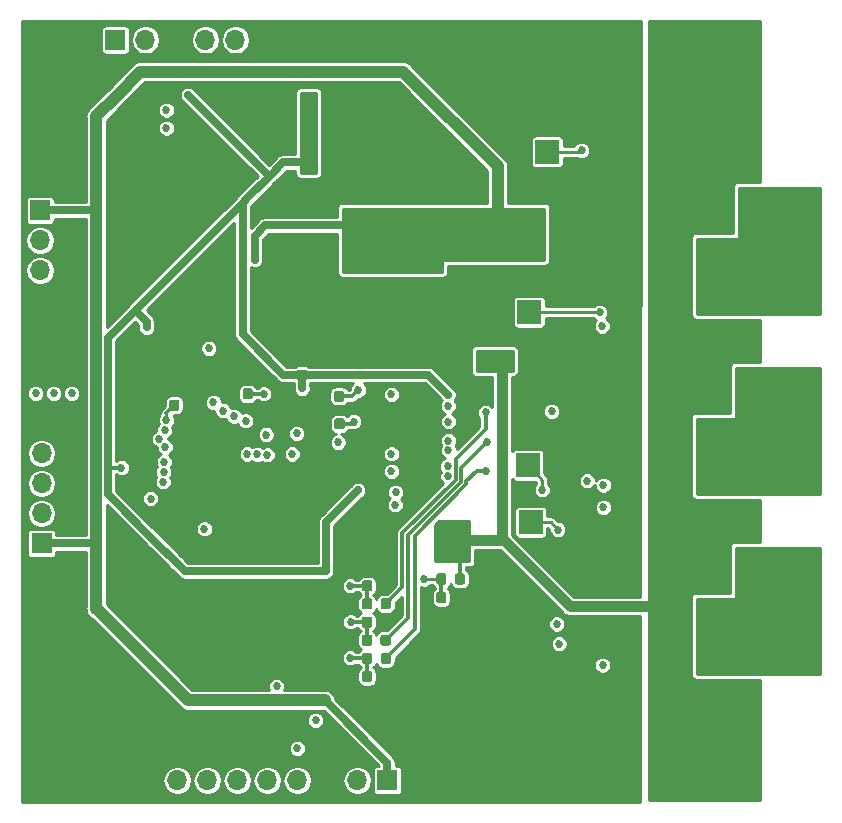
<source format=gbr>
G04 #@! TF.GenerationSoftware,KiCad,Pcbnew,5.0.2-bee76a0~70~ubuntu18.04.1*
G04 #@! TF.CreationDate,2019-03-01T11:09:08-06:00*
G04 #@! TF.ProjectId,MotorDriverXL,4d6f746f-7244-4726-9976-6572584c2e6b,V1.0*
G04 #@! TF.SameCoordinates,Original*
G04 #@! TF.FileFunction,Copper,L4,Bot*
G04 #@! TF.FilePolarity,Positive*
%FSLAX46Y46*%
G04 Gerber Fmt 4.6, Leading zero omitted, Abs format (unit mm)*
G04 Created by KiCad (PCBNEW 5.0.2-bee76a0~70~ubuntu18.04.1) date Fri 01 Mar 2019 11:09:08 AM CST*
%MOMM*%
%LPD*%
G01*
G04 APERTURE LIST*
G04 #@! TA.AperFunction,SMDPad,CuDef*
%ADD10R,2.000000X2.000000*%
G04 #@! TD*
G04 #@! TA.AperFunction,SMDPad,CuDef*
%ADD11R,4.000000X5.000000*%
G04 #@! TD*
G04 #@! TA.AperFunction,SMDPad,CuDef*
%ADD12R,5.000000X4.000000*%
G04 #@! TD*
G04 #@! TA.AperFunction,ComponentPad*
%ADD13O,1.700000X1.700000*%
G04 #@! TD*
G04 #@! TA.AperFunction,ComponentPad*
%ADD14R,1.700000X1.700000*%
G04 #@! TD*
G04 #@! TA.AperFunction,Conductor*
%ADD15C,0.100000*%
G04 #@! TD*
G04 #@! TA.AperFunction,SMDPad,CuDef*
%ADD16C,0.875000*%
G04 #@! TD*
G04 #@! TA.AperFunction,ComponentPad*
%ADD17C,2.000000*%
G04 #@! TD*
G04 #@! TA.AperFunction,ComponentPad*
%ADD18R,2.000000X2.000000*%
G04 #@! TD*
G04 #@! TA.AperFunction,ComponentPad*
%ADD19O,1.600000X0.900000*%
G04 #@! TD*
G04 #@! TA.AperFunction,ViaPad*
%ADD20C,1.524000*%
G04 #@! TD*
G04 #@! TA.AperFunction,ViaPad*
%ADD21C,0.685800*%
G04 #@! TD*
G04 #@! TA.AperFunction,Conductor*
%ADD22C,0.889000*%
G04 #@! TD*
G04 #@! TA.AperFunction,Conductor*
%ADD23C,0.635000*%
G04 #@! TD*
G04 #@! TA.AperFunction,Conductor*
%ADD24C,0.304800*%
G04 #@! TD*
G04 #@! TA.AperFunction,Conductor*
%ADD25C,1.016000*%
G04 #@! TD*
G04 #@! TA.AperFunction,Conductor*
%ADD26C,0.254000*%
G04 #@! TD*
G04 APERTURE END LIST*
D10*
G04 #@! TO.P,TP13,1*
G04 #@! TO.N,SL_B*
X146685000Y-105029000D03*
G04 #@! TD*
G04 #@! TO.P,TP6,1*
G04 #@! TO.N,GH_A*
X148082000Y-73660000D03*
G04 #@! TD*
G04 #@! TO.P,TP7,1*
G04 #@! TO.N,GL_A*
X146558000Y-87249000D03*
G04 #@! TD*
G04 #@! TO.P,TP9,1*
G04 #@! TO.N,SL_A*
X146431000Y-100203000D03*
G04 #@! TD*
D11*
G04 #@! TO.P,P5,1*
G04 #@! TO.N,SH_A*
X168783000Y-81407000D03*
G04 #@! TD*
D12*
G04 #@! TO.P,P9,1*
G04 #@! TO.N,GND*
X147853400Y-126111000D03*
G04 #@! TD*
G04 #@! TO.P,P8,1*
G04 #@! TO.N,V_SUPPLY*
X163245800Y-64947800D03*
G04 #@! TD*
D11*
G04 #@! TO.P,P7,1*
G04 #@! TO.N,SH_C*
X168859200Y-111709200D03*
G04 #@! TD*
G04 #@! TO.P,P6,1*
G04 #@! TO.N,SH_B*
X168859200Y-96647000D03*
G04 #@! TD*
D13*
G04 #@! TO.P,P4,5*
G04 #@! TO.N,NRST*
X121691400Y-64185800D03*
G04 #@! TO.P,P4,4*
G04 #@! TO.N,SWDIO*
X119151400Y-64185800D03*
G04 #@! TO.P,P4,3*
G04 #@! TO.N,GND*
X116611400Y-64185800D03*
G04 #@! TO.P,P4,2*
G04 #@! TO.N,SWCLK*
X114071400Y-64185800D03*
D14*
G04 #@! TO.P,P4,1*
G04 #@! TO.N,VCC_3V3*
X111531400Y-64185800D03*
G04 #@! TD*
D13*
G04 #@! TO.P,P2,5*
G04 #@! TO.N,GND*
X105283000Y-96647000D03*
G04 #@! TO.P,P2,4*
G04 #@! TO.N,HALL_C*
X105283000Y-99187000D03*
G04 #@! TO.P,P2,3*
G04 #@! TO.N,HALL_B*
X105283000Y-101727000D03*
G04 #@! TO.P,P2,2*
G04 #@! TO.N,HALL_A*
X105283000Y-104267000D03*
D14*
G04 #@! TO.P,P2,1*
G04 #@! TO.N,5V*
X105283000Y-106807000D03*
G04 #@! TD*
D13*
G04 #@! TO.P,P3,8*
G04 #@! TO.N,SCK_ADC_EXT1*
X116763800Y-126873000D03*
G04 #@! TO.P,P3,7*
G04 #@! TO.N,MISO_ADC_EXT2*
X119303800Y-126873000D03*
G04 #@! TO.P,P3,6*
G04 #@! TO.N,MOSI_TX_SCL*
X121843800Y-126873000D03*
G04 #@! TO.P,P3,5*
G04 #@! TO.N,NSS_RX_SDA*
X124383800Y-126873000D03*
G04 #@! TO.P,P3,4*
G04 #@! TO.N,ADC_EXT3*
X126923800Y-126873000D03*
G04 #@! TO.P,P3,3*
G04 #@! TO.N,GND*
X129463800Y-126873000D03*
G04 #@! TO.P,P3,2*
G04 #@! TO.N,VCC_3V3*
X132003800Y-126873000D03*
D14*
G04 #@! TO.P,P3,1*
G04 #@! TO.N,5V*
X134543800Y-126873000D03*
G04 #@! TD*
D13*
G04 #@! TO.P,P1,4*
G04 #@! TO.N,GND*
X105156000Y-86233000D03*
G04 #@! TO.P,P1,3*
G04 #@! TO.N,Net-(P1-Pad3)*
X105156000Y-83693000D03*
G04 #@! TO.P,P1,2*
G04 #@! TO.N,Net-(P1-Pad2)*
X105156000Y-81153000D03*
D14*
G04 #@! TO.P,P1,1*
G04 #@! TO.N,5V*
X105156000Y-78613000D03*
G04 #@! TD*
D15*
G04 #@! TO.N,GND*
G04 #@! TO.C,C38*
G36*
X121398091Y-93683853D02*
X121419326Y-93687003D01*
X121440150Y-93692219D01*
X121460362Y-93699451D01*
X121479768Y-93708630D01*
X121498181Y-93719666D01*
X121515424Y-93732454D01*
X121531330Y-93746870D01*
X121545746Y-93762776D01*
X121558534Y-93780019D01*
X121569570Y-93798432D01*
X121578749Y-93817838D01*
X121585981Y-93838050D01*
X121591197Y-93858874D01*
X121594347Y-93880109D01*
X121595400Y-93901550D01*
X121595400Y-94414050D01*
X121594347Y-94435491D01*
X121591197Y-94456726D01*
X121585981Y-94477550D01*
X121578749Y-94497762D01*
X121569570Y-94517168D01*
X121558534Y-94535581D01*
X121545746Y-94552824D01*
X121531330Y-94568730D01*
X121515424Y-94583146D01*
X121498181Y-94595934D01*
X121479768Y-94606970D01*
X121460362Y-94616149D01*
X121440150Y-94623381D01*
X121419326Y-94628597D01*
X121398091Y-94631747D01*
X121376650Y-94632800D01*
X120939150Y-94632800D01*
X120917709Y-94631747D01*
X120896474Y-94628597D01*
X120875650Y-94623381D01*
X120855438Y-94616149D01*
X120836032Y-94606970D01*
X120817619Y-94595934D01*
X120800376Y-94583146D01*
X120784470Y-94568730D01*
X120770054Y-94552824D01*
X120757266Y-94535581D01*
X120746230Y-94517168D01*
X120737051Y-94497762D01*
X120729819Y-94477550D01*
X120724603Y-94456726D01*
X120721453Y-94435491D01*
X120720400Y-94414050D01*
X120720400Y-93901550D01*
X120721453Y-93880109D01*
X120724603Y-93858874D01*
X120729819Y-93838050D01*
X120737051Y-93817838D01*
X120746230Y-93798432D01*
X120757266Y-93780019D01*
X120770054Y-93762776D01*
X120784470Y-93746870D01*
X120800376Y-93732454D01*
X120817619Y-93719666D01*
X120836032Y-93708630D01*
X120855438Y-93699451D01*
X120875650Y-93692219D01*
X120896474Y-93687003D01*
X120917709Y-93683853D01*
X120939150Y-93682800D01*
X121376650Y-93682800D01*
X121398091Y-93683853D01*
X121398091Y-93683853D01*
G37*
D16*
G04 #@! TD*
G04 #@! TO.P,C38,2*
G04 #@! TO.N,GND*
X121157900Y-94157800D03*
D15*
G04 #@! TO.N,Net-(C38-Pad1)*
G04 #@! TO.C,C38*
G36*
X122973091Y-93683853D02*
X122994326Y-93687003D01*
X123015150Y-93692219D01*
X123035362Y-93699451D01*
X123054768Y-93708630D01*
X123073181Y-93719666D01*
X123090424Y-93732454D01*
X123106330Y-93746870D01*
X123120746Y-93762776D01*
X123133534Y-93780019D01*
X123144570Y-93798432D01*
X123153749Y-93817838D01*
X123160981Y-93838050D01*
X123166197Y-93858874D01*
X123169347Y-93880109D01*
X123170400Y-93901550D01*
X123170400Y-94414050D01*
X123169347Y-94435491D01*
X123166197Y-94456726D01*
X123160981Y-94477550D01*
X123153749Y-94497762D01*
X123144570Y-94517168D01*
X123133534Y-94535581D01*
X123120746Y-94552824D01*
X123106330Y-94568730D01*
X123090424Y-94583146D01*
X123073181Y-94595934D01*
X123054768Y-94606970D01*
X123035362Y-94616149D01*
X123015150Y-94623381D01*
X122994326Y-94628597D01*
X122973091Y-94631747D01*
X122951650Y-94632800D01*
X122514150Y-94632800D01*
X122492709Y-94631747D01*
X122471474Y-94628597D01*
X122450650Y-94623381D01*
X122430438Y-94616149D01*
X122411032Y-94606970D01*
X122392619Y-94595934D01*
X122375376Y-94583146D01*
X122359470Y-94568730D01*
X122345054Y-94552824D01*
X122332266Y-94535581D01*
X122321230Y-94517168D01*
X122312051Y-94497762D01*
X122304819Y-94477550D01*
X122299603Y-94456726D01*
X122296453Y-94435491D01*
X122295400Y-94414050D01*
X122295400Y-93901550D01*
X122296453Y-93880109D01*
X122299603Y-93858874D01*
X122304819Y-93838050D01*
X122312051Y-93817838D01*
X122321230Y-93798432D01*
X122332266Y-93780019D01*
X122345054Y-93762776D01*
X122359470Y-93746870D01*
X122375376Y-93732454D01*
X122392619Y-93719666D01*
X122411032Y-93708630D01*
X122430438Y-93699451D01*
X122450650Y-93692219D01*
X122471474Y-93687003D01*
X122492709Y-93683853D01*
X122514150Y-93682800D01*
X122951650Y-93682800D01*
X122973091Y-93683853D01*
X122973091Y-93683853D01*
G37*
D16*
G04 #@! TD*
G04 #@! TO.P,C38,1*
G04 #@! TO.N,Net-(C38-Pad1)*
X122732900Y-94157800D03*
D15*
G04 #@! TO.N,GND*
G04 #@! TO.C,C36*
G36*
X118324991Y-94649053D02*
X118346226Y-94652203D01*
X118367050Y-94657419D01*
X118387262Y-94664651D01*
X118406668Y-94673830D01*
X118425081Y-94684866D01*
X118442324Y-94697654D01*
X118458230Y-94712070D01*
X118472646Y-94727976D01*
X118485434Y-94745219D01*
X118496470Y-94763632D01*
X118505649Y-94783038D01*
X118512881Y-94803250D01*
X118518097Y-94824074D01*
X118521247Y-94845309D01*
X118522300Y-94866750D01*
X118522300Y-95379250D01*
X118521247Y-95400691D01*
X118518097Y-95421926D01*
X118512881Y-95442750D01*
X118505649Y-95462962D01*
X118496470Y-95482368D01*
X118485434Y-95500781D01*
X118472646Y-95518024D01*
X118458230Y-95533930D01*
X118442324Y-95548346D01*
X118425081Y-95561134D01*
X118406668Y-95572170D01*
X118387262Y-95581349D01*
X118367050Y-95588581D01*
X118346226Y-95593797D01*
X118324991Y-95596947D01*
X118303550Y-95598000D01*
X117866050Y-95598000D01*
X117844609Y-95596947D01*
X117823374Y-95593797D01*
X117802550Y-95588581D01*
X117782338Y-95581349D01*
X117762932Y-95572170D01*
X117744519Y-95561134D01*
X117727276Y-95548346D01*
X117711370Y-95533930D01*
X117696954Y-95518024D01*
X117684166Y-95500781D01*
X117673130Y-95482368D01*
X117663951Y-95462962D01*
X117656719Y-95442750D01*
X117651503Y-95421926D01*
X117648353Y-95400691D01*
X117647300Y-95379250D01*
X117647300Y-94866750D01*
X117648353Y-94845309D01*
X117651503Y-94824074D01*
X117656719Y-94803250D01*
X117663951Y-94783038D01*
X117673130Y-94763632D01*
X117684166Y-94745219D01*
X117696954Y-94727976D01*
X117711370Y-94712070D01*
X117727276Y-94697654D01*
X117744519Y-94684866D01*
X117762932Y-94673830D01*
X117782338Y-94664651D01*
X117802550Y-94657419D01*
X117823374Y-94652203D01*
X117844609Y-94649053D01*
X117866050Y-94648000D01*
X118303550Y-94648000D01*
X118324991Y-94649053D01*
X118324991Y-94649053D01*
G37*
D16*
G04 #@! TD*
G04 #@! TO.P,C36,2*
G04 #@! TO.N,GND*
X118084800Y-95123000D03*
D15*
G04 #@! TO.N,NRST*
G04 #@! TO.C,C36*
G36*
X116749991Y-94649053D02*
X116771226Y-94652203D01*
X116792050Y-94657419D01*
X116812262Y-94664651D01*
X116831668Y-94673830D01*
X116850081Y-94684866D01*
X116867324Y-94697654D01*
X116883230Y-94712070D01*
X116897646Y-94727976D01*
X116910434Y-94745219D01*
X116921470Y-94763632D01*
X116930649Y-94783038D01*
X116937881Y-94803250D01*
X116943097Y-94824074D01*
X116946247Y-94845309D01*
X116947300Y-94866750D01*
X116947300Y-95379250D01*
X116946247Y-95400691D01*
X116943097Y-95421926D01*
X116937881Y-95442750D01*
X116930649Y-95462962D01*
X116921470Y-95482368D01*
X116910434Y-95500781D01*
X116897646Y-95518024D01*
X116883230Y-95533930D01*
X116867324Y-95548346D01*
X116850081Y-95561134D01*
X116831668Y-95572170D01*
X116812262Y-95581349D01*
X116792050Y-95588581D01*
X116771226Y-95593797D01*
X116749991Y-95596947D01*
X116728550Y-95598000D01*
X116291050Y-95598000D01*
X116269609Y-95596947D01*
X116248374Y-95593797D01*
X116227550Y-95588581D01*
X116207338Y-95581349D01*
X116187932Y-95572170D01*
X116169519Y-95561134D01*
X116152276Y-95548346D01*
X116136370Y-95533930D01*
X116121954Y-95518024D01*
X116109166Y-95500781D01*
X116098130Y-95482368D01*
X116088951Y-95462962D01*
X116081719Y-95442750D01*
X116076503Y-95421926D01*
X116073353Y-95400691D01*
X116072300Y-95379250D01*
X116072300Y-94866750D01*
X116073353Y-94845309D01*
X116076503Y-94824074D01*
X116081719Y-94803250D01*
X116088951Y-94783038D01*
X116098130Y-94763632D01*
X116109166Y-94745219D01*
X116121954Y-94727976D01*
X116136370Y-94712070D01*
X116152276Y-94697654D01*
X116169519Y-94684866D01*
X116187932Y-94673830D01*
X116207338Y-94664651D01*
X116227550Y-94657419D01*
X116248374Y-94652203D01*
X116269609Y-94649053D01*
X116291050Y-94648000D01*
X116728550Y-94648000D01*
X116749991Y-94649053D01*
X116749991Y-94649053D01*
G37*
D16*
G04 #@! TD*
G04 #@! TO.P,C36,1*
G04 #@! TO.N,NRST*
X116509800Y-95123000D03*
D17*
G04 #@! TO.P,C31,2*
G04 #@! TO.N,GND*
X153572200Y-67564000D03*
D18*
G04 #@! TO.P,C31,1*
G04 #@! TO.N,V_SUPPLY*
X158572200Y-67564000D03*
G04 #@! TD*
D17*
G04 #@! TO.P,C33,2*
G04 #@! TO.N,GND*
X153572200Y-123444000D03*
D18*
G04 #@! TO.P,C33,1*
G04 #@! TO.N,V_SUPPLY*
X158572200Y-123444000D03*
G04 #@! TD*
D15*
G04 #@! TO.N,SENS_C*
G04 #@! TO.C,R26*
G36*
X133082091Y-117610653D02*
X133103326Y-117613803D01*
X133124150Y-117619019D01*
X133144362Y-117626251D01*
X133163768Y-117635430D01*
X133182181Y-117646466D01*
X133199424Y-117659254D01*
X133215330Y-117673670D01*
X133229746Y-117689576D01*
X133242534Y-117706819D01*
X133253570Y-117725232D01*
X133262749Y-117744638D01*
X133269981Y-117764850D01*
X133275197Y-117785674D01*
X133278347Y-117806909D01*
X133279400Y-117828350D01*
X133279400Y-118340850D01*
X133278347Y-118362291D01*
X133275197Y-118383526D01*
X133269981Y-118404350D01*
X133262749Y-118424562D01*
X133253570Y-118443968D01*
X133242534Y-118462381D01*
X133229746Y-118479624D01*
X133215330Y-118495530D01*
X133199424Y-118509946D01*
X133182181Y-118522734D01*
X133163768Y-118533770D01*
X133144362Y-118542949D01*
X133124150Y-118550181D01*
X133103326Y-118555397D01*
X133082091Y-118558547D01*
X133060650Y-118559600D01*
X132623150Y-118559600D01*
X132601709Y-118558547D01*
X132580474Y-118555397D01*
X132559650Y-118550181D01*
X132539438Y-118542949D01*
X132520032Y-118533770D01*
X132501619Y-118522734D01*
X132484376Y-118509946D01*
X132468470Y-118495530D01*
X132454054Y-118479624D01*
X132441266Y-118462381D01*
X132430230Y-118443968D01*
X132421051Y-118424562D01*
X132413819Y-118404350D01*
X132408603Y-118383526D01*
X132405453Y-118362291D01*
X132404400Y-118340850D01*
X132404400Y-117828350D01*
X132405453Y-117806909D01*
X132408603Y-117785674D01*
X132413819Y-117764850D01*
X132421051Y-117744638D01*
X132430230Y-117725232D01*
X132441266Y-117706819D01*
X132454054Y-117689576D01*
X132468470Y-117673670D01*
X132484376Y-117659254D01*
X132501619Y-117646466D01*
X132520032Y-117635430D01*
X132539438Y-117626251D01*
X132559650Y-117619019D01*
X132580474Y-117613803D01*
X132601709Y-117610653D01*
X132623150Y-117609600D01*
X133060650Y-117609600D01*
X133082091Y-117610653D01*
X133082091Y-117610653D01*
G37*
D16*
G04 #@! TD*
G04 #@! TO.P,R26,2*
G04 #@! TO.N,SENS_C*
X132841900Y-118084600D03*
D15*
G04 #@! TO.N,GND*
G04 #@! TO.C,R26*
G36*
X134657091Y-117610653D02*
X134678326Y-117613803D01*
X134699150Y-117619019D01*
X134719362Y-117626251D01*
X134738768Y-117635430D01*
X134757181Y-117646466D01*
X134774424Y-117659254D01*
X134790330Y-117673670D01*
X134804746Y-117689576D01*
X134817534Y-117706819D01*
X134828570Y-117725232D01*
X134837749Y-117744638D01*
X134844981Y-117764850D01*
X134850197Y-117785674D01*
X134853347Y-117806909D01*
X134854400Y-117828350D01*
X134854400Y-118340850D01*
X134853347Y-118362291D01*
X134850197Y-118383526D01*
X134844981Y-118404350D01*
X134837749Y-118424562D01*
X134828570Y-118443968D01*
X134817534Y-118462381D01*
X134804746Y-118479624D01*
X134790330Y-118495530D01*
X134774424Y-118509946D01*
X134757181Y-118522734D01*
X134738768Y-118533770D01*
X134719362Y-118542949D01*
X134699150Y-118550181D01*
X134678326Y-118555397D01*
X134657091Y-118558547D01*
X134635650Y-118559600D01*
X134198150Y-118559600D01*
X134176709Y-118558547D01*
X134155474Y-118555397D01*
X134134650Y-118550181D01*
X134114438Y-118542949D01*
X134095032Y-118533770D01*
X134076619Y-118522734D01*
X134059376Y-118509946D01*
X134043470Y-118495530D01*
X134029054Y-118479624D01*
X134016266Y-118462381D01*
X134005230Y-118443968D01*
X133996051Y-118424562D01*
X133988819Y-118404350D01*
X133983603Y-118383526D01*
X133980453Y-118362291D01*
X133979400Y-118340850D01*
X133979400Y-117828350D01*
X133980453Y-117806909D01*
X133983603Y-117785674D01*
X133988819Y-117764850D01*
X133996051Y-117744638D01*
X134005230Y-117725232D01*
X134016266Y-117706819D01*
X134029054Y-117689576D01*
X134043470Y-117673670D01*
X134059376Y-117659254D01*
X134076619Y-117646466D01*
X134095032Y-117635430D01*
X134114438Y-117626251D01*
X134134650Y-117619019D01*
X134155474Y-117613803D01*
X134176709Y-117610653D01*
X134198150Y-117609600D01*
X134635650Y-117609600D01*
X134657091Y-117610653D01*
X134657091Y-117610653D01*
G37*
D16*
G04 #@! TD*
G04 #@! TO.P,R26,1*
G04 #@! TO.N,GND*
X134416900Y-118084600D03*
D15*
G04 #@! TO.N,SENS_C*
G04 #@! TO.C,R25*
G36*
X133082091Y-116086653D02*
X133103326Y-116089803D01*
X133124150Y-116095019D01*
X133144362Y-116102251D01*
X133163768Y-116111430D01*
X133182181Y-116122466D01*
X133199424Y-116135254D01*
X133215330Y-116149670D01*
X133229746Y-116165576D01*
X133242534Y-116182819D01*
X133253570Y-116201232D01*
X133262749Y-116220638D01*
X133269981Y-116240850D01*
X133275197Y-116261674D01*
X133278347Y-116282909D01*
X133279400Y-116304350D01*
X133279400Y-116816850D01*
X133278347Y-116838291D01*
X133275197Y-116859526D01*
X133269981Y-116880350D01*
X133262749Y-116900562D01*
X133253570Y-116919968D01*
X133242534Y-116938381D01*
X133229746Y-116955624D01*
X133215330Y-116971530D01*
X133199424Y-116985946D01*
X133182181Y-116998734D01*
X133163768Y-117009770D01*
X133144362Y-117018949D01*
X133124150Y-117026181D01*
X133103326Y-117031397D01*
X133082091Y-117034547D01*
X133060650Y-117035600D01*
X132623150Y-117035600D01*
X132601709Y-117034547D01*
X132580474Y-117031397D01*
X132559650Y-117026181D01*
X132539438Y-117018949D01*
X132520032Y-117009770D01*
X132501619Y-116998734D01*
X132484376Y-116985946D01*
X132468470Y-116971530D01*
X132454054Y-116955624D01*
X132441266Y-116938381D01*
X132430230Y-116919968D01*
X132421051Y-116900562D01*
X132413819Y-116880350D01*
X132408603Y-116859526D01*
X132405453Y-116838291D01*
X132404400Y-116816850D01*
X132404400Y-116304350D01*
X132405453Y-116282909D01*
X132408603Y-116261674D01*
X132413819Y-116240850D01*
X132421051Y-116220638D01*
X132430230Y-116201232D01*
X132441266Y-116182819D01*
X132454054Y-116165576D01*
X132468470Y-116149670D01*
X132484376Y-116135254D01*
X132501619Y-116122466D01*
X132520032Y-116111430D01*
X132539438Y-116102251D01*
X132559650Y-116095019D01*
X132580474Y-116089803D01*
X132601709Y-116086653D01*
X132623150Y-116085600D01*
X133060650Y-116085600D01*
X133082091Y-116086653D01*
X133082091Y-116086653D01*
G37*
D16*
G04 #@! TD*
G04 #@! TO.P,R25,2*
G04 #@! TO.N,SENS_C*
X132841900Y-116560600D03*
D15*
G04 #@! TO.N,SH_C*
G04 #@! TO.C,R25*
G36*
X134657091Y-116086653D02*
X134678326Y-116089803D01*
X134699150Y-116095019D01*
X134719362Y-116102251D01*
X134738768Y-116111430D01*
X134757181Y-116122466D01*
X134774424Y-116135254D01*
X134790330Y-116149670D01*
X134804746Y-116165576D01*
X134817534Y-116182819D01*
X134828570Y-116201232D01*
X134837749Y-116220638D01*
X134844981Y-116240850D01*
X134850197Y-116261674D01*
X134853347Y-116282909D01*
X134854400Y-116304350D01*
X134854400Y-116816850D01*
X134853347Y-116838291D01*
X134850197Y-116859526D01*
X134844981Y-116880350D01*
X134837749Y-116900562D01*
X134828570Y-116919968D01*
X134817534Y-116938381D01*
X134804746Y-116955624D01*
X134790330Y-116971530D01*
X134774424Y-116985946D01*
X134757181Y-116998734D01*
X134738768Y-117009770D01*
X134719362Y-117018949D01*
X134699150Y-117026181D01*
X134678326Y-117031397D01*
X134657091Y-117034547D01*
X134635650Y-117035600D01*
X134198150Y-117035600D01*
X134176709Y-117034547D01*
X134155474Y-117031397D01*
X134134650Y-117026181D01*
X134114438Y-117018949D01*
X134095032Y-117009770D01*
X134076619Y-116998734D01*
X134059376Y-116985946D01*
X134043470Y-116971530D01*
X134029054Y-116955624D01*
X134016266Y-116938381D01*
X134005230Y-116919968D01*
X133996051Y-116900562D01*
X133988819Y-116880350D01*
X133983603Y-116859526D01*
X133980453Y-116838291D01*
X133979400Y-116816850D01*
X133979400Y-116304350D01*
X133980453Y-116282909D01*
X133983603Y-116261674D01*
X133988819Y-116240850D01*
X133996051Y-116220638D01*
X134005230Y-116201232D01*
X134016266Y-116182819D01*
X134029054Y-116165576D01*
X134043470Y-116149670D01*
X134059376Y-116135254D01*
X134076619Y-116122466D01*
X134095032Y-116111430D01*
X134114438Y-116102251D01*
X134134650Y-116095019D01*
X134155474Y-116089803D01*
X134176709Y-116086653D01*
X134198150Y-116085600D01*
X134635650Y-116085600D01*
X134657091Y-116086653D01*
X134657091Y-116086653D01*
G37*
D16*
G04 #@! TD*
G04 #@! TO.P,R25,1*
G04 #@! TO.N,SH_C*
X134416900Y-116560600D03*
D15*
G04 #@! TO.N,SENS_SUPPLY*
G04 #@! TO.C,R19*
G36*
X139355891Y-109355653D02*
X139377126Y-109358803D01*
X139397950Y-109364019D01*
X139418162Y-109371251D01*
X139437568Y-109380430D01*
X139455981Y-109391466D01*
X139473224Y-109404254D01*
X139489130Y-109418670D01*
X139503546Y-109434576D01*
X139516334Y-109451819D01*
X139527370Y-109470232D01*
X139536549Y-109489638D01*
X139543781Y-109509850D01*
X139548997Y-109530674D01*
X139552147Y-109551909D01*
X139553200Y-109573350D01*
X139553200Y-110085850D01*
X139552147Y-110107291D01*
X139548997Y-110128526D01*
X139543781Y-110149350D01*
X139536549Y-110169562D01*
X139527370Y-110188968D01*
X139516334Y-110207381D01*
X139503546Y-110224624D01*
X139489130Y-110240530D01*
X139473224Y-110254946D01*
X139455981Y-110267734D01*
X139437568Y-110278770D01*
X139418162Y-110287949D01*
X139397950Y-110295181D01*
X139377126Y-110300397D01*
X139355891Y-110303547D01*
X139334450Y-110304600D01*
X138896950Y-110304600D01*
X138875509Y-110303547D01*
X138854274Y-110300397D01*
X138833450Y-110295181D01*
X138813238Y-110287949D01*
X138793832Y-110278770D01*
X138775419Y-110267734D01*
X138758176Y-110254946D01*
X138742270Y-110240530D01*
X138727854Y-110224624D01*
X138715066Y-110207381D01*
X138704030Y-110188968D01*
X138694851Y-110169562D01*
X138687619Y-110149350D01*
X138682403Y-110128526D01*
X138679253Y-110107291D01*
X138678200Y-110085850D01*
X138678200Y-109573350D01*
X138679253Y-109551909D01*
X138682403Y-109530674D01*
X138687619Y-109509850D01*
X138694851Y-109489638D01*
X138704030Y-109470232D01*
X138715066Y-109451819D01*
X138727854Y-109434576D01*
X138742270Y-109418670D01*
X138758176Y-109404254D01*
X138775419Y-109391466D01*
X138793832Y-109380430D01*
X138813238Y-109371251D01*
X138833450Y-109364019D01*
X138854274Y-109358803D01*
X138875509Y-109355653D01*
X138896950Y-109354600D01*
X139334450Y-109354600D01*
X139355891Y-109355653D01*
X139355891Y-109355653D01*
G37*
D16*
G04 #@! TD*
G04 #@! TO.P,R19,2*
G04 #@! TO.N,SENS_SUPPLY*
X139115700Y-109829600D03*
D15*
G04 #@! TO.N,V_SUPPLY*
G04 #@! TO.C,R19*
G36*
X140930891Y-109355653D02*
X140952126Y-109358803D01*
X140972950Y-109364019D01*
X140993162Y-109371251D01*
X141012568Y-109380430D01*
X141030981Y-109391466D01*
X141048224Y-109404254D01*
X141064130Y-109418670D01*
X141078546Y-109434576D01*
X141091334Y-109451819D01*
X141102370Y-109470232D01*
X141111549Y-109489638D01*
X141118781Y-109509850D01*
X141123997Y-109530674D01*
X141127147Y-109551909D01*
X141128200Y-109573350D01*
X141128200Y-110085850D01*
X141127147Y-110107291D01*
X141123997Y-110128526D01*
X141118781Y-110149350D01*
X141111549Y-110169562D01*
X141102370Y-110188968D01*
X141091334Y-110207381D01*
X141078546Y-110224624D01*
X141064130Y-110240530D01*
X141048224Y-110254946D01*
X141030981Y-110267734D01*
X141012568Y-110278770D01*
X140993162Y-110287949D01*
X140972950Y-110295181D01*
X140952126Y-110300397D01*
X140930891Y-110303547D01*
X140909450Y-110304600D01*
X140471950Y-110304600D01*
X140450509Y-110303547D01*
X140429274Y-110300397D01*
X140408450Y-110295181D01*
X140388238Y-110287949D01*
X140368832Y-110278770D01*
X140350419Y-110267734D01*
X140333176Y-110254946D01*
X140317270Y-110240530D01*
X140302854Y-110224624D01*
X140290066Y-110207381D01*
X140279030Y-110188968D01*
X140269851Y-110169562D01*
X140262619Y-110149350D01*
X140257403Y-110128526D01*
X140254253Y-110107291D01*
X140253200Y-110085850D01*
X140253200Y-109573350D01*
X140254253Y-109551909D01*
X140257403Y-109530674D01*
X140262619Y-109509850D01*
X140269851Y-109489638D01*
X140279030Y-109470232D01*
X140290066Y-109451819D01*
X140302854Y-109434576D01*
X140317270Y-109418670D01*
X140333176Y-109404254D01*
X140350419Y-109391466D01*
X140368832Y-109380430D01*
X140388238Y-109371251D01*
X140408450Y-109364019D01*
X140429274Y-109358803D01*
X140450509Y-109355653D01*
X140471950Y-109354600D01*
X140909450Y-109354600D01*
X140930891Y-109355653D01*
X140930891Y-109355653D01*
G37*
D16*
G04 #@! TD*
G04 #@! TO.P,R19,1*
G04 #@! TO.N,V_SUPPLY*
X140690700Y-109829600D03*
D15*
G04 #@! TO.N,SENS_SUPPLY*
G04 #@! TO.C,R20*
G36*
X139355891Y-110930453D02*
X139377126Y-110933603D01*
X139397950Y-110938819D01*
X139418162Y-110946051D01*
X139437568Y-110955230D01*
X139455981Y-110966266D01*
X139473224Y-110979054D01*
X139489130Y-110993470D01*
X139503546Y-111009376D01*
X139516334Y-111026619D01*
X139527370Y-111045032D01*
X139536549Y-111064438D01*
X139543781Y-111084650D01*
X139548997Y-111105474D01*
X139552147Y-111126709D01*
X139553200Y-111148150D01*
X139553200Y-111660650D01*
X139552147Y-111682091D01*
X139548997Y-111703326D01*
X139543781Y-111724150D01*
X139536549Y-111744362D01*
X139527370Y-111763768D01*
X139516334Y-111782181D01*
X139503546Y-111799424D01*
X139489130Y-111815330D01*
X139473224Y-111829746D01*
X139455981Y-111842534D01*
X139437568Y-111853570D01*
X139418162Y-111862749D01*
X139397950Y-111869981D01*
X139377126Y-111875197D01*
X139355891Y-111878347D01*
X139334450Y-111879400D01*
X138896950Y-111879400D01*
X138875509Y-111878347D01*
X138854274Y-111875197D01*
X138833450Y-111869981D01*
X138813238Y-111862749D01*
X138793832Y-111853570D01*
X138775419Y-111842534D01*
X138758176Y-111829746D01*
X138742270Y-111815330D01*
X138727854Y-111799424D01*
X138715066Y-111782181D01*
X138704030Y-111763768D01*
X138694851Y-111744362D01*
X138687619Y-111724150D01*
X138682403Y-111703326D01*
X138679253Y-111682091D01*
X138678200Y-111660650D01*
X138678200Y-111148150D01*
X138679253Y-111126709D01*
X138682403Y-111105474D01*
X138687619Y-111084650D01*
X138694851Y-111064438D01*
X138704030Y-111045032D01*
X138715066Y-111026619D01*
X138727854Y-111009376D01*
X138742270Y-110993470D01*
X138758176Y-110979054D01*
X138775419Y-110966266D01*
X138793832Y-110955230D01*
X138813238Y-110946051D01*
X138833450Y-110938819D01*
X138854274Y-110933603D01*
X138875509Y-110930453D01*
X138896950Y-110929400D01*
X139334450Y-110929400D01*
X139355891Y-110930453D01*
X139355891Y-110930453D01*
G37*
D16*
G04 #@! TD*
G04 #@! TO.P,R20,2*
G04 #@! TO.N,SENS_SUPPLY*
X139115700Y-111404400D03*
D15*
G04 #@! TO.N,GND*
G04 #@! TO.C,R20*
G36*
X140930891Y-110930453D02*
X140952126Y-110933603D01*
X140972950Y-110938819D01*
X140993162Y-110946051D01*
X141012568Y-110955230D01*
X141030981Y-110966266D01*
X141048224Y-110979054D01*
X141064130Y-110993470D01*
X141078546Y-111009376D01*
X141091334Y-111026619D01*
X141102370Y-111045032D01*
X141111549Y-111064438D01*
X141118781Y-111084650D01*
X141123997Y-111105474D01*
X141127147Y-111126709D01*
X141128200Y-111148150D01*
X141128200Y-111660650D01*
X141127147Y-111682091D01*
X141123997Y-111703326D01*
X141118781Y-111724150D01*
X141111549Y-111744362D01*
X141102370Y-111763768D01*
X141091334Y-111782181D01*
X141078546Y-111799424D01*
X141064130Y-111815330D01*
X141048224Y-111829746D01*
X141030981Y-111842534D01*
X141012568Y-111853570D01*
X140993162Y-111862749D01*
X140972950Y-111869981D01*
X140952126Y-111875197D01*
X140930891Y-111878347D01*
X140909450Y-111879400D01*
X140471950Y-111879400D01*
X140450509Y-111878347D01*
X140429274Y-111875197D01*
X140408450Y-111869981D01*
X140388238Y-111862749D01*
X140368832Y-111853570D01*
X140350419Y-111842534D01*
X140333176Y-111829746D01*
X140317270Y-111815330D01*
X140302854Y-111799424D01*
X140290066Y-111782181D01*
X140279030Y-111763768D01*
X140269851Y-111744362D01*
X140262619Y-111724150D01*
X140257403Y-111703326D01*
X140254253Y-111682091D01*
X140253200Y-111660650D01*
X140253200Y-111148150D01*
X140254253Y-111126709D01*
X140257403Y-111105474D01*
X140262619Y-111084650D01*
X140269851Y-111064438D01*
X140279030Y-111045032D01*
X140290066Y-111026619D01*
X140302854Y-111009376D01*
X140317270Y-110993470D01*
X140333176Y-110979054D01*
X140350419Y-110966266D01*
X140368832Y-110955230D01*
X140388238Y-110946051D01*
X140408450Y-110938819D01*
X140429274Y-110933603D01*
X140450509Y-110930453D01*
X140471950Y-110929400D01*
X140909450Y-110929400D01*
X140930891Y-110930453D01*
X140930891Y-110930453D01*
G37*
D16*
G04 #@! TD*
G04 #@! TO.P,R20,1*
G04 #@! TO.N,GND*
X140690700Y-111404400D03*
D15*
G04 #@! TO.N,SENS_A*
G04 #@! TO.C,R21*
G36*
X133082091Y-111463853D02*
X133103326Y-111467003D01*
X133124150Y-111472219D01*
X133144362Y-111479451D01*
X133163768Y-111488630D01*
X133182181Y-111499666D01*
X133199424Y-111512454D01*
X133215330Y-111526870D01*
X133229746Y-111542776D01*
X133242534Y-111560019D01*
X133253570Y-111578432D01*
X133262749Y-111597838D01*
X133269981Y-111618050D01*
X133275197Y-111638874D01*
X133278347Y-111660109D01*
X133279400Y-111681550D01*
X133279400Y-112194050D01*
X133278347Y-112215491D01*
X133275197Y-112236726D01*
X133269981Y-112257550D01*
X133262749Y-112277762D01*
X133253570Y-112297168D01*
X133242534Y-112315581D01*
X133229746Y-112332824D01*
X133215330Y-112348730D01*
X133199424Y-112363146D01*
X133182181Y-112375934D01*
X133163768Y-112386970D01*
X133144362Y-112396149D01*
X133124150Y-112403381D01*
X133103326Y-112408597D01*
X133082091Y-112411747D01*
X133060650Y-112412800D01*
X132623150Y-112412800D01*
X132601709Y-112411747D01*
X132580474Y-112408597D01*
X132559650Y-112403381D01*
X132539438Y-112396149D01*
X132520032Y-112386970D01*
X132501619Y-112375934D01*
X132484376Y-112363146D01*
X132468470Y-112348730D01*
X132454054Y-112332824D01*
X132441266Y-112315581D01*
X132430230Y-112297168D01*
X132421051Y-112277762D01*
X132413819Y-112257550D01*
X132408603Y-112236726D01*
X132405453Y-112215491D01*
X132404400Y-112194050D01*
X132404400Y-111681550D01*
X132405453Y-111660109D01*
X132408603Y-111638874D01*
X132413819Y-111618050D01*
X132421051Y-111597838D01*
X132430230Y-111578432D01*
X132441266Y-111560019D01*
X132454054Y-111542776D01*
X132468470Y-111526870D01*
X132484376Y-111512454D01*
X132501619Y-111499666D01*
X132520032Y-111488630D01*
X132539438Y-111479451D01*
X132559650Y-111472219D01*
X132580474Y-111467003D01*
X132601709Y-111463853D01*
X132623150Y-111462800D01*
X133060650Y-111462800D01*
X133082091Y-111463853D01*
X133082091Y-111463853D01*
G37*
D16*
G04 #@! TD*
G04 #@! TO.P,R21,2*
G04 #@! TO.N,SENS_A*
X132841900Y-111937800D03*
D15*
G04 #@! TO.N,SH_A*
G04 #@! TO.C,R21*
G36*
X134657091Y-111463853D02*
X134678326Y-111467003D01*
X134699150Y-111472219D01*
X134719362Y-111479451D01*
X134738768Y-111488630D01*
X134757181Y-111499666D01*
X134774424Y-111512454D01*
X134790330Y-111526870D01*
X134804746Y-111542776D01*
X134817534Y-111560019D01*
X134828570Y-111578432D01*
X134837749Y-111597838D01*
X134844981Y-111618050D01*
X134850197Y-111638874D01*
X134853347Y-111660109D01*
X134854400Y-111681550D01*
X134854400Y-112194050D01*
X134853347Y-112215491D01*
X134850197Y-112236726D01*
X134844981Y-112257550D01*
X134837749Y-112277762D01*
X134828570Y-112297168D01*
X134817534Y-112315581D01*
X134804746Y-112332824D01*
X134790330Y-112348730D01*
X134774424Y-112363146D01*
X134757181Y-112375934D01*
X134738768Y-112386970D01*
X134719362Y-112396149D01*
X134699150Y-112403381D01*
X134678326Y-112408597D01*
X134657091Y-112411747D01*
X134635650Y-112412800D01*
X134198150Y-112412800D01*
X134176709Y-112411747D01*
X134155474Y-112408597D01*
X134134650Y-112403381D01*
X134114438Y-112396149D01*
X134095032Y-112386970D01*
X134076619Y-112375934D01*
X134059376Y-112363146D01*
X134043470Y-112348730D01*
X134029054Y-112332824D01*
X134016266Y-112315581D01*
X134005230Y-112297168D01*
X133996051Y-112277762D01*
X133988819Y-112257550D01*
X133983603Y-112236726D01*
X133980453Y-112215491D01*
X133979400Y-112194050D01*
X133979400Y-111681550D01*
X133980453Y-111660109D01*
X133983603Y-111638874D01*
X133988819Y-111618050D01*
X133996051Y-111597838D01*
X134005230Y-111578432D01*
X134016266Y-111560019D01*
X134029054Y-111542776D01*
X134043470Y-111526870D01*
X134059376Y-111512454D01*
X134076619Y-111499666D01*
X134095032Y-111488630D01*
X134114438Y-111479451D01*
X134134650Y-111472219D01*
X134155474Y-111467003D01*
X134176709Y-111463853D01*
X134198150Y-111462800D01*
X134635650Y-111462800D01*
X134657091Y-111463853D01*
X134657091Y-111463853D01*
G37*
D16*
G04 #@! TD*
G04 #@! TO.P,R21,1*
G04 #@! TO.N,SH_A*
X134416900Y-111937800D03*
D15*
G04 #@! TO.N,SENS_A*
G04 #@! TO.C,R22*
G36*
X133082091Y-109939853D02*
X133103326Y-109943003D01*
X133124150Y-109948219D01*
X133144362Y-109955451D01*
X133163768Y-109964630D01*
X133182181Y-109975666D01*
X133199424Y-109988454D01*
X133215330Y-110002870D01*
X133229746Y-110018776D01*
X133242534Y-110036019D01*
X133253570Y-110054432D01*
X133262749Y-110073838D01*
X133269981Y-110094050D01*
X133275197Y-110114874D01*
X133278347Y-110136109D01*
X133279400Y-110157550D01*
X133279400Y-110670050D01*
X133278347Y-110691491D01*
X133275197Y-110712726D01*
X133269981Y-110733550D01*
X133262749Y-110753762D01*
X133253570Y-110773168D01*
X133242534Y-110791581D01*
X133229746Y-110808824D01*
X133215330Y-110824730D01*
X133199424Y-110839146D01*
X133182181Y-110851934D01*
X133163768Y-110862970D01*
X133144362Y-110872149D01*
X133124150Y-110879381D01*
X133103326Y-110884597D01*
X133082091Y-110887747D01*
X133060650Y-110888800D01*
X132623150Y-110888800D01*
X132601709Y-110887747D01*
X132580474Y-110884597D01*
X132559650Y-110879381D01*
X132539438Y-110872149D01*
X132520032Y-110862970D01*
X132501619Y-110851934D01*
X132484376Y-110839146D01*
X132468470Y-110824730D01*
X132454054Y-110808824D01*
X132441266Y-110791581D01*
X132430230Y-110773168D01*
X132421051Y-110753762D01*
X132413819Y-110733550D01*
X132408603Y-110712726D01*
X132405453Y-110691491D01*
X132404400Y-110670050D01*
X132404400Y-110157550D01*
X132405453Y-110136109D01*
X132408603Y-110114874D01*
X132413819Y-110094050D01*
X132421051Y-110073838D01*
X132430230Y-110054432D01*
X132441266Y-110036019D01*
X132454054Y-110018776D01*
X132468470Y-110002870D01*
X132484376Y-109988454D01*
X132501619Y-109975666D01*
X132520032Y-109964630D01*
X132539438Y-109955451D01*
X132559650Y-109948219D01*
X132580474Y-109943003D01*
X132601709Y-109939853D01*
X132623150Y-109938800D01*
X133060650Y-109938800D01*
X133082091Y-109939853D01*
X133082091Y-109939853D01*
G37*
D16*
G04 #@! TD*
G04 #@! TO.P,R22,2*
G04 #@! TO.N,SENS_A*
X132841900Y-110413800D03*
D15*
G04 #@! TO.N,GND*
G04 #@! TO.C,R22*
G36*
X134657091Y-109939853D02*
X134678326Y-109943003D01*
X134699150Y-109948219D01*
X134719362Y-109955451D01*
X134738768Y-109964630D01*
X134757181Y-109975666D01*
X134774424Y-109988454D01*
X134790330Y-110002870D01*
X134804746Y-110018776D01*
X134817534Y-110036019D01*
X134828570Y-110054432D01*
X134837749Y-110073838D01*
X134844981Y-110094050D01*
X134850197Y-110114874D01*
X134853347Y-110136109D01*
X134854400Y-110157550D01*
X134854400Y-110670050D01*
X134853347Y-110691491D01*
X134850197Y-110712726D01*
X134844981Y-110733550D01*
X134837749Y-110753762D01*
X134828570Y-110773168D01*
X134817534Y-110791581D01*
X134804746Y-110808824D01*
X134790330Y-110824730D01*
X134774424Y-110839146D01*
X134757181Y-110851934D01*
X134738768Y-110862970D01*
X134719362Y-110872149D01*
X134699150Y-110879381D01*
X134678326Y-110884597D01*
X134657091Y-110887747D01*
X134635650Y-110888800D01*
X134198150Y-110888800D01*
X134176709Y-110887747D01*
X134155474Y-110884597D01*
X134134650Y-110879381D01*
X134114438Y-110872149D01*
X134095032Y-110862970D01*
X134076619Y-110851934D01*
X134059376Y-110839146D01*
X134043470Y-110824730D01*
X134029054Y-110808824D01*
X134016266Y-110791581D01*
X134005230Y-110773168D01*
X133996051Y-110753762D01*
X133988819Y-110733550D01*
X133983603Y-110712726D01*
X133980453Y-110691491D01*
X133979400Y-110670050D01*
X133979400Y-110157550D01*
X133980453Y-110136109D01*
X133983603Y-110114874D01*
X133988819Y-110094050D01*
X133996051Y-110073838D01*
X134005230Y-110054432D01*
X134016266Y-110036019D01*
X134029054Y-110018776D01*
X134043470Y-110002870D01*
X134059376Y-109988454D01*
X134076619Y-109975666D01*
X134095032Y-109964630D01*
X134114438Y-109955451D01*
X134134650Y-109948219D01*
X134155474Y-109943003D01*
X134176709Y-109939853D01*
X134198150Y-109938800D01*
X134635650Y-109938800D01*
X134657091Y-109939853D01*
X134657091Y-109939853D01*
G37*
D16*
G04 #@! TD*
G04 #@! TO.P,R22,1*
G04 #@! TO.N,GND*
X134416900Y-110413800D03*
D15*
G04 #@! TO.N,SENS_B*
G04 #@! TO.C,R23*
G36*
X133072010Y-114534775D02*
X133093245Y-114537925D01*
X133114069Y-114543141D01*
X133134281Y-114550373D01*
X133153687Y-114559552D01*
X133172100Y-114570588D01*
X133189343Y-114583376D01*
X133205249Y-114597792D01*
X133219665Y-114613698D01*
X133232453Y-114630941D01*
X133243489Y-114649354D01*
X133252668Y-114668760D01*
X133259900Y-114688972D01*
X133265116Y-114709796D01*
X133268266Y-114731031D01*
X133269319Y-114752472D01*
X133269319Y-115264972D01*
X133268266Y-115286413D01*
X133265116Y-115307648D01*
X133259900Y-115328472D01*
X133252668Y-115348684D01*
X133243489Y-115368090D01*
X133232453Y-115386503D01*
X133219665Y-115403746D01*
X133205249Y-115419652D01*
X133189343Y-115434068D01*
X133172100Y-115446856D01*
X133153687Y-115457892D01*
X133134281Y-115467071D01*
X133114069Y-115474303D01*
X133093245Y-115479519D01*
X133072010Y-115482669D01*
X133050569Y-115483722D01*
X132613069Y-115483722D01*
X132591628Y-115482669D01*
X132570393Y-115479519D01*
X132549569Y-115474303D01*
X132529357Y-115467071D01*
X132509951Y-115457892D01*
X132491538Y-115446856D01*
X132474295Y-115434068D01*
X132458389Y-115419652D01*
X132443973Y-115403746D01*
X132431185Y-115386503D01*
X132420149Y-115368090D01*
X132410970Y-115348684D01*
X132403738Y-115328472D01*
X132398522Y-115307648D01*
X132395372Y-115286413D01*
X132394319Y-115264972D01*
X132394319Y-114752472D01*
X132395372Y-114731031D01*
X132398522Y-114709796D01*
X132403738Y-114688972D01*
X132410970Y-114668760D01*
X132420149Y-114649354D01*
X132431185Y-114630941D01*
X132443973Y-114613698D01*
X132458389Y-114597792D01*
X132474295Y-114583376D01*
X132491538Y-114570588D01*
X132509951Y-114559552D01*
X132529357Y-114550373D01*
X132549569Y-114543141D01*
X132570393Y-114537925D01*
X132591628Y-114534775D01*
X132613069Y-114533722D01*
X133050569Y-114533722D01*
X133072010Y-114534775D01*
X133072010Y-114534775D01*
G37*
D16*
G04 #@! TD*
G04 #@! TO.P,R23,2*
G04 #@! TO.N,SENS_B*
X132831819Y-115008722D03*
D15*
G04 #@! TO.N,SH_B*
G04 #@! TO.C,R23*
G36*
X134647010Y-114534775D02*
X134668245Y-114537925D01*
X134689069Y-114543141D01*
X134709281Y-114550373D01*
X134728687Y-114559552D01*
X134747100Y-114570588D01*
X134764343Y-114583376D01*
X134780249Y-114597792D01*
X134794665Y-114613698D01*
X134807453Y-114630941D01*
X134818489Y-114649354D01*
X134827668Y-114668760D01*
X134834900Y-114688972D01*
X134840116Y-114709796D01*
X134843266Y-114731031D01*
X134844319Y-114752472D01*
X134844319Y-115264972D01*
X134843266Y-115286413D01*
X134840116Y-115307648D01*
X134834900Y-115328472D01*
X134827668Y-115348684D01*
X134818489Y-115368090D01*
X134807453Y-115386503D01*
X134794665Y-115403746D01*
X134780249Y-115419652D01*
X134764343Y-115434068D01*
X134747100Y-115446856D01*
X134728687Y-115457892D01*
X134709281Y-115467071D01*
X134689069Y-115474303D01*
X134668245Y-115479519D01*
X134647010Y-115482669D01*
X134625569Y-115483722D01*
X134188069Y-115483722D01*
X134166628Y-115482669D01*
X134145393Y-115479519D01*
X134124569Y-115474303D01*
X134104357Y-115467071D01*
X134084951Y-115457892D01*
X134066538Y-115446856D01*
X134049295Y-115434068D01*
X134033389Y-115419652D01*
X134018973Y-115403746D01*
X134006185Y-115386503D01*
X133995149Y-115368090D01*
X133985970Y-115348684D01*
X133978738Y-115328472D01*
X133973522Y-115307648D01*
X133970372Y-115286413D01*
X133969319Y-115264972D01*
X133969319Y-114752472D01*
X133970372Y-114731031D01*
X133973522Y-114709796D01*
X133978738Y-114688972D01*
X133985970Y-114668760D01*
X133995149Y-114649354D01*
X134006185Y-114630941D01*
X134018973Y-114613698D01*
X134033389Y-114597792D01*
X134049295Y-114583376D01*
X134066538Y-114570588D01*
X134084951Y-114559552D01*
X134104357Y-114550373D01*
X134124569Y-114543141D01*
X134145393Y-114537925D01*
X134166628Y-114534775D01*
X134188069Y-114533722D01*
X134625569Y-114533722D01*
X134647010Y-114534775D01*
X134647010Y-114534775D01*
G37*
D16*
G04 #@! TD*
G04 #@! TO.P,R23,1*
G04 #@! TO.N,SH_B*
X134406819Y-115008722D03*
D15*
G04 #@! TO.N,SENS_B*
G04 #@! TO.C,R24*
G36*
X133072010Y-113010775D02*
X133093245Y-113013925D01*
X133114069Y-113019141D01*
X133134281Y-113026373D01*
X133153687Y-113035552D01*
X133172100Y-113046588D01*
X133189343Y-113059376D01*
X133205249Y-113073792D01*
X133219665Y-113089698D01*
X133232453Y-113106941D01*
X133243489Y-113125354D01*
X133252668Y-113144760D01*
X133259900Y-113164972D01*
X133265116Y-113185796D01*
X133268266Y-113207031D01*
X133269319Y-113228472D01*
X133269319Y-113740972D01*
X133268266Y-113762413D01*
X133265116Y-113783648D01*
X133259900Y-113804472D01*
X133252668Y-113824684D01*
X133243489Y-113844090D01*
X133232453Y-113862503D01*
X133219665Y-113879746D01*
X133205249Y-113895652D01*
X133189343Y-113910068D01*
X133172100Y-113922856D01*
X133153687Y-113933892D01*
X133134281Y-113943071D01*
X133114069Y-113950303D01*
X133093245Y-113955519D01*
X133072010Y-113958669D01*
X133050569Y-113959722D01*
X132613069Y-113959722D01*
X132591628Y-113958669D01*
X132570393Y-113955519D01*
X132549569Y-113950303D01*
X132529357Y-113943071D01*
X132509951Y-113933892D01*
X132491538Y-113922856D01*
X132474295Y-113910068D01*
X132458389Y-113895652D01*
X132443973Y-113879746D01*
X132431185Y-113862503D01*
X132420149Y-113844090D01*
X132410970Y-113824684D01*
X132403738Y-113804472D01*
X132398522Y-113783648D01*
X132395372Y-113762413D01*
X132394319Y-113740972D01*
X132394319Y-113228472D01*
X132395372Y-113207031D01*
X132398522Y-113185796D01*
X132403738Y-113164972D01*
X132410970Y-113144760D01*
X132420149Y-113125354D01*
X132431185Y-113106941D01*
X132443973Y-113089698D01*
X132458389Y-113073792D01*
X132474295Y-113059376D01*
X132491538Y-113046588D01*
X132509951Y-113035552D01*
X132529357Y-113026373D01*
X132549569Y-113019141D01*
X132570393Y-113013925D01*
X132591628Y-113010775D01*
X132613069Y-113009722D01*
X133050569Y-113009722D01*
X133072010Y-113010775D01*
X133072010Y-113010775D01*
G37*
D16*
G04 #@! TD*
G04 #@! TO.P,R24,2*
G04 #@! TO.N,SENS_B*
X132831819Y-113484722D03*
D15*
G04 #@! TO.N,GND*
G04 #@! TO.C,R24*
G36*
X134647010Y-113010775D02*
X134668245Y-113013925D01*
X134689069Y-113019141D01*
X134709281Y-113026373D01*
X134728687Y-113035552D01*
X134747100Y-113046588D01*
X134764343Y-113059376D01*
X134780249Y-113073792D01*
X134794665Y-113089698D01*
X134807453Y-113106941D01*
X134818489Y-113125354D01*
X134827668Y-113144760D01*
X134834900Y-113164972D01*
X134840116Y-113185796D01*
X134843266Y-113207031D01*
X134844319Y-113228472D01*
X134844319Y-113740972D01*
X134843266Y-113762413D01*
X134840116Y-113783648D01*
X134834900Y-113804472D01*
X134827668Y-113824684D01*
X134818489Y-113844090D01*
X134807453Y-113862503D01*
X134794665Y-113879746D01*
X134780249Y-113895652D01*
X134764343Y-113910068D01*
X134747100Y-113922856D01*
X134728687Y-113933892D01*
X134709281Y-113943071D01*
X134689069Y-113950303D01*
X134668245Y-113955519D01*
X134647010Y-113958669D01*
X134625569Y-113959722D01*
X134188069Y-113959722D01*
X134166628Y-113958669D01*
X134145393Y-113955519D01*
X134124569Y-113950303D01*
X134104357Y-113943071D01*
X134084951Y-113933892D01*
X134066538Y-113922856D01*
X134049295Y-113910068D01*
X134033389Y-113895652D01*
X134018973Y-113879746D01*
X134006185Y-113862503D01*
X133995149Y-113844090D01*
X133985970Y-113824684D01*
X133978738Y-113804472D01*
X133973522Y-113783648D01*
X133970372Y-113762413D01*
X133969319Y-113740972D01*
X133969319Y-113228472D01*
X133970372Y-113207031D01*
X133973522Y-113185796D01*
X133978738Y-113164972D01*
X133985970Y-113144760D01*
X133995149Y-113125354D01*
X134006185Y-113106941D01*
X134018973Y-113089698D01*
X134033389Y-113073792D01*
X134049295Y-113059376D01*
X134066538Y-113046588D01*
X134084951Y-113035552D01*
X134104357Y-113026373D01*
X134124569Y-113019141D01*
X134145393Y-113013925D01*
X134166628Y-113010775D01*
X134188069Y-113009722D01*
X134625569Y-113009722D01*
X134647010Y-113010775D01*
X134647010Y-113010775D01*
G37*
D16*
G04 #@! TD*
G04 #@! TO.P,R24,1*
G04 #@! TO.N,GND*
X134406819Y-113484722D03*
D19*
G04 #@! TO.P,J1,SH*
G04 #@! TO.N,GND*
X106349800Y-74293000D03*
X106349800Y-67693000D03*
G04 #@! TD*
D15*
G04 #@! TO.N,GND*
G04 #@! TO.C,C5*
G36*
X127607891Y-90546253D02*
X127629126Y-90549403D01*
X127649950Y-90554619D01*
X127670162Y-90561851D01*
X127689568Y-90571030D01*
X127707981Y-90582066D01*
X127725224Y-90594854D01*
X127741130Y-90609270D01*
X127755546Y-90625176D01*
X127768334Y-90642419D01*
X127779370Y-90660832D01*
X127788549Y-90680238D01*
X127795781Y-90700450D01*
X127800997Y-90721274D01*
X127804147Y-90742509D01*
X127805200Y-90763950D01*
X127805200Y-91201450D01*
X127804147Y-91222891D01*
X127800997Y-91244126D01*
X127795781Y-91264950D01*
X127788549Y-91285162D01*
X127779370Y-91304568D01*
X127768334Y-91322981D01*
X127755546Y-91340224D01*
X127741130Y-91356130D01*
X127725224Y-91370546D01*
X127707981Y-91383334D01*
X127689568Y-91394370D01*
X127670162Y-91403549D01*
X127649950Y-91410781D01*
X127629126Y-91415997D01*
X127607891Y-91419147D01*
X127586450Y-91420200D01*
X127073950Y-91420200D01*
X127052509Y-91419147D01*
X127031274Y-91415997D01*
X127010450Y-91410781D01*
X126990238Y-91403549D01*
X126970832Y-91394370D01*
X126952419Y-91383334D01*
X126935176Y-91370546D01*
X126919270Y-91356130D01*
X126904854Y-91340224D01*
X126892066Y-91322981D01*
X126881030Y-91304568D01*
X126871851Y-91285162D01*
X126864619Y-91264950D01*
X126859403Y-91244126D01*
X126856253Y-91222891D01*
X126855200Y-91201450D01*
X126855200Y-90763950D01*
X126856253Y-90742509D01*
X126859403Y-90721274D01*
X126864619Y-90700450D01*
X126871851Y-90680238D01*
X126881030Y-90660832D01*
X126892066Y-90642419D01*
X126904854Y-90625176D01*
X126919270Y-90609270D01*
X126935176Y-90594854D01*
X126952419Y-90582066D01*
X126970832Y-90571030D01*
X126990238Y-90561851D01*
X127010450Y-90554619D01*
X127031274Y-90549403D01*
X127052509Y-90546253D01*
X127073950Y-90545200D01*
X127586450Y-90545200D01*
X127607891Y-90546253D01*
X127607891Y-90546253D01*
G37*
D16*
G04 #@! TD*
G04 #@! TO.P,C5,2*
G04 #@! TO.N,GND*
X127330200Y-90982700D03*
D15*
G04 #@! TO.N,VCC_3V3*
G04 #@! TO.C,C5*
G36*
X127607891Y-92121253D02*
X127629126Y-92124403D01*
X127649950Y-92129619D01*
X127670162Y-92136851D01*
X127689568Y-92146030D01*
X127707981Y-92157066D01*
X127725224Y-92169854D01*
X127741130Y-92184270D01*
X127755546Y-92200176D01*
X127768334Y-92217419D01*
X127779370Y-92235832D01*
X127788549Y-92255238D01*
X127795781Y-92275450D01*
X127800997Y-92296274D01*
X127804147Y-92317509D01*
X127805200Y-92338950D01*
X127805200Y-92776450D01*
X127804147Y-92797891D01*
X127800997Y-92819126D01*
X127795781Y-92839950D01*
X127788549Y-92860162D01*
X127779370Y-92879568D01*
X127768334Y-92897981D01*
X127755546Y-92915224D01*
X127741130Y-92931130D01*
X127725224Y-92945546D01*
X127707981Y-92958334D01*
X127689568Y-92969370D01*
X127670162Y-92978549D01*
X127649950Y-92985781D01*
X127629126Y-92990997D01*
X127607891Y-92994147D01*
X127586450Y-92995200D01*
X127073950Y-92995200D01*
X127052509Y-92994147D01*
X127031274Y-92990997D01*
X127010450Y-92985781D01*
X126990238Y-92978549D01*
X126970832Y-92969370D01*
X126952419Y-92958334D01*
X126935176Y-92945546D01*
X126919270Y-92931130D01*
X126904854Y-92915224D01*
X126892066Y-92897981D01*
X126881030Y-92879568D01*
X126871851Y-92860162D01*
X126864619Y-92839950D01*
X126859403Y-92819126D01*
X126856253Y-92797891D01*
X126855200Y-92776450D01*
X126855200Y-92338950D01*
X126856253Y-92317509D01*
X126859403Y-92296274D01*
X126864619Y-92275450D01*
X126871851Y-92255238D01*
X126881030Y-92235832D01*
X126892066Y-92217419D01*
X126904854Y-92200176D01*
X126919270Y-92184270D01*
X126935176Y-92169854D01*
X126952419Y-92157066D01*
X126970832Y-92146030D01*
X126990238Y-92136851D01*
X127010450Y-92129619D01*
X127031274Y-92124403D01*
X127052509Y-92121253D01*
X127073950Y-92120200D01*
X127586450Y-92120200D01*
X127607891Y-92121253D01*
X127607891Y-92121253D01*
G37*
D16*
G04 #@! TD*
G04 #@! TO.P,C5,1*
G04 #@! TO.N,VCC_3V3*
X127330200Y-92557700D03*
D15*
G04 #@! TO.N,GND*
G04 #@! TO.C,C9*
G36*
X129170491Y-96223853D02*
X129191726Y-96227003D01*
X129212550Y-96232219D01*
X129232762Y-96239451D01*
X129252168Y-96248630D01*
X129270581Y-96259666D01*
X129287824Y-96272454D01*
X129303730Y-96286870D01*
X129318146Y-96302776D01*
X129330934Y-96320019D01*
X129341970Y-96338432D01*
X129351149Y-96357838D01*
X129358381Y-96378050D01*
X129363597Y-96398874D01*
X129366747Y-96420109D01*
X129367800Y-96441550D01*
X129367800Y-96954050D01*
X129366747Y-96975491D01*
X129363597Y-96996726D01*
X129358381Y-97017550D01*
X129351149Y-97037762D01*
X129341970Y-97057168D01*
X129330934Y-97075581D01*
X129318146Y-97092824D01*
X129303730Y-97108730D01*
X129287824Y-97123146D01*
X129270581Y-97135934D01*
X129252168Y-97146970D01*
X129232762Y-97156149D01*
X129212550Y-97163381D01*
X129191726Y-97168597D01*
X129170491Y-97171747D01*
X129149050Y-97172800D01*
X128711550Y-97172800D01*
X128690109Y-97171747D01*
X128668874Y-97168597D01*
X128648050Y-97163381D01*
X128627838Y-97156149D01*
X128608432Y-97146970D01*
X128590019Y-97135934D01*
X128572776Y-97123146D01*
X128556870Y-97108730D01*
X128542454Y-97092824D01*
X128529666Y-97075581D01*
X128518630Y-97057168D01*
X128509451Y-97037762D01*
X128502219Y-97017550D01*
X128497003Y-96996726D01*
X128493853Y-96975491D01*
X128492800Y-96954050D01*
X128492800Y-96441550D01*
X128493853Y-96420109D01*
X128497003Y-96398874D01*
X128502219Y-96378050D01*
X128509451Y-96357838D01*
X128518630Y-96338432D01*
X128529666Y-96320019D01*
X128542454Y-96302776D01*
X128556870Y-96286870D01*
X128572776Y-96272454D01*
X128590019Y-96259666D01*
X128608432Y-96248630D01*
X128627838Y-96239451D01*
X128648050Y-96232219D01*
X128668874Y-96227003D01*
X128690109Y-96223853D01*
X128711550Y-96222800D01*
X129149050Y-96222800D01*
X129170491Y-96223853D01*
X129170491Y-96223853D01*
G37*
D16*
G04 #@! TD*
G04 #@! TO.P,C9,2*
G04 #@! TO.N,GND*
X128930300Y-96697800D03*
D15*
G04 #@! TO.N,Net-(C9-Pad1)*
G04 #@! TO.C,C9*
G36*
X130745491Y-96223853D02*
X130766726Y-96227003D01*
X130787550Y-96232219D01*
X130807762Y-96239451D01*
X130827168Y-96248630D01*
X130845581Y-96259666D01*
X130862824Y-96272454D01*
X130878730Y-96286870D01*
X130893146Y-96302776D01*
X130905934Y-96320019D01*
X130916970Y-96338432D01*
X130926149Y-96357838D01*
X130933381Y-96378050D01*
X130938597Y-96398874D01*
X130941747Y-96420109D01*
X130942800Y-96441550D01*
X130942800Y-96954050D01*
X130941747Y-96975491D01*
X130938597Y-96996726D01*
X130933381Y-97017550D01*
X130926149Y-97037762D01*
X130916970Y-97057168D01*
X130905934Y-97075581D01*
X130893146Y-97092824D01*
X130878730Y-97108730D01*
X130862824Y-97123146D01*
X130845581Y-97135934D01*
X130827168Y-97146970D01*
X130807762Y-97156149D01*
X130787550Y-97163381D01*
X130766726Y-97168597D01*
X130745491Y-97171747D01*
X130724050Y-97172800D01*
X130286550Y-97172800D01*
X130265109Y-97171747D01*
X130243874Y-97168597D01*
X130223050Y-97163381D01*
X130202838Y-97156149D01*
X130183432Y-97146970D01*
X130165019Y-97135934D01*
X130147776Y-97123146D01*
X130131870Y-97108730D01*
X130117454Y-97092824D01*
X130104666Y-97075581D01*
X130093630Y-97057168D01*
X130084451Y-97037762D01*
X130077219Y-97017550D01*
X130072003Y-96996726D01*
X130068853Y-96975491D01*
X130067800Y-96954050D01*
X130067800Y-96441550D01*
X130068853Y-96420109D01*
X130072003Y-96398874D01*
X130077219Y-96378050D01*
X130084451Y-96357838D01*
X130093630Y-96338432D01*
X130104666Y-96320019D01*
X130117454Y-96302776D01*
X130131870Y-96286870D01*
X130147776Y-96272454D01*
X130165019Y-96259666D01*
X130183432Y-96248630D01*
X130202838Y-96239451D01*
X130223050Y-96232219D01*
X130243874Y-96227003D01*
X130265109Y-96223853D01*
X130286550Y-96222800D01*
X130724050Y-96222800D01*
X130745491Y-96223853D01*
X130745491Y-96223853D01*
G37*
D16*
G04 #@! TD*
G04 #@! TO.P,C9,1*
G04 #@! TO.N,Net-(C9-Pad1)*
X130505300Y-96697800D03*
D15*
G04 #@! TO.N,GND*
G04 #@! TO.C,R10*
G36*
X129119691Y-93887053D02*
X129140926Y-93890203D01*
X129161750Y-93895419D01*
X129181962Y-93902651D01*
X129201368Y-93911830D01*
X129219781Y-93922866D01*
X129237024Y-93935654D01*
X129252930Y-93950070D01*
X129267346Y-93965976D01*
X129280134Y-93983219D01*
X129291170Y-94001632D01*
X129300349Y-94021038D01*
X129307581Y-94041250D01*
X129312797Y-94062074D01*
X129315947Y-94083309D01*
X129317000Y-94104750D01*
X129317000Y-94617250D01*
X129315947Y-94638691D01*
X129312797Y-94659926D01*
X129307581Y-94680750D01*
X129300349Y-94700962D01*
X129291170Y-94720368D01*
X129280134Y-94738781D01*
X129267346Y-94756024D01*
X129252930Y-94771930D01*
X129237024Y-94786346D01*
X129219781Y-94799134D01*
X129201368Y-94810170D01*
X129181962Y-94819349D01*
X129161750Y-94826581D01*
X129140926Y-94831797D01*
X129119691Y-94834947D01*
X129098250Y-94836000D01*
X128660750Y-94836000D01*
X128639309Y-94834947D01*
X128618074Y-94831797D01*
X128597250Y-94826581D01*
X128577038Y-94819349D01*
X128557632Y-94810170D01*
X128539219Y-94799134D01*
X128521976Y-94786346D01*
X128506070Y-94771930D01*
X128491654Y-94756024D01*
X128478866Y-94738781D01*
X128467830Y-94720368D01*
X128458651Y-94700962D01*
X128451419Y-94680750D01*
X128446203Y-94659926D01*
X128443053Y-94638691D01*
X128442000Y-94617250D01*
X128442000Y-94104750D01*
X128443053Y-94083309D01*
X128446203Y-94062074D01*
X128451419Y-94041250D01*
X128458651Y-94021038D01*
X128467830Y-94001632D01*
X128478866Y-93983219D01*
X128491654Y-93965976D01*
X128506070Y-93950070D01*
X128521976Y-93935654D01*
X128539219Y-93922866D01*
X128557632Y-93911830D01*
X128577038Y-93902651D01*
X128597250Y-93895419D01*
X128618074Y-93890203D01*
X128639309Y-93887053D01*
X128660750Y-93886000D01*
X129098250Y-93886000D01*
X129119691Y-93887053D01*
X129119691Y-93887053D01*
G37*
D16*
G04 #@! TD*
G04 #@! TO.P,R10,2*
G04 #@! TO.N,GND*
X128879500Y-94361000D03*
D15*
G04 #@! TO.N,Net-(R10-Pad1)*
G04 #@! TO.C,R10*
G36*
X130694691Y-93887053D02*
X130715926Y-93890203D01*
X130736750Y-93895419D01*
X130756962Y-93902651D01*
X130776368Y-93911830D01*
X130794781Y-93922866D01*
X130812024Y-93935654D01*
X130827930Y-93950070D01*
X130842346Y-93965976D01*
X130855134Y-93983219D01*
X130866170Y-94001632D01*
X130875349Y-94021038D01*
X130882581Y-94041250D01*
X130887797Y-94062074D01*
X130890947Y-94083309D01*
X130892000Y-94104750D01*
X130892000Y-94617250D01*
X130890947Y-94638691D01*
X130887797Y-94659926D01*
X130882581Y-94680750D01*
X130875349Y-94700962D01*
X130866170Y-94720368D01*
X130855134Y-94738781D01*
X130842346Y-94756024D01*
X130827930Y-94771930D01*
X130812024Y-94786346D01*
X130794781Y-94799134D01*
X130776368Y-94810170D01*
X130756962Y-94819349D01*
X130736750Y-94826581D01*
X130715926Y-94831797D01*
X130694691Y-94834947D01*
X130673250Y-94836000D01*
X130235750Y-94836000D01*
X130214309Y-94834947D01*
X130193074Y-94831797D01*
X130172250Y-94826581D01*
X130152038Y-94819349D01*
X130132632Y-94810170D01*
X130114219Y-94799134D01*
X130096976Y-94786346D01*
X130081070Y-94771930D01*
X130066654Y-94756024D01*
X130053866Y-94738781D01*
X130042830Y-94720368D01*
X130033651Y-94700962D01*
X130026419Y-94680750D01*
X130021203Y-94659926D01*
X130018053Y-94638691D01*
X130017000Y-94617250D01*
X130017000Y-94104750D01*
X130018053Y-94083309D01*
X130021203Y-94062074D01*
X130026419Y-94041250D01*
X130033651Y-94021038D01*
X130042830Y-94001632D01*
X130053866Y-93983219D01*
X130066654Y-93965976D01*
X130081070Y-93950070D01*
X130096976Y-93935654D01*
X130114219Y-93922866D01*
X130132632Y-93911830D01*
X130152038Y-93902651D01*
X130172250Y-93895419D01*
X130193074Y-93890203D01*
X130214309Y-93887053D01*
X130235750Y-93886000D01*
X130673250Y-93886000D01*
X130694691Y-93887053D01*
X130694691Y-93887053D01*
G37*
D16*
G04 #@! TD*
G04 #@! TO.P,R10,1*
G04 #@! TO.N,Net-(R10-Pad1)*
X130454500Y-94361000D03*
D20*
G04 #@! TO.N,V_SUPPLY*
X157607000Y-75057000D03*
X160147000Y-75057000D03*
X162687000Y-75057000D03*
X157607000Y-77343000D03*
X160147000Y-77343000D03*
X162687000Y-77343000D03*
X162687000Y-79629000D03*
X160147000Y-79629000D03*
X157607000Y-79629000D03*
X162687000Y-92837000D03*
X157607000Y-90551000D03*
X160147000Y-92837000D03*
X157607000Y-92837000D03*
X157607000Y-95123000D03*
X160147000Y-90551000D03*
X162687000Y-95123000D03*
X162687000Y-90551000D03*
X160147000Y-95123000D03*
X157607000Y-110363000D03*
X157607000Y-108077000D03*
X162687000Y-105791000D03*
X162687000Y-108077000D03*
X160147000Y-108077000D03*
X160147000Y-110363000D03*
X162687000Y-110363000D03*
X157607000Y-105791000D03*
X160147000Y-105791000D03*
X164719000Y-63881000D03*
X164719000Y-66167000D03*
X164719000Y-68453000D03*
X164719000Y-70739000D03*
X162687000Y-70739000D03*
X162687000Y-68453000D03*
X162687000Y-66167000D03*
X162687000Y-63881000D03*
X164973000Y-124587000D03*
X164973000Y-120015000D03*
X162941000Y-122301000D03*
X164973000Y-126873000D03*
X162941000Y-124587000D03*
X164973000Y-122301000D03*
X162941000Y-126873000D03*
X162941000Y-120015000D03*
D21*
X143129000Y-91186000D03*
X144272000Y-91186000D03*
X141097000Y-105537000D03*
X141097000Y-107619800D03*
G04 #@! TO.N,Net-(C9-Pad1)*
X131699000Y-96507290D03*
D20*
G04 #@! TO.N,SH_A*
X170307000Y-77597000D03*
X168529000Y-77597000D03*
X170307000Y-86741000D03*
X166751000Y-84963000D03*
X168529000Y-86741000D03*
X168529000Y-84963000D03*
X170307000Y-84963000D03*
X166751000Y-86741000D03*
X166751000Y-77597000D03*
X164719000Y-81915000D03*
X164719000Y-83947000D03*
X164719000Y-86233000D03*
X161925000Y-86233000D03*
X161925000Y-83947000D03*
X161925000Y-81915000D03*
D21*
X142873295Y-95732600D03*
D20*
G04 #@! TO.N,SH_B*
X161925000Y-97409000D03*
X164719000Y-101727000D03*
X161925000Y-99441000D03*
X164719000Y-99441000D03*
X161925000Y-101727000D03*
X164719000Y-97409000D03*
X166751000Y-92837000D03*
X166751000Y-101981000D03*
X168529000Y-100203000D03*
X170307000Y-101981000D03*
X166751000Y-100203000D03*
X168529000Y-92837000D03*
X168529000Y-101981000D03*
X170307000Y-100203000D03*
X170307000Y-92837000D03*
D21*
X142974910Y-98221779D03*
D20*
G04 #@! TO.N,SH_C*
X164719000Y-116967000D03*
X164719000Y-114681000D03*
X161925000Y-116967000D03*
X161925000Y-112649000D03*
X161925000Y-114681000D03*
X164719000Y-112649000D03*
X170307000Y-108077000D03*
X168529000Y-108077000D03*
X170307000Y-117221000D03*
X166751000Y-108077000D03*
X166751000Y-115443000D03*
X168529000Y-115443000D03*
X168529000Y-117221000D03*
X166751000Y-117221000D03*
X170307000Y-115443000D03*
D21*
X142911869Y-100709800D03*
G04 #@! TO.N,5V*
X132207000Y-79883000D03*
X123317000Y-82804000D03*
X134239000Y-79883000D03*
X136271000Y-79883000D03*
X138811000Y-79883000D03*
X141351000Y-79883000D03*
X146431000Y-79883000D03*
X143891000Y-79883000D03*
X109893089Y-89789000D03*
X109893089Y-91313000D03*
X111633000Y-68910200D03*
G04 #@! TO.N,SL_A*
X147650200Y-102285800D03*
X148463000Y-95631000D03*
G04 #@! TO.N,SL_B*
X151460200Y-101523800D03*
X148986939Y-105648061D03*
G04 #@! TO.N,GH_A*
X139700000Y-95186500D03*
X151003000Y-73533000D03*
G04 #@! TO.N,GL_A*
X152527000Y-87249000D03*
X139725400Y-96507290D03*
G04 #@! TO.N,GH_B*
X152730200Y-88417400D03*
X139725400Y-98107477D03*
G04 #@! TO.N,GL_B*
X152831800Y-101879400D03*
X139725400Y-98945690D03*
G04 #@! TO.N,GH_C*
X152831800Y-103759000D03*
X139648867Y-100291910D03*
G04 #@! TO.N,GL_C*
X152781000Y-117119400D03*
X139685080Y-101129340D03*
G04 #@! TO.N,EN_GATE*
X130383827Y-98259910D03*
X119443479Y-90297000D03*
G04 #@! TO.N,INL_A*
X134899400Y-99237800D03*
X126492205Y-99250490D03*
G04 #@! TO.N,INH_C*
X134899400Y-100711000D03*
X124282200Y-97612200D03*
G04 #@! TO.N,VCC_3V3*
X114173000Y-88519000D03*
X127762000Y-69215000D03*
X139700000Y-94234000D03*
X127762000Y-70866000D03*
X127762000Y-72644000D03*
X127762000Y-74549000D03*
X127330200Y-93700600D03*
X132054600Y-102336600D03*
X112039400Y-100406200D03*
X117678200Y-68859400D03*
X129362200Y-105029000D03*
X116713000Y-108483400D03*
X128447800Y-109194600D03*
X114833400Y-106603800D03*
X149098000Y-115316000D03*
X128473200Y-121793000D03*
G04 #@! TO.N,CURR_A*
X135255000Y-102489000D03*
X115692655Y-97253844D03*
G04 #@! TO.N,CURR_B*
X135204200Y-103555800D03*
X115247466Y-97964060D03*
G04 #@! TO.N,SENS_B*
X131445000Y-113461800D03*
X115617422Y-100773267D03*
G04 #@! TO.N,SENS_A*
X131394200Y-110413800D03*
X115660352Y-99936156D03*
G04 #@! TO.N,SENS_SUPPLY*
X137693400Y-109829600D03*
X115743758Y-98639555D03*
G04 #@! TO.N,SENS_C*
X131394200Y-116509800D03*
X115566075Y-101609905D03*
G04 #@! TO.N,HALL_A*
X124378399Y-99328075D03*
X107823000Y-94107000D03*
G04 #@! TO.N,HALL_B*
X123542103Y-99271424D03*
X106299000Y-94107000D03*
G04 #@! TO.N,HALL_C*
X122682956Y-99250490D03*
X104775000Y-94107000D03*
G04 #@! TO.N,USB_N*
X115849400Y-70129400D03*
X122555000Y-96443800D03*
G04 #@! TO.N,Net-(R10-Pad1)*
X132105400Y-93832110D03*
G04 #@! TO.N,NRST*
X115849607Y-96391951D03*
G04 #@! TO.N,SWDIO*
X120624600Y-95580200D03*
G04 #@! TO.N,SWCLK*
X119811800Y-94869000D03*
G04 #@! TO.N,GATE_CS*
X134899400Y-94208600D03*
X126873000Y-97510600D03*
G04 #@! TO.N,ADC_EXT3*
X119049800Y-105587800D03*
X126923800Y-124180600D03*
G04 #@! TO.N,USB_P*
X115849400Y-71653400D03*
X121539000Y-96037400D03*
G04 #@! TO.N,Net-(C38-Pad1)*
X124079000Y-94157800D03*
G04 #@! TO.N,TEMP*
X148894800Y-113639600D03*
X125171200Y-118922800D03*
X114503200Y-103022400D03*
G04 #@! TO.N,GND*
X115824000Y-76962000D03*
X135712200Y-94869000D03*
D20*
X149225000Y-70485000D03*
X147193000Y-70485000D03*
X149225000Y-63627000D03*
X147193000Y-63627000D03*
X147193000Y-68199000D03*
X149225000Y-68199000D03*
X149225000Y-65913000D03*
X147193000Y-65913000D03*
X149987000Y-98806000D03*
X149987000Y-96393000D03*
X152527000Y-93091000D03*
X152527000Y-90424000D03*
X152527000Y-95885000D03*
X154686000Y-95885000D03*
X154686000Y-98806000D03*
X152400000Y-98806000D03*
X154686000Y-93091000D03*
X154686000Y-90424000D03*
X154940000Y-105664000D03*
X155067000Y-107823000D03*
X155067000Y-110109000D03*
X152908000Y-107950000D03*
X152908000Y-105664000D03*
X149987000Y-79121000D03*
X152527000Y-75946000D03*
X152527000Y-78232000D03*
X149987000Y-76962000D03*
X152527000Y-80264000D03*
X149860000Y-86106000D03*
X149860000Y-81534000D03*
X149860000Y-83820000D03*
D21*
X138430000Y-94869000D03*
X135966200Y-101473000D03*
X138430000Y-101473000D03*
X135051800Y-105435400D03*
X135051800Y-107518200D03*
D20*
X146634200Y-125044200D03*
X148666200Y-125044200D03*
X146634200Y-127330200D03*
X146634200Y-120472200D03*
X148666200Y-127330200D03*
X148666200Y-122758200D03*
X146634200Y-122758200D03*
X148666200Y-120472200D03*
D21*
X117475000Y-93091000D03*
X117017800Y-99187000D03*
X117663490Y-101337258D03*
X135559800Y-112445800D03*
X134239000Y-69850000D03*
X132461000Y-69850000D03*
X127762000Y-81534000D03*
X129286000Y-81534000D03*
X127762000Y-83058000D03*
X129286000Y-83058000D03*
G04 #@! TD*
D22*
G04 #@! TO.N,V_SUPPLY*
X144399000Y-106553000D02*
X141097000Y-106553000D01*
D23*
X160147000Y-110363000D02*
X158369000Y-112141000D01*
D22*
X149987000Y-112141000D02*
X144399000Y-106553000D01*
X158369000Y-112141000D02*
X149987000Y-112141000D01*
X144272000Y-106426000D02*
X144272000Y-91186000D01*
X144399000Y-106553000D02*
X144272000Y-106426000D01*
D24*
X140690700Y-108026100D02*
X141097000Y-107619800D01*
X140690700Y-109829600D02*
X140690700Y-108026100D01*
G04 #@! TO.N,Net-(C9-Pad1)*
X131508490Y-96697800D02*
X131699000Y-96507290D01*
X130505300Y-96697800D02*
X131508490Y-96697800D01*
G04 #@! TO.N,SH_A*
X142873295Y-95732600D02*
X142873295Y-97170512D01*
X135813800Y-110540900D02*
X134878512Y-111476188D01*
X134878512Y-111476188D02*
X134416900Y-111937800D01*
X135813800Y-105943400D02*
X135813800Y-110540900D01*
X140334989Y-99708818D02*
X140334989Y-101422211D01*
X140334989Y-101422211D02*
X135813800Y-105943400D01*
X142873295Y-97170512D02*
X140334989Y-99708818D01*
G04 #@! TO.N,SH_B*
X142632011Y-98564678D02*
X142974910Y-98221779D01*
X136321800Y-113093741D02*
X136321800Y-106081992D01*
X134406819Y-115008722D02*
X136321800Y-113093741D01*
X140792198Y-100404491D02*
X142632011Y-98564678D01*
X136321800Y-106081992D02*
X140792198Y-101611594D01*
X140792198Y-101611594D02*
X140792198Y-100404491D01*
G04 #@! TO.N,SH_C*
X141249408Y-101574592D02*
X141249407Y-101800977D01*
X142911869Y-100709800D02*
X142114200Y-100709800D01*
X142114200Y-100709800D02*
X141249408Y-101574592D01*
X141249407Y-101800977D02*
X136880600Y-106169784D01*
X136880600Y-114096900D02*
X134416900Y-116560600D01*
X136880600Y-106169784D02*
X136880600Y-114096900D01*
D23*
G04 #@! TO.N,5V*
X124206000Y-79883000D02*
X123317000Y-80772000D01*
X123317000Y-80772000D02*
X123317000Y-82804000D01*
X132207000Y-79883000D02*
X124206000Y-79883000D01*
D25*
X143891000Y-74904600D02*
X135890000Y-66903600D01*
X143891000Y-79883000D02*
X143891000Y-74904600D01*
X135890000Y-66903600D02*
X113639600Y-66903600D01*
X109893089Y-112300267D02*
X117684022Y-120091200D01*
X113639600Y-66903600D02*
X111633000Y-68910200D01*
D23*
X106768000Y-106807000D02*
X109893089Y-106807000D01*
X105283000Y-106807000D02*
X106768000Y-106807000D01*
D25*
X109893089Y-89789000D02*
X109893089Y-106807000D01*
X109905800Y-106908600D02*
X109905800Y-112401867D01*
D24*
X109842289Y-78562200D02*
X109893089Y-78613000D01*
D25*
X109893089Y-70650111D02*
X109893089Y-78613000D01*
X109893089Y-78613000D02*
X109893089Y-89789000D01*
D23*
X109893089Y-78613000D02*
X105283000Y-78613000D01*
D25*
X111633000Y-68910200D02*
X109893089Y-70650111D01*
D23*
X134543800Y-126873000D02*
X134543800Y-125388000D01*
D25*
X117684022Y-120091200D02*
X125730000Y-120091200D01*
D23*
X134543800Y-125388000D02*
X129247000Y-120091200D01*
D25*
X125730000Y-120091200D02*
X129247000Y-120091200D01*
D26*
G04 #@! TO.N,SL_A*
X147650200Y-101422200D02*
X146431000Y-100203000D01*
X147650200Y-102285800D02*
X147650200Y-101422200D01*
G04 #@! TO.N,SL_B*
X148367878Y-105029000D02*
X148986939Y-105648061D01*
X146685000Y-105029000D02*
X148367878Y-105029000D01*
G04 #@! TO.N,GH_A*
X150876000Y-73660000D02*
X151003000Y-73533000D01*
X148082000Y-73660000D02*
X150876000Y-73660000D01*
G04 #@! TO.N,GL_A*
X152042067Y-87249000D02*
X146558000Y-87249000D01*
X152527000Y-87249000D02*
X152042067Y-87249000D01*
D23*
G04 #@! TO.N,VCC_3V3*
X127762000Y-74549000D02*
X125730000Y-74549000D01*
X122301000Y-77978000D02*
X122301000Y-86537800D01*
X122301000Y-86537800D02*
X122301000Y-87985700D01*
X127330200Y-92557700D02*
X127330200Y-93700600D01*
X122301000Y-89128600D02*
X122301000Y-86537800D01*
X127330200Y-92557700D02*
X125730100Y-92557700D01*
X125730100Y-92557700D02*
X122301000Y-89128600D01*
X132054600Y-102336600D02*
X129362200Y-105029000D01*
X110871000Y-102641400D02*
X114833400Y-106603800D01*
X117424200Y-109194600D02*
X128447800Y-109194600D01*
X129362200Y-105029000D02*
X129362200Y-109194600D01*
X113260933Y-87122000D02*
X113157000Y-87122000D01*
X114173000Y-88519000D02*
X114173000Y-88034067D01*
X122301000Y-77978000D02*
X113157000Y-87122000D01*
X114173000Y-88034067D02*
X113260933Y-87122000D01*
X113157000Y-87122000D02*
X110871000Y-89408000D01*
X110871000Y-89408000D02*
X110871000Y-99745800D01*
D24*
X112039400Y-100406200D02*
X111554467Y-100406200D01*
X111554467Y-100406200D02*
X110871000Y-100406200D01*
D23*
X110871000Y-99745800D02*
X110871000Y-100406200D01*
X110871000Y-100406200D02*
X110871000Y-102641400D01*
X122682000Y-77597000D02*
X122301000Y-77978000D01*
X124510800Y-75692000D02*
X124587000Y-75692000D01*
X117678200Y-68859400D02*
X124510800Y-75692000D01*
X125730000Y-74549000D02*
X124587000Y-75692000D01*
X124587000Y-75692000D02*
X122682000Y-77597000D01*
X129362200Y-105029000D02*
X129362200Y-105029000D01*
X115087400Y-106857800D02*
X116713000Y-108483400D01*
X116713000Y-108483400D02*
X117424200Y-109194600D01*
X116713000Y-108483400D02*
X116713000Y-108483400D01*
X128447800Y-109194600D02*
X129362200Y-109194600D01*
X114833400Y-106603800D02*
X115087400Y-106857800D01*
X138023700Y-92557700D02*
X139700000Y-94234000D01*
X127330200Y-92557700D02*
X138023700Y-92557700D01*
D24*
G04 #@! TO.N,SENS_B*
X132831819Y-113484722D02*
X132831819Y-115008722D01*
X132702341Y-113614200D02*
X132831819Y-113484722D01*
X131445000Y-113461800D02*
X132753141Y-113461800D01*
G04 #@! TO.N,SENS_A*
X132841900Y-110413800D02*
X132841900Y-111937800D01*
X132841900Y-110413800D02*
X131394200Y-110413800D01*
G04 #@! TO.N,SENS_SUPPLY*
X139115700Y-111404400D02*
X139115700Y-109829600D01*
D26*
X137693400Y-109829600D02*
X139115700Y-109829600D01*
D24*
G04 #@! TO.N,SENS_C*
X132841900Y-116560600D02*
X132841900Y-118084600D01*
X131445000Y-116560600D02*
X131394200Y-116509800D01*
X132841900Y-116560600D02*
X131445000Y-116560600D01*
G04 #@! TO.N,Net-(R10-Pad1)*
X132024690Y-93751400D02*
X132105400Y-93832110D01*
X131576510Y-94361000D02*
X132105400Y-93832110D01*
X130454500Y-94361000D02*
X131576510Y-94361000D01*
G04 #@! TO.N,NRST*
X115849400Y-95783400D02*
X116509800Y-95123000D01*
D26*
X115849607Y-95783607D02*
X115849607Y-96391951D01*
X115849400Y-95783400D02*
X115849607Y-95783607D01*
D24*
G04 #@! TO.N,Net-(C38-Pad1)*
X122732900Y-94157800D02*
X124079000Y-94157800D01*
G04 #@! TD*
D26*
G04 #@! TO.N,V_SUPPLY*
G36*
X166116000Y-76200000D02*
X164211000Y-76200000D01*
X164065198Y-76229002D01*
X163941592Y-76311592D01*
X163859002Y-76435198D01*
X163830000Y-76581000D01*
X163830000Y-80518000D01*
X160655000Y-80518000D01*
X160509198Y-80547002D01*
X160385592Y-80629592D01*
X160303002Y-80753198D01*
X160274000Y-80899000D01*
X160274000Y-87503000D01*
X160303002Y-87648802D01*
X160385592Y-87772408D01*
X160509198Y-87854998D01*
X160655000Y-87884000D01*
X166116000Y-87884000D01*
X166116000Y-91440000D01*
X163957000Y-91440000D01*
X163811932Y-91468699D01*
X163688155Y-91551031D01*
X163605307Y-91674464D01*
X163576001Y-91820205D01*
X163567789Y-95758000D01*
X160645995Y-95758000D01*
X160500193Y-95787002D01*
X160376587Y-95869592D01*
X160293997Y-95993198D01*
X160264995Y-96139000D01*
X160264995Y-102743000D01*
X160293997Y-102888802D01*
X160376587Y-103012408D01*
X160500193Y-103094998D01*
X160645995Y-103124000D01*
X166116000Y-103124000D01*
X166116000Y-106680000D01*
X163947995Y-106680000D01*
X163802193Y-106709002D01*
X163678587Y-106791592D01*
X163595997Y-106915198D01*
X163566995Y-107061000D01*
X163566995Y-110998000D01*
X160645995Y-110998000D01*
X160500193Y-111027002D01*
X160376587Y-111109592D01*
X160293997Y-111233198D01*
X160264995Y-111379000D01*
X160264995Y-117983000D01*
X160293997Y-118128802D01*
X160376587Y-118252408D01*
X160500193Y-118334998D01*
X160645995Y-118364000D01*
X166116000Y-118364000D01*
X166116000Y-128524000D01*
X156718000Y-128524000D01*
X156718000Y-62559000D01*
X166116000Y-62559000D01*
X166116000Y-76200000D01*
X166116000Y-76200000D01*
G37*
X166116000Y-76200000D02*
X164211000Y-76200000D01*
X164065198Y-76229002D01*
X163941592Y-76311592D01*
X163859002Y-76435198D01*
X163830000Y-76581000D01*
X163830000Y-80518000D01*
X160655000Y-80518000D01*
X160509198Y-80547002D01*
X160385592Y-80629592D01*
X160303002Y-80753198D01*
X160274000Y-80899000D01*
X160274000Y-87503000D01*
X160303002Y-87648802D01*
X160385592Y-87772408D01*
X160509198Y-87854998D01*
X160655000Y-87884000D01*
X166116000Y-87884000D01*
X166116000Y-91440000D01*
X163957000Y-91440000D01*
X163811932Y-91468699D01*
X163688155Y-91551031D01*
X163605307Y-91674464D01*
X163576001Y-91820205D01*
X163567789Y-95758000D01*
X160645995Y-95758000D01*
X160500193Y-95787002D01*
X160376587Y-95869592D01*
X160293997Y-95993198D01*
X160264995Y-96139000D01*
X160264995Y-102743000D01*
X160293997Y-102888802D01*
X160376587Y-103012408D01*
X160500193Y-103094998D01*
X160645995Y-103124000D01*
X166116000Y-103124000D01*
X166116000Y-106680000D01*
X163947995Y-106680000D01*
X163802193Y-106709002D01*
X163678587Y-106791592D01*
X163595997Y-106915198D01*
X163566995Y-107061000D01*
X163566995Y-110998000D01*
X160645995Y-110998000D01*
X160500193Y-111027002D01*
X160376587Y-111109592D01*
X160293997Y-111233198D01*
X160264995Y-111379000D01*
X160264995Y-117983000D01*
X160293997Y-118128802D01*
X160376587Y-118252408D01*
X160500193Y-118334998D01*
X160645995Y-118364000D01*
X166116000Y-118364000D01*
X166116000Y-128524000D01*
X156718000Y-128524000D01*
X156718000Y-62559000D01*
X166116000Y-62559000D01*
X166116000Y-76200000D01*
G04 #@! TO.N,SH_A*
G36*
X171196000Y-87376000D02*
X160782000Y-87376000D01*
X160782000Y-81026000D01*
X164211000Y-81026000D01*
X164235776Y-81023560D01*
X164259601Y-81016333D01*
X164281557Y-81004597D01*
X164300803Y-80988803D01*
X164316597Y-80969557D01*
X164328333Y-80947601D01*
X164335560Y-80923776D01*
X164338000Y-80899000D01*
X164338000Y-76708000D01*
X171196000Y-76708000D01*
X171196000Y-87376000D01*
X171196000Y-87376000D01*
G37*
X171196000Y-87376000D02*
X160782000Y-87376000D01*
X160782000Y-81026000D01*
X164211000Y-81026000D01*
X164235776Y-81023560D01*
X164259601Y-81016333D01*
X164281557Y-81004597D01*
X164300803Y-80988803D01*
X164316597Y-80969557D01*
X164328333Y-80947601D01*
X164335560Y-80923776D01*
X164338000Y-80899000D01*
X164338000Y-76708000D01*
X171196000Y-76708000D01*
X171196000Y-87376000D01*
G04 #@! TO.N,SH_B*
G36*
X171187100Y-102616000D02*
X160772995Y-102616000D01*
X160772995Y-96266000D01*
X163947995Y-96266000D01*
X163972771Y-96263560D01*
X163996596Y-96256333D01*
X164018552Y-96244597D01*
X164037798Y-96228803D01*
X164053592Y-96209557D01*
X164065328Y-96187601D01*
X164072555Y-96163776D01*
X164074995Y-96139265D01*
X164083736Y-91948000D01*
X171195895Y-91948000D01*
X171187100Y-102616000D01*
X171187100Y-102616000D01*
G37*
X171187100Y-102616000D02*
X160772995Y-102616000D01*
X160772995Y-96266000D01*
X163947995Y-96266000D01*
X163972771Y-96263560D01*
X163996596Y-96256333D01*
X164018552Y-96244597D01*
X164037798Y-96228803D01*
X164053592Y-96209557D01*
X164065328Y-96187601D01*
X164072555Y-96163776D01*
X164074995Y-96139265D01*
X164083736Y-91948000D01*
X171195895Y-91948000D01*
X171187100Y-102616000D01*
G04 #@! TO.N,SH_C*
G36*
X171186995Y-117856000D02*
X160772995Y-117856000D01*
X160772995Y-111506000D01*
X163947995Y-111506000D01*
X163972771Y-111503560D01*
X163996596Y-111496333D01*
X164018552Y-111484597D01*
X164037798Y-111468803D01*
X164053592Y-111449557D01*
X164065328Y-111427601D01*
X164072555Y-111403776D01*
X164074995Y-111379000D01*
X164074995Y-107188000D01*
X171186995Y-107188000D01*
X171186995Y-117856000D01*
X171186995Y-117856000D01*
G37*
X171186995Y-117856000D02*
X160772995Y-117856000D01*
X160772995Y-111506000D01*
X163947995Y-111506000D01*
X163972771Y-111503560D01*
X163996596Y-111496333D01*
X164018552Y-111484597D01*
X164037798Y-111468803D01*
X164053592Y-111449557D01*
X164065328Y-111427601D01*
X164072555Y-111403776D01*
X164074995Y-111379000D01*
X164074995Y-107188000D01*
X171186995Y-107188000D01*
X171186995Y-117856000D01*
G04 #@! TO.N,V_SUPPLY*
G36*
X141478000Y-108331000D02*
X138557000Y-108331000D01*
X138557000Y-105247724D01*
X138902724Y-104902000D01*
X141478000Y-104902000D01*
X141478000Y-108331000D01*
X141478000Y-108331000D01*
G37*
X141478000Y-108331000D02*
X138557000Y-108331000D01*
X138557000Y-105247724D01*
X138902724Y-104902000D01*
X141478000Y-104902000D01*
X141478000Y-108331000D01*
G36*
X145161000Y-92202000D02*
X142113000Y-92202000D01*
X142113000Y-90551000D01*
X145161000Y-90551000D01*
X145161000Y-92202000D01*
X145161000Y-92202000D01*
G37*
X145161000Y-92202000D02*
X142113000Y-92202000D01*
X142113000Y-90551000D01*
X145161000Y-90551000D01*
X145161000Y-92202000D01*
G04 #@! TO.N,VCC_3V3*
G36*
X128524000Y-75438000D02*
X127254000Y-75438000D01*
X127254000Y-68707000D01*
X128524000Y-68707000D01*
X128524000Y-75438000D01*
X128524000Y-75438000D01*
G37*
X128524000Y-75438000D02*
X127254000Y-75438000D01*
X127254000Y-68707000D01*
X128524000Y-68707000D01*
X128524000Y-75438000D01*
G04 #@! TO.N,5V*
G36*
X147828000Y-82804000D02*
X139319000Y-82804000D01*
X139270399Y-82813667D01*
X139229197Y-82841197D01*
X139201667Y-82882399D01*
X139192000Y-82931000D01*
X139192000Y-83820000D01*
X130810000Y-83820000D01*
X130810000Y-78486000D01*
X147828000Y-78486000D01*
X147828000Y-82804000D01*
X147828000Y-82804000D01*
G37*
X147828000Y-82804000D02*
X139319000Y-82804000D01*
X139270399Y-82813667D01*
X139229197Y-82841197D01*
X139201667Y-82882399D01*
X139192000Y-82931000D01*
X139192000Y-83820000D01*
X130810000Y-83820000D01*
X130810000Y-78486000D01*
X147828000Y-78486000D01*
X147828000Y-82804000D01*
G04 #@! TO.N,GND*
G36*
X155932292Y-111315500D02*
X150328934Y-111315500D01*
X145097500Y-106084068D01*
X145097500Y-104029000D01*
X145296536Y-104029000D01*
X145296536Y-106029000D01*
X145326106Y-106177659D01*
X145410314Y-106303686D01*
X145536341Y-106387894D01*
X145685000Y-106417464D01*
X147685000Y-106417464D01*
X147833659Y-106387894D01*
X147959686Y-106303686D01*
X148043894Y-106177659D01*
X148073464Y-106029000D01*
X148073464Y-105537000D01*
X148157458Y-105537000D01*
X148263039Y-105642581D01*
X148263039Y-105792054D01*
X148373246Y-106058117D01*
X148576883Y-106261754D01*
X148842946Y-106371961D01*
X149130932Y-106371961D01*
X149396995Y-106261754D01*
X149600632Y-106058117D01*
X149710839Y-105792054D01*
X149710839Y-105504068D01*
X149600632Y-105238005D01*
X149396995Y-105034368D01*
X149130932Y-104924161D01*
X148981459Y-104924161D01*
X148762466Y-104705168D01*
X148734125Y-104662753D01*
X148566090Y-104550475D01*
X148417910Y-104521000D01*
X148417906Y-104521000D01*
X148367878Y-104511049D01*
X148317850Y-104521000D01*
X148073464Y-104521000D01*
X148073464Y-104029000D01*
X148043894Y-103880341D01*
X147959686Y-103754314D01*
X147833659Y-103670106D01*
X147685000Y-103640536D01*
X145685000Y-103640536D01*
X145536341Y-103670106D01*
X145410314Y-103754314D01*
X145326106Y-103880341D01*
X145296536Y-104029000D01*
X145097500Y-104029000D01*
X145097500Y-103615007D01*
X152107900Y-103615007D01*
X152107900Y-103902993D01*
X152218107Y-104169056D01*
X152421744Y-104372693D01*
X152687807Y-104482900D01*
X152975793Y-104482900D01*
X153241856Y-104372693D01*
X153445493Y-104169056D01*
X153555700Y-103902993D01*
X153555700Y-103615007D01*
X153445493Y-103348944D01*
X153241856Y-103145307D01*
X152975793Y-103035100D01*
X152687807Y-103035100D01*
X152421744Y-103145307D01*
X152218107Y-103348944D01*
X152107900Y-103615007D01*
X145097500Y-103615007D01*
X145097500Y-101389664D01*
X145156314Y-101477686D01*
X145282341Y-101561894D01*
X145431000Y-101591464D01*
X147101043Y-101591464D01*
X147142201Y-101632622D01*
X147142201Y-101770050D01*
X147036507Y-101875744D01*
X146926300Y-102141807D01*
X146926300Y-102429793D01*
X147036507Y-102695856D01*
X147240144Y-102899493D01*
X147506207Y-103009700D01*
X147794193Y-103009700D01*
X148060256Y-102899493D01*
X148263893Y-102695856D01*
X148374100Y-102429793D01*
X148374100Y-102141807D01*
X148263893Y-101875744D01*
X148158200Y-101770051D01*
X148158200Y-101472227D01*
X148168151Y-101422199D01*
X148159719Y-101379807D01*
X150736300Y-101379807D01*
X150736300Y-101667793D01*
X150846507Y-101933856D01*
X151050144Y-102137493D01*
X151316207Y-102247700D01*
X151604193Y-102247700D01*
X151870256Y-102137493D01*
X152073893Y-101933856D01*
X152107900Y-101851756D01*
X152107900Y-102023393D01*
X152218107Y-102289456D01*
X152421744Y-102493093D01*
X152687807Y-102603300D01*
X152975793Y-102603300D01*
X153241856Y-102493093D01*
X153445493Y-102289456D01*
X153555700Y-102023393D01*
X153555700Y-101735407D01*
X153445493Y-101469344D01*
X153241856Y-101265707D01*
X152975793Y-101155500D01*
X152687807Y-101155500D01*
X152421744Y-101265707D01*
X152218107Y-101469344D01*
X152184100Y-101551444D01*
X152184100Y-101379807D01*
X152073893Y-101113744D01*
X151870256Y-100910107D01*
X151604193Y-100799900D01*
X151316207Y-100799900D01*
X151050144Y-100910107D01*
X150846507Y-101113744D01*
X150736300Y-101379807D01*
X148159719Y-101379807D01*
X148158200Y-101372171D01*
X148158200Y-101372168D01*
X148128725Y-101223988D01*
X148106036Y-101190032D01*
X148044788Y-101098367D01*
X148044786Y-101098365D01*
X148016447Y-101055953D01*
X147974035Y-101027614D01*
X147819464Y-100873043D01*
X147819464Y-99203000D01*
X147789894Y-99054341D01*
X147705686Y-98928314D01*
X147579659Y-98844106D01*
X147431000Y-98814536D01*
X145431000Y-98814536D01*
X145282341Y-98844106D01*
X145156314Y-98928314D01*
X145097500Y-99016336D01*
X145097500Y-95487007D01*
X147739100Y-95487007D01*
X147739100Y-95774993D01*
X147849307Y-96041056D01*
X148052944Y-96244693D01*
X148319007Y-96354900D01*
X148606993Y-96354900D01*
X148873056Y-96244693D01*
X149076693Y-96041056D01*
X149186900Y-95774993D01*
X149186900Y-95487007D01*
X149076693Y-95220944D01*
X148873056Y-95017307D01*
X148606993Y-94907100D01*
X148319007Y-94907100D01*
X148052944Y-95017307D01*
X147849307Y-95220944D01*
X147739100Y-95487007D01*
X145097500Y-95487007D01*
X145097500Y-92710000D01*
X145288000Y-92710000D01*
X145433802Y-92680998D01*
X145557408Y-92598408D01*
X145639998Y-92474802D01*
X145669000Y-92329000D01*
X145669000Y-90424000D01*
X145639998Y-90278198D01*
X145557408Y-90154592D01*
X145433802Y-90072002D01*
X145288000Y-90043000D01*
X141986000Y-90043000D01*
X141840198Y-90072002D01*
X141716592Y-90154592D01*
X141634002Y-90278198D01*
X141605000Y-90424000D01*
X141605000Y-92329000D01*
X141634002Y-92474802D01*
X141716592Y-92598408D01*
X141840198Y-92680998D01*
X141986000Y-92710000D01*
X143446501Y-92710000D01*
X143446501Y-95282057D01*
X143283351Y-95118907D01*
X143017288Y-95008700D01*
X142729302Y-95008700D01*
X142463239Y-95118907D01*
X142259602Y-95322544D01*
X142149395Y-95588607D01*
X142149395Y-95876593D01*
X142259602Y-96142656D01*
X142339895Y-96222949D01*
X142339896Y-96949570D01*
X140449300Y-98840167D01*
X140449300Y-98801697D01*
X140339093Y-98535634D01*
X140330043Y-98526584D01*
X140339093Y-98517533D01*
X140449300Y-98251470D01*
X140449300Y-97963484D01*
X140339093Y-97697421D01*
X140135456Y-97493784D01*
X139869393Y-97383577D01*
X139581407Y-97383577D01*
X139315344Y-97493784D01*
X139111707Y-97697421D01*
X139001500Y-97963484D01*
X139001500Y-98251470D01*
X139111707Y-98517533D01*
X139120758Y-98526584D01*
X139111707Y-98535634D01*
X139001500Y-98801697D01*
X139001500Y-99089683D01*
X139111707Y-99355746D01*
X139315344Y-99559383D01*
X139420523Y-99602949D01*
X139238811Y-99678217D01*
X139035174Y-99881854D01*
X138924967Y-100147917D01*
X138924967Y-100435903D01*
X139035174Y-100701966D01*
X139065853Y-100732645D01*
X138961180Y-100985347D01*
X138961180Y-101273333D01*
X139071387Y-101539396D01*
X139267425Y-101735434D01*
X135473777Y-105529083D01*
X135429241Y-105558841D01*
X135311349Y-105735279D01*
X135280400Y-105890870D01*
X135280400Y-105890874D01*
X135269952Y-105943400D01*
X135280400Y-105995926D01*
X135280401Y-110319958D01*
X134538489Y-111061871D01*
X134538486Y-111061873D01*
X134526023Y-111074336D01*
X134198150Y-111074336D01*
X133965779Y-111120557D01*
X133768785Y-111252185D01*
X133637157Y-111449179D01*
X133629400Y-111488176D01*
X133621643Y-111449179D01*
X133490015Y-111252185D01*
X133375697Y-111175800D01*
X133490015Y-111099415D01*
X133621643Y-110902421D01*
X133667864Y-110670050D01*
X133667864Y-110157550D01*
X133621643Y-109925179D01*
X133490015Y-109728185D01*
X133293021Y-109596557D01*
X133060650Y-109550336D01*
X132623150Y-109550336D01*
X132390779Y-109596557D01*
X132193785Y-109728185D01*
X132092078Y-109880400D01*
X131884549Y-109880400D01*
X131804256Y-109800107D01*
X131538193Y-109689900D01*
X131250207Y-109689900D01*
X130984144Y-109800107D01*
X130780507Y-110003744D01*
X130670300Y-110269807D01*
X130670300Y-110557793D01*
X130780507Y-110823856D01*
X130984144Y-111027493D01*
X131250207Y-111137700D01*
X131538193Y-111137700D01*
X131804256Y-111027493D01*
X131884549Y-110947200D01*
X132092078Y-110947200D01*
X132193785Y-111099415D01*
X132308103Y-111175800D01*
X132193785Y-111252185D01*
X132062157Y-111449179D01*
X132015936Y-111681550D01*
X132015936Y-112194050D01*
X132062157Y-112426421D01*
X132193785Y-112623415D01*
X132320215Y-112707893D01*
X132183704Y-112799107D01*
X132097313Y-112928400D01*
X131935349Y-112928400D01*
X131855056Y-112848107D01*
X131588993Y-112737900D01*
X131301007Y-112737900D01*
X131034944Y-112848107D01*
X130831307Y-113051744D01*
X130721100Y-113317807D01*
X130721100Y-113605793D01*
X130831307Y-113871856D01*
X131034944Y-114075493D01*
X131301007Y-114185700D01*
X131588993Y-114185700D01*
X131855056Y-114075493D01*
X131935349Y-113995200D01*
X132066680Y-113995200D01*
X132183704Y-114170337D01*
X132298022Y-114246722D01*
X132183704Y-114323107D01*
X132052076Y-114520101D01*
X132005855Y-114752472D01*
X132005855Y-115264972D01*
X132052076Y-115497343D01*
X132183704Y-115694337D01*
X132323923Y-115788029D01*
X132193785Y-115874985D01*
X132092078Y-116027200D01*
X131935349Y-116027200D01*
X131804256Y-115896107D01*
X131538193Y-115785900D01*
X131250207Y-115785900D01*
X130984144Y-115896107D01*
X130780507Y-116099744D01*
X130670300Y-116365807D01*
X130670300Y-116653793D01*
X130780507Y-116919856D01*
X130984144Y-117123493D01*
X131250207Y-117233700D01*
X131538193Y-117233700D01*
X131804256Y-117123493D01*
X131833749Y-117094000D01*
X132092078Y-117094000D01*
X132193785Y-117246215D01*
X132308103Y-117322600D01*
X132193785Y-117398985D01*
X132062157Y-117595979D01*
X132015936Y-117828350D01*
X132015936Y-118340850D01*
X132062157Y-118573221D01*
X132193785Y-118770215D01*
X132390779Y-118901843D01*
X132623150Y-118948064D01*
X133060650Y-118948064D01*
X133293021Y-118901843D01*
X133490015Y-118770215D01*
X133621643Y-118573221D01*
X133667864Y-118340850D01*
X133667864Y-117828350D01*
X133621643Y-117595979D01*
X133490015Y-117398985D01*
X133375697Y-117322600D01*
X133490015Y-117246215D01*
X133621643Y-117049221D01*
X133629400Y-117010224D01*
X133637157Y-117049221D01*
X133768785Y-117246215D01*
X133965779Y-117377843D01*
X134198150Y-117424064D01*
X134635650Y-117424064D01*
X134868021Y-117377843D01*
X135065015Y-117246215D01*
X135196643Y-117049221D01*
X135211325Y-116975407D01*
X152057100Y-116975407D01*
X152057100Y-117263393D01*
X152167307Y-117529456D01*
X152370944Y-117733093D01*
X152637007Y-117843300D01*
X152924993Y-117843300D01*
X153191056Y-117733093D01*
X153394693Y-117529456D01*
X153504900Y-117263393D01*
X153504900Y-116975407D01*
X153394693Y-116709344D01*
X153191056Y-116505707D01*
X152924993Y-116395500D01*
X152637007Y-116395500D01*
X152370944Y-116505707D01*
X152167307Y-116709344D01*
X152057100Y-116975407D01*
X135211325Y-116975407D01*
X135242864Y-116816850D01*
X135242864Y-116488976D01*
X136559833Y-115172007D01*
X148374100Y-115172007D01*
X148374100Y-115459993D01*
X148484307Y-115726056D01*
X148687944Y-115929693D01*
X148954007Y-116039900D01*
X149241993Y-116039900D01*
X149508056Y-115929693D01*
X149711693Y-115726056D01*
X149821900Y-115459993D01*
X149821900Y-115172007D01*
X149711693Y-114905944D01*
X149508056Y-114702307D01*
X149241993Y-114592100D01*
X148954007Y-114592100D01*
X148687944Y-114702307D01*
X148484307Y-114905944D01*
X148374100Y-115172007D01*
X136559833Y-115172007D01*
X137220625Y-114511215D01*
X137265159Y-114481459D01*
X137383051Y-114305022D01*
X137414000Y-114149431D01*
X137414000Y-114149427D01*
X137424448Y-114096900D01*
X137414000Y-114044373D01*
X137414000Y-113495607D01*
X148170900Y-113495607D01*
X148170900Y-113783593D01*
X148281107Y-114049656D01*
X148484744Y-114253293D01*
X148750807Y-114363500D01*
X149038793Y-114363500D01*
X149304856Y-114253293D01*
X149508493Y-114049656D01*
X149618700Y-113783593D01*
X149618700Y-113495607D01*
X149508493Y-113229544D01*
X149304856Y-113025907D01*
X149038793Y-112915700D01*
X148750807Y-112915700D01*
X148484744Y-113025907D01*
X148281107Y-113229544D01*
X148170900Y-113495607D01*
X137414000Y-113495607D01*
X137414000Y-110497413D01*
X137549407Y-110553500D01*
X137837393Y-110553500D01*
X138103456Y-110443293D01*
X138209149Y-110337600D01*
X138348906Y-110337600D01*
X138467585Y-110515215D01*
X138582301Y-110591866D01*
X138582300Y-110642134D01*
X138467585Y-110718785D01*
X138335957Y-110915779D01*
X138289736Y-111148150D01*
X138289736Y-111660650D01*
X138335957Y-111893021D01*
X138467585Y-112090015D01*
X138664579Y-112221643D01*
X138896950Y-112267864D01*
X139334450Y-112267864D01*
X139566821Y-112221643D01*
X139763815Y-112090015D01*
X139895443Y-111893021D01*
X139941664Y-111660650D01*
X139941664Y-111148150D01*
X139895443Y-110915779D01*
X139763815Y-110718785D01*
X139649100Y-110642134D01*
X139649100Y-110591866D01*
X139763815Y-110515215D01*
X139895443Y-110318221D01*
X139903200Y-110279224D01*
X139910957Y-110318221D01*
X140042585Y-110515215D01*
X140239579Y-110646843D01*
X140471950Y-110693064D01*
X140909450Y-110693064D01*
X141141821Y-110646843D01*
X141338815Y-110515215D01*
X141470443Y-110318221D01*
X141516664Y-110085850D01*
X141516664Y-109573350D01*
X141470443Y-109340979D01*
X141338815Y-109143985D01*
X141224100Y-109067334D01*
X141224100Y-108839000D01*
X141605000Y-108839000D01*
X141750802Y-108809998D01*
X141874408Y-108727408D01*
X141956998Y-108603802D01*
X141986000Y-108458000D01*
X141986000Y-107378500D01*
X144057068Y-107378500D01*
X149345795Y-112667229D01*
X149391848Y-112736152D01*
X149460771Y-112782205D01*
X149460772Y-112782206D01*
X149559400Y-112848107D01*
X149664906Y-112918604D01*
X149905697Y-112966500D01*
X149905701Y-112966500D01*
X149986999Y-112982671D01*
X150068297Y-112966500D01*
X155929792Y-112966500D01*
X155905967Y-128703000D01*
X103580000Y-128703000D01*
X103580000Y-126873000D01*
X115508684Y-126873000D01*
X115604224Y-127353312D01*
X115876299Y-127760501D01*
X116283488Y-128032576D01*
X116642561Y-128104000D01*
X116885039Y-128104000D01*
X117244112Y-128032576D01*
X117651301Y-127760501D01*
X117923376Y-127353312D01*
X118018916Y-126873000D01*
X118048684Y-126873000D01*
X118144224Y-127353312D01*
X118416299Y-127760501D01*
X118823488Y-128032576D01*
X119182561Y-128104000D01*
X119425039Y-128104000D01*
X119784112Y-128032576D01*
X120191301Y-127760501D01*
X120463376Y-127353312D01*
X120558916Y-126873000D01*
X120588684Y-126873000D01*
X120684224Y-127353312D01*
X120956299Y-127760501D01*
X121363488Y-128032576D01*
X121722561Y-128104000D01*
X121965039Y-128104000D01*
X122324112Y-128032576D01*
X122731301Y-127760501D01*
X123003376Y-127353312D01*
X123098916Y-126873000D01*
X123128684Y-126873000D01*
X123224224Y-127353312D01*
X123496299Y-127760501D01*
X123903488Y-128032576D01*
X124262561Y-128104000D01*
X124505039Y-128104000D01*
X124864112Y-128032576D01*
X125271301Y-127760501D01*
X125543376Y-127353312D01*
X125638916Y-126873000D01*
X125668684Y-126873000D01*
X125764224Y-127353312D01*
X126036299Y-127760501D01*
X126443488Y-128032576D01*
X126802561Y-128104000D01*
X127045039Y-128104000D01*
X127404112Y-128032576D01*
X127811301Y-127760501D01*
X128083376Y-127353312D01*
X128178916Y-126873000D01*
X130748684Y-126873000D01*
X130844224Y-127353312D01*
X131116299Y-127760501D01*
X131523488Y-128032576D01*
X131882561Y-128104000D01*
X132125039Y-128104000D01*
X132484112Y-128032576D01*
X132891301Y-127760501D01*
X133163376Y-127353312D01*
X133258916Y-126873000D01*
X133163376Y-126392688D01*
X132891301Y-125985499D01*
X132484112Y-125713424D01*
X132125039Y-125642000D01*
X131882561Y-125642000D01*
X131523488Y-125713424D01*
X131116299Y-125985499D01*
X130844224Y-126392688D01*
X130748684Y-126873000D01*
X128178916Y-126873000D01*
X128083376Y-126392688D01*
X127811301Y-125985499D01*
X127404112Y-125713424D01*
X127045039Y-125642000D01*
X126802561Y-125642000D01*
X126443488Y-125713424D01*
X126036299Y-125985499D01*
X125764224Y-126392688D01*
X125668684Y-126873000D01*
X125638916Y-126873000D01*
X125543376Y-126392688D01*
X125271301Y-125985499D01*
X124864112Y-125713424D01*
X124505039Y-125642000D01*
X124262561Y-125642000D01*
X123903488Y-125713424D01*
X123496299Y-125985499D01*
X123224224Y-126392688D01*
X123128684Y-126873000D01*
X123098916Y-126873000D01*
X123003376Y-126392688D01*
X122731301Y-125985499D01*
X122324112Y-125713424D01*
X121965039Y-125642000D01*
X121722561Y-125642000D01*
X121363488Y-125713424D01*
X120956299Y-125985499D01*
X120684224Y-126392688D01*
X120588684Y-126873000D01*
X120558916Y-126873000D01*
X120463376Y-126392688D01*
X120191301Y-125985499D01*
X119784112Y-125713424D01*
X119425039Y-125642000D01*
X119182561Y-125642000D01*
X118823488Y-125713424D01*
X118416299Y-125985499D01*
X118144224Y-126392688D01*
X118048684Y-126873000D01*
X118018916Y-126873000D01*
X117923376Y-126392688D01*
X117651301Y-125985499D01*
X117244112Y-125713424D01*
X116885039Y-125642000D01*
X116642561Y-125642000D01*
X116283488Y-125713424D01*
X115876299Y-125985499D01*
X115604224Y-126392688D01*
X115508684Y-126873000D01*
X103580000Y-126873000D01*
X103580000Y-124036607D01*
X126199900Y-124036607D01*
X126199900Y-124324593D01*
X126310107Y-124590656D01*
X126513744Y-124794293D01*
X126779807Y-124904500D01*
X127067793Y-124904500D01*
X127333856Y-124794293D01*
X127537493Y-124590656D01*
X127647700Y-124324593D01*
X127647700Y-124036607D01*
X127537493Y-123770544D01*
X127333856Y-123566907D01*
X127067793Y-123456700D01*
X126779807Y-123456700D01*
X126513744Y-123566907D01*
X126310107Y-123770544D01*
X126199900Y-124036607D01*
X103580000Y-124036607D01*
X103580000Y-121649007D01*
X127749300Y-121649007D01*
X127749300Y-121936993D01*
X127859507Y-122203056D01*
X128063144Y-122406693D01*
X128329207Y-122516900D01*
X128617193Y-122516900D01*
X128883256Y-122406693D01*
X129086893Y-122203056D01*
X129197100Y-121936993D01*
X129197100Y-121649007D01*
X129086893Y-121382944D01*
X128883256Y-121179307D01*
X128617193Y-121069100D01*
X128329207Y-121069100D01*
X128063144Y-121179307D01*
X127859507Y-121382944D01*
X127749300Y-121649007D01*
X103580000Y-121649007D01*
X103580000Y-104267000D01*
X104027884Y-104267000D01*
X104123424Y-104747312D01*
X104395499Y-105154501D01*
X104802688Y-105426576D01*
X105161761Y-105498000D01*
X105404239Y-105498000D01*
X105763312Y-105426576D01*
X106170501Y-105154501D01*
X106442576Y-104747312D01*
X106538116Y-104267000D01*
X106442576Y-103786688D01*
X106170501Y-103379499D01*
X105763312Y-103107424D01*
X105404239Y-103036000D01*
X105161761Y-103036000D01*
X104802688Y-103107424D01*
X104395499Y-103379499D01*
X104123424Y-103786688D01*
X104027884Y-104267000D01*
X103580000Y-104267000D01*
X103580000Y-101727000D01*
X104027884Y-101727000D01*
X104123424Y-102207312D01*
X104395499Y-102614501D01*
X104802688Y-102886576D01*
X105161761Y-102958000D01*
X105404239Y-102958000D01*
X105763312Y-102886576D01*
X106170501Y-102614501D01*
X106442576Y-102207312D01*
X106538116Y-101727000D01*
X106442576Y-101246688D01*
X106170501Y-100839499D01*
X105763312Y-100567424D01*
X105404239Y-100496000D01*
X105161761Y-100496000D01*
X104802688Y-100567424D01*
X104395499Y-100839499D01*
X104123424Y-101246688D01*
X104027884Y-101727000D01*
X103580000Y-101727000D01*
X103580000Y-99187000D01*
X104027884Y-99187000D01*
X104123424Y-99667312D01*
X104395499Y-100074501D01*
X104802688Y-100346576D01*
X105161761Y-100418000D01*
X105404239Y-100418000D01*
X105763312Y-100346576D01*
X106170501Y-100074501D01*
X106442576Y-99667312D01*
X106538116Y-99187000D01*
X106442576Y-98706688D01*
X106170501Y-98299499D01*
X105763312Y-98027424D01*
X105404239Y-97956000D01*
X105161761Y-97956000D01*
X104802688Y-98027424D01*
X104395499Y-98299499D01*
X104123424Y-98706688D01*
X104027884Y-99187000D01*
X103580000Y-99187000D01*
X103580000Y-93963007D01*
X104051100Y-93963007D01*
X104051100Y-94250993D01*
X104161307Y-94517056D01*
X104364944Y-94720693D01*
X104631007Y-94830900D01*
X104918993Y-94830900D01*
X105185056Y-94720693D01*
X105388693Y-94517056D01*
X105498900Y-94250993D01*
X105498900Y-93963007D01*
X105575100Y-93963007D01*
X105575100Y-94250993D01*
X105685307Y-94517056D01*
X105888944Y-94720693D01*
X106155007Y-94830900D01*
X106442993Y-94830900D01*
X106709056Y-94720693D01*
X106912693Y-94517056D01*
X107022900Y-94250993D01*
X107022900Y-93963007D01*
X107099100Y-93963007D01*
X107099100Y-94250993D01*
X107209307Y-94517056D01*
X107412944Y-94720693D01*
X107679007Y-94830900D01*
X107966993Y-94830900D01*
X108233056Y-94720693D01*
X108436693Y-94517056D01*
X108546900Y-94250993D01*
X108546900Y-93963007D01*
X108436693Y-93696944D01*
X108233056Y-93493307D01*
X107966993Y-93383100D01*
X107679007Y-93383100D01*
X107412944Y-93493307D01*
X107209307Y-93696944D01*
X107099100Y-93963007D01*
X107022900Y-93963007D01*
X106912693Y-93696944D01*
X106709056Y-93493307D01*
X106442993Y-93383100D01*
X106155007Y-93383100D01*
X105888944Y-93493307D01*
X105685307Y-93696944D01*
X105575100Y-93963007D01*
X105498900Y-93963007D01*
X105388693Y-93696944D01*
X105185056Y-93493307D01*
X104918993Y-93383100D01*
X104631007Y-93383100D01*
X104364944Y-93493307D01*
X104161307Y-93696944D01*
X104051100Y-93963007D01*
X103580000Y-93963007D01*
X103580000Y-83693000D01*
X103900884Y-83693000D01*
X103996424Y-84173312D01*
X104268499Y-84580501D01*
X104675688Y-84852576D01*
X105034761Y-84924000D01*
X105277239Y-84924000D01*
X105636312Y-84852576D01*
X106043501Y-84580501D01*
X106315576Y-84173312D01*
X106411116Y-83693000D01*
X106315576Y-83212688D01*
X106043501Y-82805499D01*
X105636312Y-82533424D01*
X105277239Y-82462000D01*
X105034761Y-82462000D01*
X104675688Y-82533424D01*
X104268499Y-82805499D01*
X103996424Y-83212688D01*
X103900884Y-83693000D01*
X103580000Y-83693000D01*
X103580000Y-81153000D01*
X103900884Y-81153000D01*
X103996424Y-81633312D01*
X104268499Y-82040501D01*
X104675688Y-82312576D01*
X105034761Y-82384000D01*
X105277239Y-82384000D01*
X105636312Y-82312576D01*
X106043501Y-82040501D01*
X106315576Y-81633312D01*
X106411116Y-81153000D01*
X106315576Y-80672688D01*
X106043501Y-80265499D01*
X105636312Y-79993424D01*
X105277239Y-79922000D01*
X105034761Y-79922000D01*
X104675688Y-79993424D01*
X104268499Y-80265499D01*
X103996424Y-80672688D01*
X103900884Y-81153000D01*
X103580000Y-81153000D01*
X103580000Y-77763000D01*
X103917536Y-77763000D01*
X103917536Y-79463000D01*
X103947106Y-79611659D01*
X104031314Y-79737686D01*
X104157341Y-79821894D01*
X104306000Y-79851464D01*
X106006000Y-79851464D01*
X106154659Y-79821894D01*
X106280686Y-79737686D01*
X106364894Y-79611659D01*
X106394464Y-79463000D01*
X106394464Y-79311500D01*
X109004089Y-79311500D01*
X109004090Y-89701440D01*
X109004089Y-89701445D01*
X109004090Y-106108500D01*
X106521464Y-106108500D01*
X106521464Y-105957000D01*
X106491894Y-105808341D01*
X106407686Y-105682314D01*
X106281659Y-105598106D01*
X106133000Y-105568536D01*
X104433000Y-105568536D01*
X104284341Y-105598106D01*
X104158314Y-105682314D01*
X104074106Y-105808341D01*
X104044536Y-105957000D01*
X104044536Y-107657000D01*
X104074106Y-107805659D01*
X104158314Y-107931686D01*
X104284341Y-108015894D01*
X104433000Y-108045464D01*
X106133000Y-108045464D01*
X106281659Y-108015894D01*
X106407686Y-107931686D01*
X106491894Y-107805659D01*
X106521464Y-107657000D01*
X106521464Y-107505500D01*
X109016800Y-107505500D01*
X109016801Y-112148806D01*
X108986673Y-112300267D01*
X109016801Y-112451728D01*
X109016801Y-112489423D01*
X109068382Y-112748737D01*
X109264868Y-113042800D01*
X109558931Y-113239286D01*
X109578831Y-113243244D01*
X116993493Y-120657907D01*
X117043089Y-120732133D01*
X117337152Y-120928619D01*
X117596466Y-120980200D01*
X117684021Y-120997616D01*
X117771576Y-120980200D01*
X129148173Y-120980200D01*
X133802508Y-125634536D01*
X133693800Y-125634536D01*
X133545141Y-125664106D01*
X133419114Y-125748314D01*
X133334906Y-125874341D01*
X133305336Y-126023000D01*
X133305336Y-127723000D01*
X133334906Y-127871659D01*
X133419114Y-127997686D01*
X133545141Y-128081894D01*
X133693800Y-128111464D01*
X135393800Y-128111464D01*
X135542459Y-128081894D01*
X135668486Y-127997686D01*
X135752694Y-127871659D01*
X135782264Y-127723000D01*
X135782264Y-126023000D01*
X135752694Y-125874341D01*
X135668486Y-125748314D01*
X135542459Y-125664106D01*
X135393800Y-125634536D01*
X135242300Y-125634536D01*
X135242300Y-125456788D01*
X135255983Y-125387999D01*
X135242300Y-125319210D01*
X135242300Y-125319206D01*
X135201772Y-125115459D01*
X135047390Y-124884410D01*
X134989069Y-124845441D01*
X130133201Y-119989574D01*
X130084419Y-119744330D01*
X129887933Y-119450267D01*
X129593870Y-119253781D01*
X129334556Y-119202200D01*
X125839013Y-119202200D01*
X125895100Y-119066793D01*
X125895100Y-118778807D01*
X125784893Y-118512744D01*
X125581256Y-118309107D01*
X125315193Y-118198900D01*
X125027207Y-118198900D01*
X124761144Y-118309107D01*
X124557507Y-118512744D01*
X124447300Y-118778807D01*
X124447300Y-119066793D01*
X124503387Y-119202200D01*
X118052258Y-119202200D01*
X110794800Y-111944743D01*
X110794800Y-106821044D01*
X110782089Y-106757142D01*
X110782089Y-103540316D01*
X114194307Y-106952535D01*
X114219707Y-107013856D01*
X114423344Y-107217493D01*
X114484667Y-107242894D01*
X114544842Y-107303069D01*
X116073908Y-108832136D01*
X116099307Y-108893456D01*
X116302944Y-109097093D01*
X116364266Y-109122493D01*
X116881643Y-109639872D01*
X116920610Y-109698190D01*
X116978928Y-109737157D01*
X116978930Y-109737159D01*
X117117279Y-109829600D01*
X117151659Y-109852572D01*
X117300262Y-109882131D01*
X117424200Y-109906784D01*
X117492994Y-109893100D01*
X128242486Y-109893100D01*
X128303807Y-109918500D01*
X128591793Y-109918500D01*
X128653114Y-109893100D01*
X129293406Y-109893100D01*
X129362200Y-109906784D01*
X129486139Y-109882131D01*
X129634741Y-109852572D01*
X129865790Y-109698190D01*
X130020172Y-109467141D01*
X130074384Y-109194600D01*
X130060700Y-109125806D01*
X130060700Y-105318327D01*
X131967220Y-103411807D01*
X134480300Y-103411807D01*
X134480300Y-103699793D01*
X134590507Y-103965856D01*
X134794144Y-104169493D01*
X135060207Y-104279700D01*
X135348193Y-104279700D01*
X135614256Y-104169493D01*
X135817893Y-103965856D01*
X135928100Y-103699793D01*
X135928100Y-103411807D01*
X135817893Y-103145744D01*
X135719949Y-103047800D01*
X135868693Y-102899056D01*
X135978900Y-102632993D01*
X135978900Y-102345007D01*
X135868693Y-102078944D01*
X135665056Y-101875307D01*
X135398993Y-101765100D01*
X135111007Y-101765100D01*
X134844944Y-101875307D01*
X134641307Y-102078944D01*
X134531100Y-102345007D01*
X134531100Y-102632993D01*
X134641307Y-102899056D01*
X134739251Y-102997000D01*
X134590507Y-103145744D01*
X134480300Y-103411807D01*
X131967220Y-103411807D01*
X132403336Y-102975692D01*
X132464656Y-102950293D01*
X132668293Y-102746656D01*
X132778500Y-102480593D01*
X132778500Y-102192607D01*
X132668293Y-101926544D01*
X132464656Y-101722907D01*
X132198593Y-101612700D01*
X131910607Y-101612700D01*
X131644544Y-101722907D01*
X131440907Y-101926544D01*
X131415508Y-101987864D01*
X129013466Y-104389906D01*
X128952144Y-104415307D01*
X128748507Y-104618944D01*
X128638300Y-104885007D01*
X128638300Y-105172993D01*
X128663700Y-105234314D01*
X128663701Y-108496100D01*
X128653114Y-108496100D01*
X128591793Y-108470700D01*
X128303807Y-108470700D01*
X128242486Y-108496100D01*
X117713528Y-108496100D01*
X117352093Y-108134666D01*
X117326693Y-108073344D01*
X117123056Y-107869707D01*
X117061736Y-107844308D01*
X115532669Y-106315242D01*
X115472494Y-106255067D01*
X115447093Y-106193744D01*
X115243456Y-105990107D01*
X115182135Y-105964707D01*
X114661235Y-105443807D01*
X118325900Y-105443807D01*
X118325900Y-105731793D01*
X118436107Y-105997856D01*
X118639744Y-106201493D01*
X118905807Y-106311700D01*
X119193793Y-106311700D01*
X119459856Y-106201493D01*
X119663493Y-105997856D01*
X119773700Y-105731793D01*
X119773700Y-105443807D01*
X119663493Y-105177744D01*
X119459856Y-104974107D01*
X119193793Y-104863900D01*
X118905807Y-104863900D01*
X118639744Y-104974107D01*
X118436107Y-105177744D01*
X118325900Y-105443807D01*
X114661235Y-105443807D01*
X112095835Y-102878407D01*
X113779300Y-102878407D01*
X113779300Y-103166393D01*
X113889507Y-103432456D01*
X114093144Y-103636093D01*
X114359207Y-103746300D01*
X114647193Y-103746300D01*
X114913256Y-103636093D01*
X115116893Y-103432456D01*
X115227100Y-103166393D01*
X115227100Y-102878407D01*
X115116893Y-102612344D01*
X114913256Y-102408707D01*
X114647193Y-102298500D01*
X114359207Y-102298500D01*
X114093144Y-102408707D01*
X113889507Y-102612344D01*
X113779300Y-102878407D01*
X112095835Y-102878407D01*
X111569500Y-102352073D01*
X111569500Y-100960049D01*
X111629344Y-101019893D01*
X111895407Y-101130100D01*
X112183393Y-101130100D01*
X112449456Y-101019893D01*
X112653093Y-100816256D01*
X112763300Y-100550193D01*
X112763300Y-100262207D01*
X112653093Y-99996144D01*
X112449456Y-99792507D01*
X112183393Y-99682300D01*
X111895407Y-99682300D01*
X111629344Y-99792507D01*
X111569500Y-99852351D01*
X111569500Y-97820067D01*
X114523566Y-97820067D01*
X114523566Y-98108053D01*
X114633773Y-98374116D01*
X114837410Y-98577753D01*
X115019858Y-98653326D01*
X115019858Y-98783548D01*
X115130065Y-99049611D01*
X115333702Y-99253248D01*
X115375549Y-99270582D01*
X115250296Y-99322463D01*
X115046659Y-99526100D01*
X114936452Y-99792163D01*
X114936452Y-100080149D01*
X115039064Y-100327876D01*
X115003729Y-100363211D01*
X114893522Y-100629274D01*
X114893522Y-100917260D01*
X114993530Y-101158701D01*
X114952382Y-101199849D01*
X114842175Y-101465912D01*
X114842175Y-101753898D01*
X114952382Y-102019961D01*
X115156019Y-102223598D01*
X115422082Y-102333805D01*
X115710068Y-102333805D01*
X115976131Y-102223598D01*
X116179768Y-102019961D01*
X116289975Y-101753898D01*
X116289975Y-101465912D01*
X116189967Y-101224471D01*
X116231115Y-101183323D01*
X116341322Y-100917260D01*
X116341322Y-100629274D01*
X116315531Y-100567007D01*
X134175500Y-100567007D01*
X134175500Y-100854993D01*
X134285707Y-101121056D01*
X134489344Y-101324693D01*
X134755407Y-101434900D01*
X135043393Y-101434900D01*
X135309456Y-101324693D01*
X135513093Y-101121056D01*
X135623300Y-100854993D01*
X135623300Y-100567007D01*
X135513093Y-100300944D01*
X135309456Y-100097307D01*
X135043393Y-99987100D01*
X134755407Y-99987100D01*
X134489344Y-100097307D01*
X134285707Y-100300944D01*
X134175500Y-100567007D01*
X116315531Y-100567007D01*
X116238710Y-100381547D01*
X116274045Y-100346212D01*
X116384252Y-100080149D01*
X116384252Y-99792163D01*
X116274045Y-99526100D01*
X116070408Y-99322463D01*
X116028561Y-99305129D01*
X116153814Y-99253248D01*
X116300565Y-99106497D01*
X121959056Y-99106497D01*
X121959056Y-99394483D01*
X122069263Y-99660546D01*
X122272900Y-99864183D01*
X122538963Y-99974390D01*
X122826949Y-99974390D01*
X123093012Y-99864183D01*
X123102063Y-99855133D01*
X123132047Y-99885117D01*
X123398110Y-99995324D01*
X123686096Y-99995324D01*
X123923545Y-99896970D01*
X123968343Y-99941768D01*
X124234406Y-100051975D01*
X124522392Y-100051975D01*
X124788455Y-99941768D01*
X124992092Y-99738131D01*
X125102299Y-99472068D01*
X125102299Y-99184082D01*
X125070163Y-99106497D01*
X125768305Y-99106497D01*
X125768305Y-99394483D01*
X125878512Y-99660546D01*
X126082149Y-99864183D01*
X126348212Y-99974390D01*
X126636198Y-99974390D01*
X126902261Y-99864183D01*
X127105898Y-99660546D01*
X127216105Y-99394483D01*
X127216105Y-99106497D01*
X127210849Y-99093807D01*
X134175500Y-99093807D01*
X134175500Y-99381793D01*
X134285707Y-99647856D01*
X134489344Y-99851493D01*
X134755407Y-99961700D01*
X135043393Y-99961700D01*
X135309456Y-99851493D01*
X135513093Y-99647856D01*
X135623300Y-99381793D01*
X135623300Y-99093807D01*
X135513093Y-98827744D01*
X135309456Y-98624107D01*
X135043393Y-98513900D01*
X134755407Y-98513900D01*
X134489344Y-98624107D01*
X134285707Y-98827744D01*
X134175500Y-99093807D01*
X127210849Y-99093807D01*
X127105898Y-98840434D01*
X126902261Y-98636797D01*
X126636198Y-98526590D01*
X126348212Y-98526590D01*
X126082149Y-98636797D01*
X125878512Y-98840434D01*
X125768305Y-99106497D01*
X125070163Y-99106497D01*
X124992092Y-98918019D01*
X124788455Y-98714382D01*
X124522392Y-98604175D01*
X124234406Y-98604175D01*
X123996957Y-98702529D01*
X123952159Y-98657731D01*
X123686096Y-98547524D01*
X123398110Y-98547524D01*
X123132047Y-98657731D01*
X123122997Y-98666782D01*
X123093012Y-98636797D01*
X122826949Y-98526590D01*
X122538963Y-98526590D01*
X122272900Y-98636797D01*
X122069263Y-98840434D01*
X121959056Y-99106497D01*
X116300565Y-99106497D01*
X116357451Y-99049611D01*
X116467658Y-98783548D01*
X116467658Y-98495562D01*
X116357451Y-98229499D01*
X116153814Y-98025862D01*
X115971366Y-97950289D01*
X115971366Y-97921942D01*
X116102711Y-97867537D01*
X116306348Y-97663900D01*
X116387406Y-97468207D01*
X123558300Y-97468207D01*
X123558300Y-97756193D01*
X123668507Y-98022256D01*
X123872144Y-98225893D01*
X124138207Y-98336100D01*
X124426193Y-98336100D01*
X124692256Y-98225893D01*
X124895893Y-98022256D01*
X125006100Y-97756193D01*
X125006100Y-97468207D01*
X124964016Y-97366607D01*
X126149100Y-97366607D01*
X126149100Y-97654593D01*
X126259307Y-97920656D01*
X126462944Y-98124293D01*
X126729007Y-98234500D01*
X127016993Y-98234500D01*
X127283056Y-98124293D01*
X127291432Y-98115917D01*
X129659927Y-98115917D01*
X129659927Y-98403903D01*
X129770134Y-98669966D01*
X129973771Y-98873603D01*
X130239834Y-98983810D01*
X130527820Y-98983810D01*
X130793883Y-98873603D01*
X130997520Y-98669966D01*
X131107727Y-98403903D01*
X131107727Y-98115917D01*
X130997520Y-97849854D01*
X130793883Y-97646217D01*
X130588788Y-97561264D01*
X130724050Y-97561264D01*
X130956421Y-97515043D01*
X131153415Y-97383415D01*
X131255122Y-97231200D01*
X131455964Y-97231200D01*
X131508490Y-97241648D01*
X131561016Y-97231200D01*
X131561021Y-97231200D01*
X131561071Y-97231190D01*
X131842993Y-97231190D01*
X132109056Y-97120983D01*
X132312693Y-96917346D01*
X132422900Y-96651283D01*
X132422900Y-96363297D01*
X132312693Y-96097234D01*
X132109056Y-95893597D01*
X131842993Y-95783390D01*
X131555007Y-95783390D01*
X131288944Y-95893597D01*
X131160201Y-96022340D01*
X131153415Y-96012185D01*
X130956421Y-95880557D01*
X130724050Y-95834336D01*
X130286550Y-95834336D01*
X130054179Y-95880557D01*
X129857185Y-96012185D01*
X129725557Y-96209179D01*
X129679336Y-96441550D01*
X129679336Y-96954050D01*
X129725557Y-97186421D01*
X129857185Y-97383415D01*
X130054179Y-97515043D01*
X130213801Y-97546793D01*
X129973771Y-97646217D01*
X129770134Y-97849854D01*
X129659927Y-98115917D01*
X127291432Y-98115917D01*
X127486693Y-97920656D01*
X127596900Y-97654593D01*
X127596900Y-97366607D01*
X127486693Y-97100544D01*
X127283056Y-96896907D01*
X127016993Y-96786700D01*
X126729007Y-96786700D01*
X126462944Y-96896907D01*
X126259307Y-97100544D01*
X126149100Y-97366607D01*
X124964016Y-97366607D01*
X124895893Y-97202144D01*
X124692256Y-96998507D01*
X124426193Y-96888300D01*
X124138207Y-96888300D01*
X123872144Y-96998507D01*
X123668507Y-97202144D01*
X123558300Y-97468207D01*
X116387406Y-97468207D01*
X116416555Y-97397837D01*
X116416555Y-97109851D01*
X116340081Y-96925226D01*
X116463300Y-96802007D01*
X116573507Y-96535944D01*
X116573507Y-96247958D01*
X116465193Y-95986464D01*
X116728550Y-95986464D01*
X116960921Y-95940243D01*
X117157915Y-95808615D01*
X117289543Y-95611621D01*
X117335764Y-95379250D01*
X117335764Y-94866750D01*
X117307570Y-94725007D01*
X119087900Y-94725007D01*
X119087900Y-95012993D01*
X119198107Y-95279056D01*
X119401744Y-95482693D01*
X119667807Y-95592900D01*
X119900700Y-95592900D01*
X119900700Y-95724193D01*
X120010907Y-95990256D01*
X120214544Y-96193893D01*
X120480607Y-96304100D01*
X120768593Y-96304100D01*
X120851673Y-96269687D01*
X120925307Y-96447456D01*
X121128944Y-96651093D01*
X121395007Y-96761300D01*
X121682993Y-96761300D01*
X121870754Y-96683527D01*
X121941307Y-96853856D01*
X122144944Y-97057493D01*
X122411007Y-97167700D01*
X122698993Y-97167700D01*
X122965056Y-97057493D01*
X123168693Y-96853856D01*
X123278900Y-96587793D01*
X123278900Y-96299807D01*
X123168693Y-96033744D01*
X122965056Y-95830107D01*
X122698993Y-95719900D01*
X122411007Y-95719900D01*
X122223246Y-95797673D01*
X122152693Y-95627344D01*
X121949056Y-95423707D01*
X121682993Y-95313500D01*
X121395007Y-95313500D01*
X121311927Y-95347913D01*
X121238293Y-95170144D01*
X121034656Y-94966507D01*
X120768593Y-94856300D01*
X120535700Y-94856300D01*
X120535700Y-94725007D01*
X120425493Y-94458944D01*
X120221856Y-94255307D01*
X119955793Y-94145100D01*
X119667807Y-94145100D01*
X119401744Y-94255307D01*
X119198107Y-94458944D01*
X119087900Y-94725007D01*
X117307570Y-94725007D01*
X117289543Y-94634379D01*
X117157915Y-94437385D01*
X116960921Y-94305757D01*
X116728550Y-94259536D01*
X116291050Y-94259536D01*
X116058679Y-94305757D01*
X115861685Y-94437385D01*
X115730057Y-94634379D01*
X115683836Y-94866750D01*
X115683836Y-95194623D01*
X115435085Y-95443375D01*
X115346950Y-95575278D01*
X115305552Y-95783400D01*
X115326931Y-95890878D01*
X115235914Y-95981895D01*
X115125707Y-96247958D01*
X115125707Y-96535944D01*
X115202181Y-96720569D01*
X115078962Y-96843788D01*
X114968755Y-97109851D01*
X114968755Y-97295962D01*
X114837410Y-97350367D01*
X114633773Y-97554004D01*
X114523566Y-97820067D01*
X111569500Y-97820067D01*
X111569500Y-93901550D01*
X121906936Y-93901550D01*
X121906936Y-94414050D01*
X121953157Y-94646421D01*
X122084785Y-94843415D01*
X122281779Y-94975043D01*
X122514150Y-95021264D01*
X122951650Y-95021264D01*
X123184021Y-94975043D01*
X123381015Y-94843415D01*
X123482722Y-94691200D01*
X123588651Y-94691200D01*
X123668944Y-94771493D01*
X123935007Y-94881700D01*
X124222993Y-94881700D01*
X124489056Y-94771493D01*
X124692693Y-94567856D01*
X124802900Y-94301793D01*
X124802900Y-94013807D01*
X124692693Y-93747744D01*
X124489056Y-93544107D01*
X124222993Y-93433900D01*
X123935007Y-93433900D01*
X123668944Y-93544107D01*
X123588651Y-93624400D01*
X123482722Y-93624400D01*
X123381015Y-93472185D01*
X123184021Y-93340557D01*
X122951650Y-93294336D01*
X122514150Y-93294336D01*
X122281779Y-93340557D01*
X122084785Y-93472185D01*
X121953157Y-93669179D01*
X121906936Y-93901550D01*
X111569500Y-93901550D01*
X111569500Y-90153007D01*
X118719579Y-90153007D01*
X118719579Y-90440993D01*
X118829786Y-90707056D01*
X119033423Y-90910693D01*
X119299486Y-91020900D01*
X119587472Y-91020900D01*
X119853535Y-90910693D01*
X120057172Y-90707056D01*
X120167379Y-90440993D01*
X120167379Y-90153007D01*
X120057172Y-89886944D01*
X119853535Y-89683307D01*
X119587472Y-89573100D01*
X119299486Y-89573100D01*
X119033423Y-89683307D01*
X118829786Y-89886944D01*
X118719579Y-90153007D01*
X111569500Y-90153007D01*
X111569500Y-89697327D01*
X113208966Y-88057861D01*
X113471656Y-88320552D01*
X113449100Y-88375007D01*
X113449100Y-88662993D01*
X113559307Y-88929056D01*
X113762944Y-89132693D01*
X114029007Y-89242900D01*
X114316993Y-89242900D01*
X114583056Y-89132693D01*
X114786693Y-88929056D01*
X114896900Y-88662993D01*
X114896900Y-88375007D01*
X114871500Y-88313686D01*
X114871500Y-88102861D01*
X114885184Y-88034067D01*
X114830972Y-87761526D01*
X114715559Y-87588797D01*
X114715557Y-87588795D01*
X114676590Y-87530477D01*
X114618272Y-87491510D01*
X114196794Y-87070033D01*
X121602500Y-79664328D01*
X121602501Y-86469002D01*
X121602500Y-86469007D01*
X121602501Y-87321883D01*
X121602500Y-89059810D01*
X121588817Y-89128600D01*
X121602500Y-89197390D01*
X121602500Y-89197393D01*
X121643028Y-89401140D01*
X121797410Y-89632189D01*
X121855731Y-89671158D01*
X125187541Y-93002969D01*
X125226510Y-93061290D01*
X125284830Y-93100258D01*
X125457559Y-93215672D01*
X125730100Y-93269884D01*
X125798894Y-93256200D01*
X126631701Y-93256200D01*
X126631701Y-93495284D01*
X126606300Y-93556607D01*
X126606300Y-93844593D01*
X126716507Y-94110656D01*
X126920144Y-94314293D01*
X127186207Y-94424500D01*
X127474193Y-94424500D01*
X127740256Y-94314293D01*
X127943893Y-94110656D01*
X128054100Y-93844593D01*
X128054100Y-93556607D01*
X128028700Y-93495286D01*
X128028700Y-93256200D01*
X131657561Y-93256200D01*
X131491707Y-93422054D01*
X131381500Y-93688117D01*
X131381500Y-93801669D01*
X131355569Y-93827600D01*
X131204322Y-93827600D01*
X131102615Y-93675385D01*
X130905621Y-93543757D01*
X130673250Y-93497536D01*
X130235750Y-93497536D01*
X130003379Y-93543757D01*
X129806385Y-93675385D01*
X129674757Y-93872379D01*
X129628536Y-94104750D01*
X129628536Y-94617250D01*
X129674757Y-94849621D01*
X129806385Y-95046615D01*
X130003379Y-95178243D01*
X130235750Y-95224464D01*
X130673250Y-95224464D01*
X130905621Y-95178243D01*
X131102615Y-95046615D01*
X131204322Y-94894400D01*
X131523984Y-94894400D01*
X131576510Y-94904848D01*
X131629036Y-94894400D01*
X131629041Y-94894400D01*
X131784632Y-94863451D01*
X131961069Y-94745559D01*
X131990827Y-94701023D01*
X132135841Y-94556010D01*
X132249393Y-94556010D01*
X132515456Y-94445803D01*
X132719093Y-94242166D01*
X132792640Y-94064607D01*
X134175500Y-94064607D01*
X134175500Y-94352593D01*
X134285707Y-94618656D01*
X134489344Y-94822293D01*
X134755407Y-94932500D01*
X135043393Y-94932500D01*
X135309456Y-94822293D01*
X135513093Y-94618656D01*
X135623300Y-94352593D01*
X135623300Y-94064607D01*
X135513093Y-93798544D01*
X135309456Y-93594907D01*
X135043393Y-93484700D01*
X134755407Y-93484700D01*
X134489344Y-93594907D01*
X134285707Y-93798544D01*
X134175500Y-94064607D01*
X132792640Y-94064607D01*
X132829300Y-93976103D01*
X132829300Y-93688117D01*
X132719093Y-93422054D01*
X132553239Y-93256200D01*
X137734373Y-93256200D01*
X139060907Y-94582735D01*
X139086307Y-94644056D01*
X139152501Y-94710250D01*
X139086307Y-94776444D01*
X138976100Y-95042507D01*
X138976100Y-95330493D01*
X139086307Y-95596556D01*
X139289944Y-95800193D01*
X139415393Y-95852156D01*
X139315344Y-95893597D01*
X139111707Y-96097234D01*
X139001500Y-96363297D01*
X139001500Y-96651283D01*
X139111707Y-96917346D01*
X139315344Y-97120983D01*
X139581407Y-97231190D01*
X139869393Y-97231190D01*
X140135456Y-97120983D01*
X140339093Y-96917346D01*
X140449300Y-96651283D01*
X140449300Y-96363297D01*
X140339093Y-96097234D01*
X140135456Y-95893597D01*
X140010007Y-95841634D01*
X140110056Y-95800193D01*
X140313693Y-95596556D01*
X140423900Y-95330493D01*
X140423900Y-95042507D01*
X140313693Y-94776444D01*
X140247499Y-94710250D01*
X140313693Y-94644056D01*
X140423900Y-94377993D01*
X140423900Y-94090007D01*
X140313693Y-93823944D01*
X140110056Y-93620307D01*
X140048735Y-93594907D01*
X138566260Y-92112433D01*
X138527290Y-92054110D01*
X138296241Y-91899728D01*
X138092494Y-91859200D01*
X138092490Y-91859200D01*
X138023700Y-91845517D01*
X137954910Y-91859200D01*
X127940409Y-91859200D01*
X127818821Y-91777957D01*
X127586450Y-91731736D01*
X127073950Y-91731736D01*
X126841579Y-91777957D01*
X126719991Y-91859200D01*
X126019428Y-91859200D01*
X122999500Y-88839273D01*
X122999500Y-86249000D01*
X145169536Y-86249000D01*
X145169536Y-88249000D01*
X145199106Y-88397659D01*
X145283314Y-88523686D01*
X145409341Y-88607894D01*
X145558000Y-88637464D01*
X147558000Y-88637464D01*
X147706659Y-88607894D01*
X147832686Y-88523686D01*
X147916894Y-88397659D01*
X147946464Y-88249000D01*
X147946464Y-87757000D01*
X152011251Y-87757000D01*
X152116944Y-87862693D01*
X152218919Y-87904932D01*
X152116507Y-88007344D01*
X152006300Y-88273407D01*
X152006300Y-88561393D01*
X152116507Y-88827456D01*
X152320144Y-89031093D01*
X152586207Y-89141300D01*
X152874193Y-89141300D01*
X153140256Y-89031093D01*
X153343893Y-88827456D01*
X153454100Y-88561393D01*
X153454100Y-88273407D01*
X153343893Y-88007344D01*
X153140256Y-87803707D01*
X153038281Y-87761468D01*
X153140693Y-87659056D01*
X153250900Y-87392993D01*
X153250900Y-87105007D01*
X153140693Y-86838944D01*
X152937056Y-86635307D01*
X152670993Y-86525100D01*
X152383007Y-86525100D01*
X152116944Y-86635307D01*
X152011251Y-86741000D01*
X147946464Y-86741000D01*
X147946464Y-86249000D01*
X147916894Y-86100341D01*
X147832686Y-85974314D01*
X147706659Y-85890106D01*
X147558000Y-85860536D01*
X145558000Y-85860536D01*
X145409341Y-85890106D01*
X145283314Y-85974314D01*
X145199106Y-86100341D01*
X145169536Y-86249000D01*
X122999500Y-86249000D01*
X122999500Y-83456031D01*
X123173007Y-83527900D01*
X123460993Y-83527900D01*
X123727056Y-83417693D01*
X123930693Y-83214056D01*
X124040900Y-82947993D01*
X124040900Y-82660007D01*
X124015500Y-82598686D01*
X124015500Y-81061327D01*
X124495328Y-80581500D01*
X130302000Y-80581500D01*
X130302000Y-83947000D01*
X130331002Y-84092802D01*
X130413592Y-84216408D01*
X130537198Y-84298998D01*
X130683000Y-84328000D01*
X139319000Y-84328000D01*
X139464802Y-84298998D01*
X139588408Y-84216408D01*
X139670998Y-84092802D01*
X139700000Y-83947000D01*
X139700000Y-83312000D01*
X147955000Y-83312000D01*
X148100802Y-83282998D01*
X148224408Y-83200408D01*
X148306998Y-83076802D01*
X148336000Y-82931000D01*
X148336000Y-78359000D01*
X148306998Y-78213198D01*
X148224408Y-78089592D01*
X148100802Y-78007002D01*
X147955000Y-77978000D01*
X144780000Y-77978000D01*
X144780000Y-74992155D01*
X144797416Y-74904600D01*
X144778332Y-74808659D01*
X144728419Y-74557730D01*
X144531933Y-74263667D01*
X144457707Y-74214071D01*
X142903636Y-72660000D01*
X146693536Y-72660000D01*
X146693536Y-74660000D01*
X146723106Y-74808659D01*
X146807314Y-74934686D01*
X146933341Y-75018894D01*
X147082000Y-75048464D01*
X149082000Y-75048464D01*
X149230659Y-75018894D01*
X149356686Y-74934686D01*
X149440894Y-74808659D01*
X149470464Y-74660000D01*
X149470464Y-74168000D01*
X150644384Y-74168000D01*
X150859007Y-74256900D01*
X151146993Y-74256900D01*
X151413056Y-74146693D01*
X151616693Y-73943056D01*
X151726900Y-73676993D01*
X151726900Y-73389007D01*
X151616693Y-73122944D01*
X151413056Y-72919307D01*
X151146993Y-72809100D01*
X150859007Y-72809100D01*
X150592944Y-72919307D01*
X150389307Y-73122944D01*
X150377272Y-73152000D01*
X149470464Y-73152000D01*
X149470464Y-72660000D01*
X149440894Y-72511341D01*
X149356686Y-72385314D01*
X149230659Y-72301106D01*
X149082000Y-72271536D01*
X147082000Y-72271536D01*
X146933341Y-72301106D01*
X146807314Y-72385314D01*
X146723106Y-72511341D01*
X146693536Y-72660000D01*
X142903636Y-72660000D01*
X136580531Y-66336896D01*
X136530933Y-66262667D01*
X136236870Y-66066181D01*
X135977556Y-66014600D01*
X135977555Y-66014600D01*
X135890000Y-65997184D01*
X135802445Y-66014600D01*
X113727155Y-66014600D01*
X113639600Y-65997184D01*
X113552045Y-66014600D01*
X113552044Y-66014600D01*
X113292730Y-66066181D01*
X112998667Y-66262667D01*
X112949071Y-66336893D01*
X111066296Y-68219669D01*
X111066293Y-68219671D01*
X109326385Y-69959580D01*
X109252156Y-70009178D01*
X109055670Y-70303242D01*
X109025296Y-70455944D01*
X108986673Y-70650111D01*
X109004089Y-70737666D01*
X109004090Y-77914500D01*
X106394464Y-77914500D01*
X106394464Y-77763000D01*
X106364894Y-77614341D01*
X106280686Y-77488314D01*
X106154659Y-77404106D01*
X106006000Y-77374536D01*
X104306000Y-77374536D01*
X104157341Y-77404106D01*
X104031314Y-77488314D01*
X103947106Y-77614341D01*
X103917536Y-77763000D01*
X103580000Y-77763000D01*
X103580000Y-63335800D01*
X110292936Y-63335800D01*
X110292936Y-65035800D01*
X110322506Y-65184459D01*
X110406714Y-65310486D01*
X110532741Y-65394694D01*
X110681400Y-65424264D01*
X112381400Y-65424264D01*
X112530059Y-65394694D01*
X112656086Y-65310486D01*
X112740294Y-65184459D01*
X112769864Y-65035800D01*
X112769864Y-64185800D01*
X112816284Y-64185800D01*
X112911824Y-64666112D01*
X113183899Y-65073301D01*
X113591088Y-65345376D01*
X113950161Y-65416800D01*
X114192639Y-65416800D01*
X114551712Y-65345376D01*
X114958901Y-65073301D01*
X115230976Y-64666112D01*
X115326516Y-64185800D01*
X117896284Y-64185800D01*
X117991824Y-64666112D01*
X118263899Y-65073301D01*
X118671088Y-65345376D01*
X119030161Y-65416800D01*
X119272639Y-65416800D01*
X119631712Y-65345376D01*
X120038901Y-65073301D01*
X120310976Y-64666112D01*
X120406516Y-64185800D01*
X120436284Y-64185800D01*
X120531824Y-64666112D01*
X120803899Y-65073301D01*
X121211088Y-65345376D01*
X121570161Y-65416800D01*
X121812639Y-65416800D01*
X122171712Y-65345376D01*
X122578901Y-65073301D01*
X122850976Y-64666112D01*
X122946516Y-64185800D01*
X122850976Y-63705488D01*
X122578901Y-63298299D01*
X122171712Y-63026224D01*
X121812639Y-62954800D01*
X121570161Y-62954800D01*
X121211088Y-63026224D01*
X120803899Y-63298299D01*
X120531824Y-63705488D01*
X120436284Y-64185800D01*
X120406516Y-64185800D01*
X120310976Y-63705488D01*
X120038901Y-63298299D01*
X119631712Y-63026224D01*
X119272639Y-62954800D01*
X119030161Y-62954800D01*
X118671088Y-63026224D01*
X118263899Y-63298299D01*
X117991824Y-63705488D01*
X117896284Y-64185800D01*
X115326516Y-64185800D01*
X115230976Y-63705488D01*
X114958901Y-63298299D01*
X114551712Y-63026224D01*
X114192639Y-62954800D01*
X113950161Y-62954800D01*
X113591088Y-63026224D01*
X113183899Y-63298299D01*
X112911824Y-63705488D01*
X112816284Y-64185800D01*
X112769864Y-64185800D01*
X112769864Y-63335800D01*
X112740294Y-63187141D01*
X112656086Y-63061114D01*
X112530059Y-62976906D01*
X112381400Y-62947336D01*
X110681400Y-62947336D01*
X110532741Y-62976906D01*
X110406714Y-63061114D01*
X110322506Y-63187141D01*
X110292936Y-63335800D01*
X103580000Y-63335800D01*
X103580000Y-62559000D01*
X156006109Y-62559000D01*
X155932292Y-111315500D01*
X155932292Y-111315500D01*
G37*
X155932292Y-111315500D02*
X150328934Y-111315500D01*
X145097500Y-106084068D01*
X145097500Y-104029000D01*
X145296536Y-104029000D01*
X145296536Y-106029000D01*
X145326106Y-106177659D01*
X145410314Y-106303686D01*
X145536341Y-106387894D01*
X145685000Y-106417464D01*
X147685000Y-106417464D01*
X147833659Y-106387894D01*
X147959686Y-106303686D01*
X148043894Y-106177659D01*
X148073464Y-106029000D01*
X148073464Y-105537000D01*
X148157458Y-105537000D01*
X148263039Y-105642581D01*
X148263039Y-105792054D01*
X148373246Y-106058117D01*
X148576883Y-106261754D01*
X148842946Y-106371961D01*
X149130932Y-106371961D01*
X149396995Y-106261754D01*
X149600632Y-106058117D01*
X149710839Y-105792054D01*
X149710839Y-105504068D01*
X149600632Y-105238005D01*
X149396995Y-105034368D01*
X149130932Y-104924161D01*
X148981459Y-104924161D01*
X148762466Y-104705168D01*
X148734125Y-104662753D01*
X148566090Y-104550475D01*
X148417910Y-104521000D01*
X148417906Y-104521000D01*
X148367878Y-104511049D01*
X148317850Y-104521000D01*
X148073464Y-104521000D01*
X148073464Y-104029000D01*
X148043894Y-103880341D01*
X147959686Y-103754314D01*
X147833659Y-103670106D01*
X147685000Y-103640536D01*
X145685000Y-103640536D01*
X145536341Y-103670106D01*
X145410314Y-103754314D01*
X145326106Y-103880341D01*
X145296536Y-104029000D01*
X145097500Y-104029000D01*
X145097500Y-103615007D01*
X152107900Y-103615007D01*
X152107900Y-103902993D01*
X152218107Y-104169056D01*
X152421744Y-104372693D01*
X152687807Y-104482900D01*
X152975793Y-104482900D01*
X153241856Y-104372693D01*
X153445493Y-104169056D01*
X153555700Y-103902993D01*
X153555700Y-103615007D01*
X153445493Y-103348944D01*
X153241856Y-103145307D01*
X152975793Y-103035100D01*
X152687807Y-103035100D01*
X152421744Y-103145307D01*
X152218107Y-103348944D01*
X152107900Y-103615007D01*
X145097500Y-103615007D01*
X145097500Y-101389664D01*
X145156314Y-101477686D01*
X145282341Y-101561894D01*
X145431000Y-101591464D01*
X147101043Y-101591464D01*
X147142201Y-101632622D01*
X147142201Y-101770050D01*
X147036507Y-101875744D01*
X146926300Y-102141807D01*
X146926300Y-102429793D01*
X147036507Y-102695856D01*
X147240144Y-102899493D01*
X147506207Y-103009700D01*
X147794193Y-103009700D01*
X148060256Y-102899493D01*
X148263893Y-102695856D01*
X148374100Y-102429793D01*
X148374100Y-102141807D01*
X148263893Y-101875744D01*
X148158200Y-101770051D01*
X148158200Y-101472227D01*
X148168151Y-101422199D01*
X148159719Y-101379807D01*
X150736300Y-101379807D01*
X150736300Y-101667793D01*
X150846507Y-101933856D01*
X151050144Y-102137493D01*
X151316207Y-102247700D01*
X151604193Y-102247700D01*
X151870256Y-102137493D01*
X152073893Y-101933856D01*
X152107900Y-101851756D01*
X152107900Y-102023393D01*
X152218107Y-102289456D01*
X152421744Y-102493093D01*
X152687807Y-102603300D01*
X152975793Y-102603300D01*
X153241856Y-102493093D01*
X153445493Y-102289456D01*
X153555700Y-102023393D01*
X153555700Y-101735407D01*
X153445493Y-101469344D01*
X153241856Y-101265707D01*
X152975793Y-101155500D01*
X152687807Y-101155500D01*
X152421744Y-101265707D01*
X152218107Y-101469344D01*
X152184100Y-101551444D01*
X152184100Y-101379807D01*
X152073893Y-101113744D01*
X151870256Y-100910107D01*
X151604193Y-100799900D01*
X151316207Y-100799900D01*
X151050144Y-100910107D01*
X150846507Y-101113744D01*
X150736300Y-101379807D01*
X148159719Y-101379807D01*
X148158200Y-101372171D01*
X148158200Y-101372168D01*
X148128725Y-101223988D01*
X148106036Y-101190032D01*
X148044788Y-101098367D01*
X148044786Y-101098365D01*
X148016447Y-101055953D01*
X147974035Y-101027614D01*
X147819464Y-100873043D01*
X147819464Y-99203000D01*
X147789894Y-99054341D01*
X147705686Y-98928314D01*
X147579659Y-98844106D01*
X147431000Y-98814536D01*
X145431000Y-98814536D01*
X145282341Y-98844106D01*
X145156314Y-98928314D01*
X145097500Y-99016336D01*
X145097500Y-95487007D01*
X147739100Y-95487007D01*
X147739100Y-95774993D01*
X147849307Y-96041056D01*
X148052944Y-96244693D01*
X148319007Y-96354900D01*
X148606993Y-96354900D01*
X148873056Y-96244693D01*
X149076693Y-96041056D01*
X149186900Y-95774993D01*
X149186900Y-95487007D01*
X149076693Y-95220944D01*
X148873056Y-95017307D01*
X148606993Y-94907100D01*
X148319007Y-94907100D01*
X148052944Y-95017307D01*
X147849307Y-95220944D01*
X147739100Y-95487007D01*
X145097500Y-95487007D01*
X145097500Y-92710000D01*
X145288000Y-92710000D01*
X145433802Y-92680998D01*
X145557408Y-92598408D01*
X145639998Y-92474802D01*
X145669000Y-92329000D01*
X145669000Y-90424000D01*
X145639998Y-90278198D01*
X145557408Y-90154592D01*
X145433802Y-90072002D01*
X145288000Y-90043000D01*
X141986000Y-90043000D01*
X141840198Y-90072002D01*
X141716592Y-90154592D01*
X141634002Y-90278198D01*
X141605000Y-90424000D01*
X141605000Y-92329000D01*
X141634002Y-92474802D01*
X141716592Y-92598408D01*
X141840198Y-92680998D01*
X141986000Y-92710000D01*
X143446501Y-92710000D01*
X143446501Y-95282057D01*
X143283351Y-95118907D01*
X143017288Y-95008700D01*
X142729302Y-95008700D01*
X142463239Y-95118907D01*
X142259602Y-95322544D01*
X142149395Y-95588607D01*
X142149395Y-95876593D01*
X142259602Y-96142656D01*
X142339895Y-96222949D01*
X142339896Y-96949570D01*
X140449300Y-98840167D01*
X140449300Y-98801697D01*
X140339093Y-98535634D01*
X140330043Y-98526584D01*
X140339093Y-98517533D01*
X140449300Y-98251470D01*
X140449300Y-97963484D01*
X140339093Y-97697421D01*
X140135456Y-97493784D01*
X139869393Y-97383577D01*
X139581407Y-97383577D01*
X139315344Y-97493784D01*
X139111707Y-97697421D01*
X139001500Y-97963484D01*
X139001500Y-98251470D01*
X139111707Y-98517533D01*
X139120758Y-98526584D01*
X139111707Y-98535634D01*
X139001500Y-98801697D01*
X139001500Y-99089683D01*
X139111707Y-99355746D01*
X139315344Y-99559383D01*
X139420523Y-99602949D01*
X139238811Y-99678217D01*
X139035174Y-99881854D01*
X138924967Y-100147917D01*
X138924967Y-100435903D01*
X139035174Y-100701966D01*
X139065853Y-100732645D01*
X138961180Y-100985347D01*
X138961180Y-101273333D01*
X139071387Y-101539396D01*
X139267425Y-101735434D01*
X135473777Y-105529083D01*
X135429241Y-105558841D01*
X135311349Y-105735279D01*
X135280400Y-105890870D01*
X135280400Y-105890874D01*
X135269952Y-105943400D01*
X135280400Y-105995926D01*
X135280401Y-110319958D01*
X134538489Y-111061871D01*
X134538486Y-111061873D01*
X134526023Y-111074336D01*
X134198150Y-111074336D01*
X133965779Y-111120557D01*
X133768785Y-111252185D01*
X133637157Y-111449179D01*
X133629400Y-111488176D01*
X133621643Y-111449179D01*
X133490015Y-111252185D01*
X133375697Y-111175800D01*
X133490015Y-111099415D01*
X133621643Y-110902421D01*
X133667864Y-110670050D01*
X133667864Y-110157550D01*
X133621643Y-109925179D01*
X133490015Y-109728185D01*
X133293021Y-109596557D01*
X133060650Y-109550336D01*
X132623150Y-109550336D01*
X132390779Y-109596557D01*
X132193785Y-109728185D01*
X132092078Y-109880400D01*
X131884549Y-109880400D01*
X131804256Y-109800107D01*
X131538193Y-109689900D01*
X131250207Y-109689900D01*
X130984144Y-109800107D01*
X130780507Y-110003744D01*
X130670300Y-110269807D01*
X130670300Y-110557793D01*
X130780507Y-110823856D01*
X130984144Y-111027493D01*
X131250207Y-111137700D01*
X131538193Y-111137700D01*
X131804256Y-111027493D01*
X131884549Y-110947200D01*
X132092078Y-110947200D01*
X132193785Y-111099415D01*
X132308103Y-111175800D01*
X132193785Y-111252185D01*
X132062157Y-111449179D01*
X132015936Y-111681550D01*
X132015936Y-112194050D01*
X132062157Y-112426421D01*
X132193785Y-112623415D01*
X132320215Y-112707893D01*
X132183704Y-112799107D01*
X132097313Y-112928400D01*
X131935349Y-112928400D01*
X131855056Y-112848107D01*
X131588993Y-112737900D01*
X131301007Y-112737900D01*
X131034944Y-112848107D01*
X130831307Y-113051744D01*
X130721100Y-113317807D01*
X130721100Y-113605793D01*
X130831307Y-113871856D01*
X131034944Y-114075493D01*
X131301007Y-114185700D01*
X131588993Y-114185700D01*
X131855056Y-114075493D01*
X131935349Y-113995200D01*
X132066680Y-113995200D01*
X132183704Y-114170337D01*
X132298022Y-114246722D01*
X132183704Y-114323107D01*
X132052076Y-114520101D01*
X132005855Y-114752472D01*
X132005855Y-115264972D01*
X132052076Y-115497343D01*
X132183704Y-115694337D01*
X132323923Y-115788029D01*
X132193785Y-115874985D01*
X132092078Y-116027200D01*
X131935349Y-116027200D01*
X131804256Y-115896107D01*
X131538193Y-115785900D01*
X131250207Y-115785900D01*
X130984144Y-115896107D01*
X130780507Y-116099744D01*
X130670300Y-116365807D01*
X130670300Y-116653793D01*
X130780507Y-116919856D01*
X130984144Y-117123493D01*
X131250207Y-117233700D01*
X131538193Y-117233700D01*
X131804256Y-117123493D01*
X131833749Y-117094000D01*
X132092078Y-117094000D01*
X132193785Y-117246215D01*
X132308103Y-117322600D01*
X132193785Y-117398985D01*
X132062157Y-117595979D01*
X132015936Y-117828350D01*
X132015936Y-118340850D01*
X132062157Y-118573221D01*
X132193785Y-118770215D01*
X132390779Y-118901843D01*
X132623150Y-118948064D01*
X133060650Y-118948064D01*
X133293021Y-118901843D01*
X133490015Y-118770215D01*
X133621643Y-118573221D01*
X133667864Y-118340850D01*
X133667864Y-117828350D01*
X133621643Y-117595979D01*
X133490015Y-117398985D01*
X133375697Y-117322600D01*
X133490015Y-117246215D01*
X133621643Y-117049221D01*
X133629400Y-117010224D01*
X133637157Y-117049221D01*
X133768785Y-117246215D01*
X133965779Y-117377843D01*
X134198150Y-117424064D01*
X134635650Y-117424064D01*
X134868021Y-117377843D01*
X135065015Y-117246215D01*
X135196643Y-117049221D01*
X135211325Y-116975407D01*
X152057100Y-116975407D01*
X152057100Y-117263393D01*
X152167307Y-117529456D01*
X152370944Y-117733093D01*
X152637007Y-117843300D01*
X152924993Y-117843300D01*
X153191056Y-117733093D01*
X153394693Y-117529456D01*
X153504900Y-117263393D01*
X153504900Y-116975407D01*
X153394693Y-116709344D01*
X153191056Y-116505707D01*
X152924993Y-116395500D01*
X152637007Y-116395500D01*
X152370944Y-116505707D01*
X152167307Y-116709344D01*
X152057100Y-116975407D01*
X135211325Y-116975407D01*
X135242864Y-116816850D01*
X135242864Y-116488976D01*
X136559833Y-115172007D01*
X148374100Y-115172007D01*
X148374100Y-115459993D01*
X148484307Y-115726056D01*
X148687944Y-115929693D01*
X148954007Y-116039900D01*
X149241993Y-116039900D01*
X149508056Y-115929693D01*
X149711693Y-115726056D01*
X149821900Y-115459993D01*
X149821900Y-115172007D01*
X149711693Y-114905944D01*
X149508056Y-114702307D01*
X149241993Y-114592100D01*
X148954007Y-114592100D01*
X148687944Y-114702307D01*
X148484307Y-114905944D01*
X148374100Y-115172007D01*
X136559833Y-115172007D01*
X137220625Y-114511215D01*
X137265159Y-114481459D01*
X137383051Y-114305022D01*
X137414000Y-114149431D01*
X137414000Y-114149427D01*
X137424448Y-114096900D01*
X137414000Y-114044373D01*
X137414000Y-113495607D01*
X148170900Y-113495607D01*
X148170900Y-113783593D01*
X148281107Y-114049656D01*
X148484744Y-114253293D01*
X148750807Y-114363500D01*
X149038793Y-114363500D01*
X149304856Y-114253293D01*
X149508493Y-114049656D01*
X149618700Y-113783593D01*
X149618700Y-113495607D01*
X149508493Y-113229544D01*
X149304856Y-113025907D01*
X149038793Y-112915700D01*
X148750807Y-112915700D01*
X148484744Y-113025907D01*
X148281107Y-113229544D01*
X148170900Y-113495607D01*
X137414000Y-113495607D01*
X137414000Y-110497413D01*
X137549407Y-110553500D01*
X137837393Y-110553500D01*
X138103456Y-110443293D01*
X138209149Y-110337600D01*
X138348906Y-110337600D01*
X138467585Y-110515215D01*
X138582301Y-110591866D01*
X138582300Y-110642134D01*
X138467585Y-110718785D01*
X138335957Y-110915779D01*
X138289736Y-111148150D01*
X138289736Y-111660650D01*
X138335957Y-111893021D01*
X138467585Y-112090015D01*
X138664579Y-112221643D01*
X138896950Y-112267864D01*
X139334450Y-112267864D01*
X139566821Y-112221643D01*
X139763815Y-112090015D01*
X139895443Y-111893021D01*
X139941664Y-111660650D01*
X139941664Y-111148150D01*
X139895443Y-110915779D01*
X139763815Y-110718785D01*
X139649100Y-110642134D01*
X139649100Y-110591866D01*
X139763815Y-110515215D01*
X139895443Y-110318221D01*
X139903200Y-110279224D01*
X139910957Y-110318221D01*
X140042585Y-110515215D01*
X140239579Y-110646843D01*
X140471950Y-110693064D01*
X140909450Y-110693064D01*
X141141821Y-110646843D01*
X141338815Y-110515215D01*
X141470443Y-110318221D01*
X141516664Y-110085850D01*
X141516664Y-109573350D01*
X141470443Y-109340979D01*
X141338815Y-109143985D01*
X141224100Y-109067334D01*
X141224100Y-108839000D01*
X141605000Y-108839000D01*
X141750802Y-108809998D01*
X141874408Y-108727408D01*
X141956998Y-108603802D01*
X141986000Y-108458000D01*
X141986000Y-107378500D01*
X144057068Y-107378500D01*
X149345795Y-112667229D01*
X149391848Y-112736152D01*
X149460771Y-112782205D01*
X149460772Y-112782206D01*
X149559400Y-112848107D01*
X149664906Y-112918604D01*
X149905697Y-112966500D01*
X149905701Y-112966500D01*
X149986999Y-112982671D01*
X150068297Y-112966500D01*
X155929792Y-112966500D01*
X155905967Y-128703000D01*
X103580000Y-128703000D01*
X103580000Y-126873000D01*
X115508684Y-126873000D01*
X115604224Y-127353312D01*
X115876299Y-127760501D01*
X116283488Y-128032576D01*
X116642561Y-128104000D01*
X116885039Y-128104000D01*
X117244112Y-128032576D01*
X117651301Y-127760501D01*
X117923376Y-127353312D01*
X118018916Y-126873000D01*
X118048684Y-126873000D01*
X118144224Y-127353312D01*
X118416299Y-127760501D01*
X118823488Y-128032576D01*
X119182561Y-128104000D01*
X119425039Y-128104000D01*
X119784112Y-128032576D01*
X120191301Y-127760501D01*
X120463376Y-127353312D01*
X120558916Y-126873000D01*
X120588684Y-126873000D01*
X120684224Y-127353312D01*
X120956299Y-127760501D01*
X121363488Y-128032576D01*
X121722561Y-128104000D01*
X121965039Y-128104000D01*
X122324112Y-128032576D01*
X122731301Y-127760501D01*
X123003376Y-127353312D01*
X123098916Y-126873000D01*
X123128684Y-126873000D01*
X123224224Y-127353312D01*
X123496299Y-127760501D01*
X123903488Y-128032576D01*
X124262561Y-128104000D01*
X124505039Y-128104000D01*
X124864112Y-128032576D01*
X125271301Y-127760501D01*
X125543376Y-127353312D01*
X125638916Y-126873000D01*
X125668684Y-126873000D01*
X125764224Y-127353312D01*
X126036299Y-127760501D01*
X126443488Y-128032576D01*
X126802561Y-128104000D01*
X127045039Y-128104000D01*
X127404112Y-128032576D01*
X127811301Y-127760501D01*
X128083376Y-127353312D01*
X128178916Y-126873000D01*
X130748684Y-126873000D01*
X130844224Y-127353312D01*
X131116299Y-127760501D01*
X131523488Y-128032576D01*
X131882561Y-128104000D01*
X132125039Y-128104000D01*
X132484112Y-128032576D01*
X132891301Y-127760501D01*
X133163376Y-127353312D01*
X133258916Y-126873000D01*
X133163376Y-126392688D01*
X132891301Y-125985499D01*
X132484112Y-125713424D01*
X132125039Y-125642000D01*
X131882561Y-125642000D01*
X131523488Y-125713424D01*
X131116299Y-125985499D01*
X130844224Y-126392688D01*
X130748684Y-126873000D01*
X128178916Y-126873000D01*
X128083376Y-126392688D01*
X127811301Y-125985499D01*
X127404112Y-125713424D01*
X127045039Y-125642000D01*
X126802561Y-125642000D01*
X126443488Y-125713424D01*
X126036299Y-125985499D01*
X125764224Y-126392688D01*
X125668684Y-126873000D01*
X125638916Y-126873000D01*
X125543376Y-126392688D01*
X125271301Y-125985499D01*
X124864112Y-125713424D01*
X124505039Y-125642000D01*
X124262561Y-125642000D01*
X123903488Y-125713424D01*
X123496299Y-125985499D01*
X123224224Y-126392688D01*
X123128684Y-126873000D01*
X123098916Y-126873000D01*
X123003376Y-126392688D01*
X122731301Y-125985499D01*
X122324112Y-125713424D01*
X121965039Y-125642000D01*
X121722561Y-125642000D01*
X121363488Y-125713424D01*
X120956299Y-125985499D01*
X120684224Y-126392688D01*
X120588684Y-126873000D01*
X120558916Y-126873000D01*
X120463376Y-126392688D01*
X120191301Y-125985499D01*
X119784112Y-125713424D01*
X119425039Y-125642000D01*
X119182561Y-125642000D01*
X118823488Y-125713424D01*
X118416299Y-125985499D01*
X118144224Y-126392688D01*
X118048684Y-126873000D01*
X118018916Y-126873000D01*
X117923376Y-126392688D01*
X117651301Y-125985499D01*
X117244112Y-125713424D01*
X116885039Y-125642000D01*
X116642561Y-125642000D01*
X116283488Y-125713424D01*
X115876299Y-125985499D01*
X115604224Y-126392688D01*
X115508684Y-126873000D01*
X103580000Y-126873000D01*
X103580000Y-124036607D01*
X126199900Y-124036607D01*
X126199900Y-124324593D01*
X126310107Y-124590656D01*
X126513744Y-124794293D01*
X126779807Y-124904500D01*
X127067793Y-124904500D01*
X127333856Y-124794293D01*
X127537493Y-124590656D01*
X127647700Y-124324593D01*
X127647700Y-124036607D01*
X127537493Y-123770544D01*
X127333856Y-123566907D01*
X127067793Y-123456700D01*
X126779807Y-123456700D01*
X126513744Y-123566907D01*
X126310107Y-123770544D01*
X126199900Y-124036607D01*
X103580000Y-124036607D01*
X103580000Y-121649007D01*
X127749300Y-121649007D01*
X127749300Y-121936993D01*
X127859507Y-122203056D01*
X128063144Y-122406693D01*
X128329207Y-122516900D01*
X128617193Y-122516900D01*
X128883256Y-122406693D01*
X129086893Y-122203056D01*
X129197100Y-121936993D01*
X129197100Y-121649007D01*
X129086893Y-121382944D01*
X128883256Y-121179307D01*
X128617193Y-121069100D01*
X128329207Y-121069100D01*
X128063144Y-121179307D01*
X127859507Y-121382944D01*
X127749300Y-121649007D01*
X103580000Y-121649007D01*
X103580000Y-104267000D01*
X104027884Y-104267000D01*
X104123424Y-104747312D01*
X104395499Y-105154501D01*
X104802688Y-105426576D01*
X105161761Y-105498000D01*
X105404239Y-105498000D01*
X105763312Y-105426576D01*
X106170501Y-105154501D01*
X106442576Y-104747312D01*
X106538116Y-104267000D01*
X106442576Y-103786688D01*
X106170501Y-103379499D01*
X105763312Y-103107424D01*
X105404239Y-103036000D01*
X105161761Y-103036000D01*
X104802688Y-103107424D01*
X104395499Y-103379499D01*
X104123424Y-103786688D01*
X104027884Y-104267000D01*
X103580000Y-104267000D01*
X103580000Y-101727000D01*
X104027884Y-101727000D01*
X104123424Y-102207312D01*
X104395499Y-102614501D01*
X104802688Y-102886576D01*
X105161761Y-102958000D01*
X105404239Y-102958000D01*
X105763312Y-102886576D01*
X106170501Y-102614501D01*
X106442576Y-102207312D01*
X106538116Y-101727000D01*
X106442576Y-101246688D01*
X106170501Y-100839499D01*
X105763312Y-100567424D01*
X105404239Y-100496000D01*
X105161761Y-100496000D01*
X104802688Y-100567424D01*
X104395499Y-100839499D01*
X104123424Y-101246688D01*
X104027884Y-101727000D01*
X103580000Y-101727000D01*
X103580000Y-99187000D01*
X104027884Y-99187000D01*
X104123424Y-99667312D01*
X104395499Y-100074501D01*
X104802688Y-100346576D01*
X105161761Y-100418000D01*
X105404239Y-100418000D01*
X105763312Y-100346576D01*
X106170501Y-100074501D01*
X106442576Y-99667312D01*
X106538116Y-99187000D01*
X106442576Y-98706688D01*
X106170501Y-98299499D01*
X105763312Y-98027424D01*
X105404239Y-97956000D01*
X105161761Y-97956000D01*
X104802688Y-98027424D01*
X104395499Y-98299499D01*
X104123424Y-98706688D01*
X104027884Y-99187000D01*
X103580000Y-99187000D01*
X103580000Y-93963007D01*
X104051100Y-93963007D01*
X104051100Y-94250993D01*
X104161307Y-94517056D01*
X104364944Y-94720693D01*
X104631007Y-94830900D01*
X104918993Y-94830900D01*
X105185056Y-94720693D01*
X105388693Y-94517056D01*
X105498900Y-94250993D01*
X105498900Y-93963007D01*
X105575100Y-93963007D01*
X105575100Y-94250993D01*
X105685307Y-94517056D01*
X105888944Y-94720693D01*
X106155007Y-94830900D01*
X106442993Y-94830900D01*
X106709056Y-94720693D01*
X106912693Y-94517056D01*
X107022900Y-94250993D01*
X107022900Y-93963007D01*
X107099100Y-93963007D01*
X107099100Y-94250993D01*
X107209307Y-94517056D01*
X107412944Y-94720693D01*
X107679007Y-94830900D01*
X107966993Y-94830900D01*
X108233056Y-94720693D01*
X108436693Y-94517056D01*
X108546900Y-94250993D01*
X108546900Y-93963007D01*
X108436693Y-93696944D01*
X108233056Y-93493307D01*
X107966993Y-93383100D01*
X107679007Y-93383100D01*
X107412944Y-93493307D01*
X107209307Y-93696944D01*
X107099100Y-93963007D01*
X107022900Y-93963007D01*
X106912693Y-93696944D01*
X106709056Y-93493307D01*
X106442993Y-93383100D01*
X106155007Y-93383100D01*
X105888944Y-93493307D01*
X105685307Y-93696944D01*
X105575100Y-93963007D01*
X105498900Y-93963007D01*
X105388693Y-93696944D01*
X105185056Y-93493307D01*
X104918993Y-93383100D01*
X104631007Y-93383100D01*
X104364944Y-93493307D01*
X104161307Y-93696944D01*
X104051100Y-93963007D01*
X103580000Y-93963007D01*
X103580000Y-83693000D01*
X103900884Y-83693000D01*
X103996424Y-84173312D01*
X104268499Y-84580501D01*
X104675688Y-84852576D01*
X105034761Y-84924000D01*
X105277239Y-84924000D01*
X105636312Y-84852576D01*
X106043501Y-84580501D01*
X106315576Y-84173312D01*
X106411116Y-83693000D01*
X106315576Y-83212688D01*
X106043501Y-82805499D01*
X105636312Y-82533424D01*
X105277239Y-82462000D01*
X105034761Y-82462000D01*
X104675688Y-82533424D01*
X104268499Y-82805499D01*
X103996424Y-83212688D01*
X103900884Y-83693000D01*
X103580000Y-83693000D01*
X103580000Y-81153000D01*
X103900884Y-81153000D01*
X103996424Y-81633312D01*
X104268499Y-82040501D01*
X104675688Y-82312576D01*
X105034761Y-82384000D01*
X105277239Y-82384000D01*
X105636312Y-82312576D01*
X106043501Y-82040501D01*
X106315576Y-81633312D01*
X106411116Y-81153000D01*
X106315576Y-80672688D01*
X106043501Y-80265499D01*
X105636312Y-79993424D01*
X105277239Y-79922000D01*
X105034761Y-79922000D01*
X104675688Y-79993424D01*
X104268499Y-80265499D01*
X103996424Y-80672688D01*
X103900884Y-81153000D01*
X103580000Y-81153000D01*
X103580000Y-77763000D01*
X103917536Y-77763000D01*
X103917536Y-79463000D01*
X103947106Y-79611659D01*
X104031314Y-79737686D01*
X104157341Y-79821894D01*
X104306000Y-79851464D01*
X106006000Y-79851464D01*
X106154659Y-79821894D01*
X106280686Y-79737686D01*
X106364894Y-79611659D01*
X106394464Y-79463000D01*
X106394464Y-79311500D01*
X109004089Y-79311500D01*
X109004090Y-89701440D01*
X109004089Y-89701445D01*
X109004090Y-106108500D01*
X106521464Y-106108500D01*
X106521464Y-105957000D01*
X106491894Y-105808341D01*
X106407686Y-105682314D01*
X106281659Y-105598106D01*
X106133000Y-105568536D01*
X104433000Y-105568536D01*
X104284341Y-105598106D01*
X104158314Y-105682314D01*
X104074106Y-105808341D01*
X104044536Y-105957000D01*
X104044536Y-107657000D01*
X104074106Y-107805659D01*
X104158314Y-107931686D01*
X104284341Y-108015894D01*
X104433000Y-108045464D01*
X106133000Y-108045464D01*
X106281659Y-108015894D01*
X106407686Y-107931686D01*
X106491894Y-107805659D01*
X106521464Y-107657000D01*
X106521464Y-107505500D01*
X109016800Y-107505500D01*
X109016801Y-112148806D01*
X108986673Y-112300267D01*
X109016801Y-112451728D01*
X109016801Y-112489423D01*
X109068382Y-112748737D01*
X109264868Y-113042800D01*
X109558931Y-113239286D01*
X109578831Y-113243244D01*
X116993493Y-120657907D01*
X117043089Y-120732133D01*
X117337152Y-120928619D01*
X117596466Y-120980200D01*
X117684021Y-120997616D01*
X117771576Y-120980200D01*
X129148173Y-120980200D01*
X133802508Y-125634536D01*
X133693800Y-125634536D01*
X133545141Y-125664106D01*
X133419114Y-125748314D01*
X133334906Y-125874341D01*
X133305336Y-126023000D01*
X133305336Y-127723000D01*
X133334906Y-127871659D01*
X133419114Y-127997686D01*
X133545141Y-128081894D01*
X133693800Y-128111464D01*
X135393800Y-128111464D01*
X135542459Y-128081894D01*
X135668486Y-127997686D01*
X135752694Y-127871659D01*
X135782264Y-127723000D01*
X135782264Y-126023000D01*
X135752694Y-125874341D01*
X135668486Y-125748314D01*
X135542459Y-125664106D01*
X135393800Y-125634536D01*
X135242300Y-125634536D01*
X135242300Y-125456788D01*
X135255983Y-125387999D01*
X135242300Y-125319210D01*
X135242300Y-125319206D01*
X135201772Y-125115459D01*
X135047390Y-124884410D01*
X134989069Y-124845441D01*
X130133201Y-119989574D01*
X130084419Y-119744330D01*
X129887933Y-119450267D01*
X129593870Y-119253781D01*
X129334556Y-119202200D01*
X125839013Y-119202200D01*
X125895100Y-119066793D01*
X125895100Y-118778807D01*
X125784893Y-118512744D01*
X125581256Y-118309107D01*
X125315193Y-118198900D01*
X125027207Y-118198900D01*
X124761144Y-118309107D01*
X124557507Y-118512744D01*
X124447300Y-118778807D01*
X124447300Y-119066793D01*
X124503387Y-119202200D01*
X118052258Y-119202200D01*
X110794800Y-111944743D01*
X110794800Y-106821044D01*
X110782089Y-106757142D01*
X110782089Y-103540316D01*
X114194307Y-106952535D01*
X114219707Y-107013856D01*
X114423344Y-107217493D01*
X114484667Y-107242894D01*
X114544842Y-107303069D01*
X116073908Y-108832136D01*
X116099307Y-108893456D01*
X116302944Y-109097093D01*
X116364266Y-109122493D01*
X116881643Y-109639872D01*
X116920610Y-109698190D01*
X116978928Y-109737157D01*
X116978930Y-109737159D01*
X117117279Y-109829600D01*
X117151659Y-109852572D01*
X117300262Y-109882131D01*
X117424200Y-109906784D01*
X117492994Y-109893100D01*
X128242486Y-109893100D01*
X128303807Y-109918500D01*
X128591793Y-109918500D01*
X128653114Y-109893100D01*
X129293406Y-109893100D01*
X129362200Y-109906784D01*
X129486139Y-109882131D01*
X129634741Y-109852572D01*
X129865790Y-109698190D01*
X130020172Y-109467141D01*
X130074384Y-109194600D01*
X130060700Y-109125806D01*
X130060700Y-105318327D01*
X131967220Y-103411807D01*
X134480300Y-103411807D01*
X134480300Y-103699793D01*
X134590507Y-103965856D01*
X134794144Y-104169493D01*
X135060207Y-104279700D01*
X135348193Y-104279700D01*
X135614256Y-104169493D01*
X135817893Y-103965856D01*
X135928100Y-103699793D01*
X135928100Y-103411807D01*
X135817893Y-103145744D01*
X135719949Y-103047800D01*
X135868693Y-102899056D01*
X135978900Y-102632993D01*
X135978900Y-102345007D01*
X135868693Y-102078944D01*
X135665056Y-101875307D01*
X135398993Y-101765100D01*
X135111007Y-101765100D01*
X134844944Y-101875307D01*
X134641307Y-102078944D01*
X134531100Y-102345007D01*
X134531100Y-102632993D01*
X134641307Y-102899056D01*
X134739251Y-102997000D01*
X134590507Y-103145744D01*
X134480300Y-103411807D01*
X131967220Y-103411807D01*
X132403336Y-102975692D01*
X132464656Y-102950293D01*
X132668293Y-102746656D01*
X132778500Y-102480593D01*
X132778500Y-102192607D01*
X132668293Y-101926544D01*
X132464656Y-101722907D01*
X132198593Y-101612700D01*
X131910607Y-101612700D01*
X131644544Y-101722907D01*
X131440907Y-101926544D01*
X131415508Y-101987864D01*
X129013466Y-104389906D01*
X128952144Y-104415307D01*
X128748507Y-104618944D01*
X128638300Y-104885007D01*
X128638300Y-105172993D01*
X128663700Y-105234314D01*
X128663701Y-108496100D01*
X128653114Y-108496100D01*
X128591793Y-108470700D01*
X128303807Y-108470700D01*
X128242486Y-108496100D01*
X117713528Y-108496100D01*
X117352093Y-108134666D01*
X117326693Y-108073344D01*
X117123056Y-107869707D01*
X117061736Y-107844308D01*
X115532669Y-106315242D01*
X115472494Y-106255067D01*
X115447093Y-106193744D01*
X115243456Y-105990107D01*
X115182135Y-105964707D01*
X114661235Y-105443807D01*
X118325900Y-105443807D01*
X118325900Y-105731793D01*
X118436107Y-105997856D01*
X118639744Y-106201493D01*
X118905807Y-106311700D01*
X119193793Y-106311700D01*
X119459856Y-106201493D01*
X119663493Y-105997856D01*
X119773700Y-105731793D01*
X119773700Y-105443807D01*
X119663493Y-105177744D01*
X119459856Y-104974107D01*
X119193793Y-104863900D01*
X118905807Y-104863900D01*
X118639744Y-104974107D01*
X118436107Y-105177744D01*
X118325900Y-105443807D01*
X114661235Y-105443807D01*
X112095835Y-102878407D01*
X113779300Y-102878407D01*
X113779300Y-103166393D01*
X113889507Y-103432456D01*
X114093144Y-103636093D01*
X114359207Y-103746300D01*
X114647193Y-103746300D01*
X114913256Y-103636093D01*
X115116893Y-103432456D01*
X115227100Y-103166393D01*
X115227100Y-102878407D01*
X115116893Y-102612344D01*
X114913256Y-102408707D01*
X114647193Y-102298500D01*
X114359207Y-102298500D01*
X114093144Y-102408707D01*
X113889507Y-102612344D01*
X113779300Y-102878407D01*
X112095835Y-102878407D01*
X111569500Y-102352073D01*
X111569500Y-100960049D01*
X111629344Y-101019893D01*
X111895407Y-101130100D01*
X112183393Y-101130100D01*
X112449456Y-101019893D01*
X112653093Y-100816256D01*
X112763300Y-100550193D01*
X112763300Y-100262207D01*
X112653093Y-99996144D01*
X112449456Y-99792507D01*
X112183393Y-99682300D01*
X111895407Y-99682300D01*
X111629344Y-99792507D01*
X111569500Y-99852351D01*
X111569500Y-97820067D01*
X114523566Y-97820067D01*
X114523566Y-98108053D01*
X114633773Y-98374116D01*
X114837410Y-98577753D01*
X115019858Y-98653326D01*
X115019858Y-98783548D01*
X115130065Y-99049611D01*
X115333702Y-99253248D01*
X115375549Y-99270582D01*
X115250296Y-99322463D01*
X115046659Y-99526100D01*
X114936452Y-99792163D01*
X114936452Y-100080149D01*
X115039064Y-100327876D01*
X115003729Y-100363211D01*
X114893522Y-100629274D01*
X114893522Y-100917260D01*
X114993530Y-101158701D01*
X114952382Y-101199849D01*
X114842175Y-101465912D01*
X114842175Y-101753898D01*
X114952382Y-102019961D01*
X115156019Y-102223598D01*
X115422082Y-102333805D01*
X115710068Y-102333805D01*
X115976131Y-102223598D01*
X116179768Y-102019961D01*
X116289975Y-101753898D01*
X116289975Y-101465912D01*
X116189967Y-101224471D01*
X116231115Y-101183323D01*
X116341322Y-100917260D01*
X116341322Y-100629274D01*
X116315531Y-100567007D01*
X134175500Y-100567007D01*
X134175500Y-100854993D01*
X134285707Y-101121056D01*
X134489344Y-101324693D01*
X134755407Y-101434900D01*
X135043393Y-101434900D01*
X135309456Y-101324693D01*
X135513093Y-101121056D01*
X135623300Y-100854993D01*
X135623300Y-100567007D01*
X135513093Y-100300944D01*
X135309456Y-100097307D01*
X135043393Y-99987100D01*
X134755407Y-99987100D01*
X134489344Y-100097307D01*
X134285707Y-100300944D01*
X134175500Y-100567007D01*
X116315531Y-100567007D01*
X116238710Y-100381547D01*
X116274045Y-100346212D01*
X116384252Y-100080149D01*
X116384252Y-99792163D01*
X116274045Y-99526100D01*
X116070408Y-99322463D01*
X116028561Y-99305129D01*
X116153814Y-99253248D01*
X116300565Y-99106497D01*
X121959056Y-99106497D01*
X121959056Y-99394483D01*
X122069263Y-99660546D01*
X122272900Y-99864183D01*
X122538963Y-99974390D01*
X122826949Y-99974390D01*
X123093012Y-99864183D01*
X123102063Y-99855133D01*
X123132047Y-99885117D01*
X123398110Y-99995324D01*
X123686096Y-99995324D01*
X123923545Y-99896970D01*
X123968343Y-99941768D01*
X124234406Y-100051975D01*
X124522392Y-100051975D01*
X124788455Y-99941768D01*
X124992092Y-99738131D01*
X125102299Y-99472068D01*
X125102299Y-99184082D01*
X125070163Y-99106497D01*
X125768305Y-99106497D01*
X125768305Y-99394483D01*
X125878512Y-99660546D01*
X126082149Y-99864183D01*
X126348212Y-99974390D01*
X126636198Y-99974390D01*
X126902261Y-99864183D01*
X127105898Y-99660546D01*
X127216105Y-99394483D01*
X127216105Y-99106497D01*
X127210849Y-99093807D01*
X134175500Y-99093807D01*
X134175500Y-99381793D01*
X134285707Y-99647856D01*
X134489344Y-99851493D01*
X134755407Y-99961700D01*
X135043393Y-99961700D01*
X135309456Y-99851493D01*
X135513093Y-99647856D01*
X135623300Y-99381793D01*
X135623300Y-99093807D01*
X135513093Y-98827744D01*
X135309456Y-98624107D01*
X135043393Y-98513900D01*
X134755407Y-98513900D01*
X134489344Y-98624107D01*
X134285707Y-98827744D01*
X134175500Y-99093807D01*
X127210849Y-99093807D01*
X127105898Y-98840434D01*
X126902261Y-98636797D01*
X126636198Y-98526590D01*
X126348212Y-98526590D01*
X126082149Y-98636797D01*
X125878512Y-98840434D01*
X125768305Y-99106497D01*
X125070163Y-99106497D01*
X124992092Y-98918019D01*
X124788455Y-98714382D01*
X124522392Y-98604175D01*
X124234406Y-98604175D01*
X123996957Y-98702529D01*
X123952159Y-98657731D01*
X123686096Y-98547524D01*
X123398110Y-98547524D01*
X123132047Y-98657731D01*
X123122997Y-98666782D01*
X123093012Y-98636797D01*
X122826949Y-98526590D01*
X122538963Y-98526590D01*
X122272900Y-98636797D01*
X122069263Y-98840434D01*
X121959056Y-99106497D01*
X116300565Y-99106497D01*
X116357451Y-99049611D01*
X116467658Y-98783548D01*
X116467658Y-98495562D01*
X116357451Y-98229499D01*
X116153814Y-98025862D01*
X115971366Y-97950289D01*
X115971366Y-97921942D01*
X116102711Y-97867537D01*
X116306348Y-97663900D01*
X116387406Y-97468207D01*
X123558300Y-97468207D01*
X123558300Y-97756193D01*
X123668507Y-98022256D01*
X123872144Y-98225893D01*
X124138207Y-98336100D01*
X124426193Y-98336100D01*
X124692256Y-98225893D01*
X124895893Y-98022256D01*
X125006100Y-97756193D01*
X125006100Y-97468207D01*
X124964016Y-97366607D01*
X126149100Y-97366607D01*
X126149100Y-97654593D01*
X126259307Y-97920656D01*
X126462944Y-98124293D01*
X126729007Y-98234500D01*
X127016993Y-98234500D01*
X127283056Y-98124293D01*
X127291432Y-98115917D01*
X129659927Y-98115917D01*
X129659927Y-98403903D01*
X129770134Y-98669966D01*
X129973771Y-98873603D01*
X130239834Y-98983810D01*
X130527820Y-98983810D01*
X130793883Y-98873603D01*
X130997520Y-98669966D01*
X131107727Y-98403903D01*
X131107727Y-98115917D01*
X130997520Y-97849854D01*
X130793883Y-97646217D01*
X130588788Y-97561264D01*
X130724050Y-97561264D01*
X130956421Y-97515043D01*
X131153415Y-97383415D01*
X131255122Y-97231200D01*
X131455964Y-97231200D01*
X131508490Y-97241648D01*
X131561016Y-97231200D01*
X131561021Y-97231200D01*
X131561071Y-97231190D01*
X131842993Y-97231190D01*
X132109056Y-97120983D01*
X132312693Y-96917346D01*
X132422900Y-96651283D01*
X132422900Y-96363297D01*
X132312693Y-96097234D01*
X132109056Y-95893597D01*
X131842993Y-95783390D01*
X131555007Y-95783390D01*
X131288944Y-95893597D01*
X131160201Y-96022340D01*
X131153415Y-96012185D01*
X130956421Y-95880557D01*
X130724050Y-95834336D01*
X130286550Y-95834336D01*
X130054179Y-95880557D01*
X129857185Y-96012185D01*
X129725557Y-96209179D01*
X129679336Y-96441550D01*
X129679336Y-96954050D01*
X129725557Y-97186421D01*
X129857185Y-97383415D01*
X130054179Y-97515043D01*
X130213801Y-97546793D01*
X129973771Y-97646217D01*
X129770134Y-97849854D01*
X129659927Y-98115917D01*
X127291432Y-98115917D01*
X127486693Y-97920656D01*
X127596900Y-97654593D01*
X127596900Y-97366607D01*
X127486693Y-97100544D01*
X127283056Y-96896907D01*
X127016993Y-96786700D01*
X126729007Y-96786700D01*
X126462944Y-96896907D01*
X126259307Y-97100544D01*
X126149100Y-97366607D01*
X124964016Y-97366607D01*
X124895893Y-97202144D01*
X124692256Y-96998507D01*
X124426193Y-96888300D01*
X124138207Y-96888300D01*
X123872144Y-96998507D01*
X123668507Y-97202144D01*
X123558300Y-97468207D01*
X116387406Y-97468207D01*
X116416555Y-97397837D01*
X116416555Y-97109851D01*
X116340081Y-96925226D01*
X116463300Y-96802007D01*
X116573507Y-96535944D01*
X116573507Y-96247958D01*
X116465193Y-95986464D01*
X116728550Y-95986464D01*
X116960921Y-95940243D01*
X117157915Y-95808615D01*
X117289543Y-95611621D01*
X117335764Y-95379250D01*
X117335764Y-94866750D01*
X117307570Y-94725007D01*
X119087900Y-94725007D01*
X119087900Y-95012993D01*
X119198107Y-95279056D01*
X119401744Y-95482693D01*
X119667807Y-95592900D01*
X119900700Y-95592900D01*
X119900700Y-95724193D01*
X120010907Y-95990256D01*
X120214544Y-96193893D01*
X120480607Y-96304100D01*
X120768593Y-96304100D01*
X120851673Y-96269687D01*
X120925307Y-96447456D01*
X121128944Y-96651093D01*
X121395007Y-96761300D01*
X121682993Y-96761300D01*
X121870754Y-96683527D01*
X121941307Y-96853856D01*
X122144944Y-97057493D01*
X122411007Y-97167700D01*
X122698993Y-97167700D01*
X122965056Y-97057493D01*
X123168693Y-96853856D01*
X123278900Y-96587793D01*
X123278900Y-96299807D01*
X123168693Y-96033744D01*
X122965056Y-95830107D01*
X122698993Y-95719900D01*
X122411007Y-95719900D01*
X122223246Y-95797673D01*
X122152693Y-95627344D01*
X121949056Y-95423707D01*
X121682993Y-95313500D01*
X121395007Y-95313500D01*
X121311927Y-95347913D01*
X121238293Y-95170144D01*
X121034656Y-94966507D01*
X120768593Y-94856300D01*
X120535700Y-94856300D01*
X120535700Y-94725007D01*
X120425493Y-94458944D01*
X120221856Y-94255307D01*
X119955793Y-94145100D01*
X119667807Y-94145100D01*
X119401744Y-94255307D01*
X119198107Y-94458944D01*
X119087900Y-94725007D01*
X117307570Y-94725007D01*
X117289543Y-94634379D01*
X117157915Y-94437385D01*
X116960921Y-94305757D01*
X116728550Y-94259536D01*
X116291050Y-94259536D01*
X116058679Y-94305757D01*
X115861685Y-94437385D01*
X115730057Y-94634379D01*
X115683836Y-94866750D01*
X115683836Y-95194623D01*
X115435085Y-95443375D01*
X115346950Y-95575278D01*
X115305552Y-95783400D01*
X115326931Y-95890878D01*
X115235914Y-95981895D01*
X115125707Y-96247958D01*
X115125707Y-96535944D01*
X115202181Y-96720569D01*
X115078962Y-96843788D01*
X114968755Y-97109851D01*
X114968755Y-97295962D01*
X114837410Y-97350367D01*
X114633773Y-97554004D01*
X114523566Y-97820067D01*
X111569500Y-97820067D01*
X111569500Y-93901550D01*
X121906936Y-93901550D01*
X121906936Y-94414050D01*
X121953157Y-94646421D01*
X122084785Y-94843415D01*
X122281779Y-94975043D01*
X122514150Y-95021264D01*
X122951650Y-95021264D01*
X123184021Y-94975043D01*
X123381015Y-94843415D01*
X123482722Y-94691200D01*
X123588651Y-94691200D01*
X123668944Y-94771493D01*
X123935007Y-94881700D01*
X124222993Y-94881700D01*
X124489056Y-94771493D01*
X124692693Y-94567856D01*
X124802900Y-94301793D01*
X124802900Y-94013807D01*
X124692693Y-93747744D01*
X124489056Y-93544107D01*
X124222993Y-93433900D01*
X123935007Y-93433900D01*
X123668944Y-93544107D01*
X123588651Y-93624400D01*
X123482722Y-93624400D01*
X123381015Y-93472185D01*
X123184021Y-93340557D01*
X122951650Y-93294336D01*
X122514150Y-93294336D01*
X122281779Y-93340557D01*
X122084785Y-93472185D01*
X121953157Y-93669179D01*
X121906936Y-93901550D01*
X111569500Y-93901550D01*
X111569500Y-90153007D01*
X118719579Y-90153007D01*
X118719579Y-90440993D01*
X118829786Y-90707056D01*
X119033423Y-90910693D01*
X119299486Y-91020900D01*
X119587472Y-91020900D01*
X119853535Y-90910693D01*
X120057172Y-90707056D01*
X120167379Y-90440993D01*
X120167379Y-90153007D01*
X120057172Y-89886944D01*
X119853535Y-89683307D01*
X119587472Y-89573100D01*
X119299486Y-89573100D01*
X119033423Y-89683307D01*
X118829786Y-89886944D01*
X118719579Y-90153007D01*
X111569500Y-90153007D01*
X111569500Y-89697327D01*
X113208966Y-88057861D01*
X113471656Y-88320552D01*
X113449100Y-88375007D01*
X113449100Y-88662993D01*
X113559307Y-88929056D01*
X113762944Y-89132693D01*
X114029007Y-89242900D01*
X114316993Y-89242900D01*
X114583056Y-89132693D01*
X114786693Y-88929056D01*
X114896900Y-88662993D01*
X114896900Y-88375007D01*
X114871500Y-88313686D01*
X114871500Y-88102861D01*
X114885184Y-88034067D01*
X114830972Y-87761526D01*
X114715559Y-87588797D01*
X114715557Y-87588795D01*
X114676590Y-87530477D01*
X114618272Y-87491510D01*
X114196794Y-87070033D01*
X121602500Y-79664328D01*
X121602501Y-86469002D01*
X121602500Y-86469007D01*
X121602501Y-87321883D01*
X121602500Y-89059810D01*
X121588817Y-89128600D01*
X121602500Y-89197390D01*
X121602500Y-89197393D01*
X121643028Y-89401140D01*
X121797410Y-89632189D01*
X121855731Y-89671158D01*
X125187541Y-93002969D01*
X125226510Y-93061290D01*
X125284830Y-93100258D01*
X125457559Y-93215672D01*
X125730100Y-93269884D01*
X125798894Y-93256200D01*
X126631701Y-93256200D01*
X126631701Y-93495284D01*
X126606300Y-93556607D01*
X126606300Y-93844593D01*
X126716507Y-94110656D01*
X126920144Y-94314293D01*
X127186207Y-94424500D01*
X127474193Y-94424500D01*
X127740256Y-94314293D01*
X127943893Y-94110656D01*
X128054100Y-93844593D01*
X128054100Y-93556607D01*
X128028700Y-93495286D01*
X128028700Y-93256200D01*
X131657561Y-93256200D01*
X131491707Y-93422054D01*
X131381500Y-93688117D01*
X131381500Y-93801669D01*
X131355569Y-93827600D01*
X131204322Y-93827600D01*
X131102615Y-93675385D01*
X130905621Y-93543757D01*
X130673250Y-93497536D01*
X130235750Y-93497536D01*
X130003379Y-93543757D01*
X129806385Y-93675385D01*
X129674757Y-93872379D01*
X129628536Y-94104750D01*
X129628536Y-94617250D01*
X129674757Y-94849621D01*
X129806385Y-95046615D01*
X130003379Y-95178243D01*
X130235750Y-95224464D01*
X130673250Y-95224464D01*
X130905621Y-95178243D01*
X131102615Y-95046615D01*
X131204322Y-94894400D01*
X131523984Y-94894400D01*
X131576510Y-94904848D01*
X131629036Y-94894400D01*
X131629041Y-94894400D01*
X131784632Y-94863451D01*
X131961069Y-94745559D01*
X131990827Y-94701023D01*
X132135841Y-94556010D01*
X132249393Y-94556010D01*
X132515456Y-94445803D01*
X132719093Y-94242166D01*
X132792640Y-94064607D01*
X134175500Y-94064607D01*
X134175500Y-94352593D01*
X134285707Y-94618656D01*
X134489344Y-94822293D01*
X134755407Y-94932500D01*
X135043393Y-94932500D01*
X135309456Y-94822293D01*
X135513093Y-94618656D01*
X135623300Y-94352593D01*
X135623300Y-94064607D01*
X135513093Y-93798544D01*
X135309456Y-93594907D01*
X135043393Y-93484700D01*
X134755407Y-93484700D01*
X134489344Y-93594907D01*
X134285707Y-93798544D01*
X134175500Y-94064607D01*
X132792640Y-94064607D01*
X132829300Y-93976103D01*
X132829300Y-93688117D01*
X132719093Y-93422054D01*
X132553239Y-93256200D01*
X137734373Y-93256200D01*
X139060907Y-94582735D01*
X139086307Y-94644056D01*
X139152501Y-94710250D01*
X139086307Y-94776444D01*
X138976100Y-95042507D01*
X138976100Y-95330493D01*
X139086307Y-95596556D01*
X139289944Y-95800193D01*
X139415393Y-95852156D01*
X139315344Y-95893597D01*
X139111707Y-96097234D01*
X139001500Y-96363297D01*
X139001500Y-96651283D01*
X139111707Y-96917346D01*
X139315344Y-97120983D01*
X139581407Y-97231190D01*
X139869393Y-97231190D01*
X140135456Y-97120983D01*
X140339093Y-96917346D01*
X140449300Y-96651283D01*
X140449300Y-96363297D01*
X140339093Y-96097234D01*
X140135456Y-95893597D01*
X140010007Y-95841634D01*
X140110056Y-95800193D01*
X140313693Y-95596556D01*
X140423900Y-95330493D01*
X140423900Y-95042507D01*
X140313693Y-94776444D01*
X140247499Y-94710250D01*
X140313693Y-94644056D01*
X140423900Y-94377993D01*
X140423900Y-94090007D01*
X140313693Y-93823944D01*
X140110056Y-93620307D01*
X140048735Y-93594907D01*
X138566260Y-92112433D01*
X138527290Y-92054110D01*
X138296241Y-91899728D01*
X138092494Y-91859200D01*
X138092490Y-91859200D01*
X138023700Y-91845517D01*
X137954910Y-91859200D01*
X127940409Y-91859200D01*
X127818821Y-91777957D01*
X127586450Y-91731736D01*
X127073950Y-91731736D01*
X126841579Y-91777957D01*
X126719991Y-91859200D01*
X126019428Y-91859200D01*
X122999500Y-88839273D01*
X122999500Y-86249000D01*
X145169536Y-86249000D01*
X145169536Y-88249000D01*
X145199106Y-88397659D01*
X145283314Y-88523686D01*
X145409341Y-88607894D01*
X145558000Y-88637464D01*
X147558000Y-88637464D01*
X147706659Y-88607894D01*
X147832686Y-88523686D01*
X147916894Y-88397659D01*
X147946464Y-88249000D01*
X147946464Y-87757000D01*
X152011251Y-87757000D01*
X152116944Y-87862693D01*
X152218919Y-87904932D01*
X152116507Y-88007344D01*
X152006300Y-88273407D01*
X152006300Y-88561393D01*
X152116507Y-88827456D01*
X152320144Y-89031093D01*
X152586207Y-89141300D01*
X152874193Y-89141300D01*
X153140256Y-89031093D01*
X153343893Y-88827456D01*
X153454100Y-88561393D01*
X153454100Y-88273407D01*
X153343893Y-88007344D01*
X153140256Y-87803707D01*
X153038281Y-87761468D01*
X153140693Y-87659056D01*
X153250900Y-87392993D01*
X153250900Y-87105007D01*
X153140693Y-86838944D01*
X152937056Y-86635307D01*
X152670993Y-86525100D01*
X152383007Y-86525100D01*
X152116944Y-86635307D01*
X152011251Y-86741000D01*
X147946464Y-86741000D01*
X147946464Y-86249000D01*
X147916894Y-86100341D01*
X147832686Y-85974314D01*
X147706659Y-85890106D01*
X147558000Y-85860536D01*
X145558000Y-85860536D01*
X145409341Y-85890106D01*
X145283314Y-85974314D01*
X145199106Y-86100341D01*
X145169536Y-86249000D01*
X122999500Y-86249000D01*
X122999500Y-83456031D01*
X123173007Y-83527900D01*
X123460993Y-83527900D01*
X123727056Y-83417693D01*
X123930693Y-83214056D01*
X124040900Y-82947993D01*
X124040900Y-82660007D01*
X124015500Y-82598686D01*
X124015500Y-81061327D01*
X124495328Y-80581500D01*
X130302000Y-80581500D01*
X130302000Y-83947000D01*
X130331002Y-84092802D01*
X130413592Y-84216408D01*
X130537198Y-84298998D01*
X130683000Y-84328000D01*
X139319000Y-84328000D01*
X139464802Y-84298998D01*
X139588408Y-84216408D01*
X139670998Y-84092802D01*
X139700000Y-83947000D01*
X139700000Y-83312000D01*
X147955000Y-83312000D01*
X148100802Y-83282998D01*
X148224408Y-83200408D01*
X148306998Y-83076802D01*
X148336000Y-82931000D01*
X148336000Y-78359000D01*
X148306998Y-78213198D01*
X148224408Y-78089592D01*
X148100802Y-78007002D01*
X147955000Y-77978000D01*
X144780000Y-77978000D01*
X144780000Y-74992155D01*
X144797416Y-74904600D01*
X144778332Y-74808659D01*
X144728419Y-74557730D01*
X144531933Y-74263667D01*
X144457707Y-74214071D01*
X142903636Y-72660000D01*
X146693536Y-72660000D01*
X146693536Y-74660000D01*
X146723106Y-74808659D01*
X146807314Y-74934686D01*
X146933341Y-75018894D01*
X147082000Y-75048464D01*
X149082000Y-75048464D01*
X149230659Y-75018894D01*
X149356686Y-74934686D01*
X149440894Y-74808659D01*
X149470464Y-74660000D01*
X149470464Y-74168000D01*
X150644384Y-74168000D01*
X150859007Y-74256900D01*
X151146993Y-74256900D01*
X151413056Y-74146693D01*
X151616693Y-73943056D01*
X151726900Y-73676993D01*
X151726900Y-73389007D01*
X151616693Y-73122944D01*
X151413056Y-72919307D01*
X151146993Y-72809100D01*
X150859007Y-72809100D01*
X150592944Y-72919307D01*
X150389307Y-73122944D01*
X150377272Y-73152000D01*
X149470464Y-73152000D01*
X149470464Y-72660000D01*
X149440894Y-72511341D01*
X149356686Y-72385314D01*
X149230659Y-72301106D01*
X149082000Y-72271536D01*
X147082000Y-72271536D01*
X146933341Y-72301106D01*
X146807314Y-72385314D01*
X146723106Y-72511341D01*
X146693536Y-72660000D01*
X142903636Y-72660000D01*
X136580531Y-66336896D01*
X136530933Y-66262667D01*
X136236870Y-66066181D01*
X135977556Y-66014600D01*
X135977555Y-66014600D01*
X135890000Y-65997184D01*
X135802445Y-66014600D01*
X113727155Y-66014600D01*
X113639600Y-65997184D01*
X113552045Y-66014600D01*
X113552044Y-66014600D01*
X113292730Y-66066181D01*
X112998667Y-66262667D01*
X112949071Y-66336893D01*
X111066296Y-68219669D01*
X111066293Y-68219671D01*
X109326385Y-69959580D01*
X109252156Y-70009178D01*
X109055670Y-70303242D01*
X109025296Y-70455944D01*
X108986673Y-70650111D01*
X109004089Y-70737666D01*
X109004090Y-77914500D01*
X106394464Y-77914500D01*
X106394464Y-77763000D01*
X106364894Y-77614341D01*
X106280686Y-77488314D01*
X106154659Y-77404106D01*
X106006000Y-77374536D01*
X104306000Y-77374536D01*
X104157341Y-77404106D01*
X104031314Y-77488314D01*
X103947106Y-77614341D01*
X103917536Y-77763000D01*
X103580000Y-77763000D01*
X103580000Y-63335800D01*
X110292936Y-63335800D01*
X110292936Y-65035800D01*
X110322506Y-65184459D01*
X110406714Y-65310486D01*
X110532741Y-65394694D01*
X110681400Y-65424264D01*
X112381400Y-65424264D01*
X112530059Y-65394694D01*
X112656086Y-65310486D01*
X112740294Y-65184459D01*
X112769864Y-65035800D01*
X112769864Y-64185800D01*
X112816284Y-64185800D01*
X112911824Y-64666112D01*
X113183899Y-65073301D01*
X113591088Y-65345376D01*
X113950161Y-65416800D01*
X114192639Y-65416800D01*
X114551712Y-65345376D01*
X114958901Y-65073301D01*
X115230976Y-64666112D01*
X115326516Y-64185800D01*
X117896284Y-64185800D01*
X117991824Y-64666112D01*
X118263899Y-65073301D01*
X118671088Y-65345376D01*
X119030161Y-65416800D01*
X119272639Y-65416800D01*
X119631712Y-65345376D01*
X120038901Y-65073301D01*
X120310976Y-64666112D01*
X120406516Y-64185800D01*
X120436284Y-64185800D01*
X120531824Y-64666112D01*
X120803899Y-65073301D01*
X121211088Y-65345376D01*
X121570161Y-65416800D01*
X121812639Y-65416800D01*
X122171712Y-65345376D01*
X122578901Y-65073301D01*
X122850976Y-64666112D01*
X122946516Y-64185800D01*
X122850976Y-63705488D01*
X122578901Y-63298299D01*
X122171712Y-63026224D01*
X121812639Y-62954800D01*
X121570161Y-62954800D01*
X121211088Y-63026224D01*
X120803899Y-63298299D01*
X120531824Y-63705488D01*
X120436284Y-64185800D01*
X120406516Y-64185800D01*
X120310976Y-63705488D01*
X120038901Y-63298299D01*
X119631712Y-63026224D01*
X119272639Y-62954800D01*
X119030161Y-62954800D01*
X118671088Y-63026224D01*
X118263899Y-63298299D01*
X117991824Y-63705488D01*
X117896284Y-64185800D01*
X115326516Y-64185800D01*
X115230976Y-63705488D01*
X114958901Y-63298299D01*
X114551712Y-63026224D01*
X114192639Y-62954800D01*
X113950161Y-62954800D01*
X113591088Y-63026224D01*
X113183899Y-63298299D01*
X112911824Y-63705488D01*
X112816284Y-64185800D01*
X112769864Y-64185800D01*
X112769864Y-63335800D01*
X112740294Y-63187141D01*
X112656086Y-63061114D01*
X112530059Y-62976906D01*
X112381400Y-62947336D01*
X110681400Y-62947336D01*
X110532741Y-62976906D01*
X110406714Y-63061114D01*
X110322506Y-63187141D01*
X110292936Y-63335800D01*
X103580000Y-63335800D01*
X103580000Y-62559000D01*
X156006109Y-62559000D01*
X155932292Y-111315500D01*
G36*
X143002001Y-75272837D02*
X143002000Y-77978000D01*
X130683000Y-77978000D01*
X130537198Y-78007002D01*
X130413592Y-78089592D01*
X130331002Y-78213198D01*
X130302000Y-78359000D01*
X130302000Y-79184500D01*
X124274790Y-79184500D01*
X124206000Y-79170817D01*
X124137210Y-79184500D01*
X124137206Y-79184500D01*
X123933459Y-79225028D01*
X123702410Y-79379410D01*
X123663441Y-79437731D01*
X122999500Y-80101673D01*
X122999500Y-78267327D01*
X123224558Y-78042269D01*
X125032270Y-76234558D01*
X125090590Y-76195590D01*
X125129560Y-76137267D01*
X126019328Y-75247500D01*
X126746000Y-75247500D01*
X126746000Y-75565000D01*
X126775002Y-75710802D01*
X126857592Y-75834408D01*
X126981198Y-75916998D01*
X127127000Y-75946000D01*
X128651000Y-75946000D01*
X128796802Y-75916998D01*
X128920408Y-75834408D01*
X129002998Y-75710802D01*
X129032000Y-75565000D01*
X129032000Y-68580000D01*
X129002998Y-68434198D01*
X128920408Y-68310592D01*
X128796802Y-68228002D01*
X128651000Y-68199000D01*
X127127000Y-68199000D01*
X126981198Y-68228002D01*
X126857592Y-68310592D01*
X126775002Y-68434198D01*
X126746000Y-68580000D01*
X126746000Y-73850500D01*
X125798788Y-73850500D01*
X125729999Y-73836817D01*
X125661210Y-73850500D01*
X125661206Y-73850500D01*
X125457459Y-73891028D01*
X125226410Y-74045410D01*
X125187441Y-74103731D01*
X124548901Y-74742272D01*
X118317294Y-68510667D01*
X118291893Y-68449344D01*
X118088256Y-68245707D01*
X117822193Y-68135500D01*
X117534207Y-68135500D01*
X117268144Y-68245707D01*
X117064507Y-68449344D01*
X116954300Y-68715407D01*
X116954300Y-69003393D01*
X117064507Y-69269456D01*
X117268144Y-69473093D01*
X117329467Y-69498494D01*
X123561072Y-75730101D01*
X121855733Y-77435440D01*
X121855730Y-77435442D01*
X121855728Y-77435444D01*
X121797410Y-77474411D01*
X121758443Y-77532729D01*
X112711734Y-86579439D01*
X112653410Y-86618410D01*
X112614441Y-86676731D01*
X110782089Y-88509084D01*
X110782089Y-71509407D01*
X115125500Y-71509407D01*
X115125500Y-71797393D01*
X115235707Y-72063456D01*
X115439344Y-72267093D01*
X115705407Y-72377300D01*
X115993393Y-72377300D01*
X116259456Y-72267093D01*
X116463093Y-72063456D01*
X116573300Y-71797393D01*
X116573300Y-71509407D01*
X116463093Y-71243344D01*
X116259456Y-71039707D01*
X115993393Y-70929500D01*
X115705407Y-70929500D01*
X115439344Y-71039707D01*
X115235707Y-71243344D01*
X115125500Y-71509407D01*
X110782089Y-71509407D01*
X110782089Y-71018346D01*
X111815028Y-69985407D01*
X115125500Y-69985407D01*
X115125500Y-70273393D01*
X115235707Y-70539456D01*
X115439344Y-70743093D01*
X115705407Y-70853300D01*
X115993393Y-70853300D01*
X116259456Y-70743093D01*
X116463093Y-70539456D01*
X116573300Y-70273393D01*
X116573300Y-69985407D01*
X116463093Y-69719344D01*
X116259456Y-69515707D01*
X115993393Y-69405500D01*
X115705407Y-69405500D01*
X115439344Y-69515707D01*
X115235707Y-69719344D01*
X115125500Y-69985407D01*
X111815028Y-69985407D01*
X112323529Y-69476907D01*
X112323531Y-69476904D01*
X114007836Y-67792600D01*
X135521765Y-67792600D01*
X143002001Y-75272837D01*
X143002001Y-75272837D01*
G37*
X143002001Y-75272837D02*
X143002000Y-77978000D01*
X130683000Y-77978000D01*
X130537198Y-78007002D01*
X130413592Y-78089592D01*
X130331002Y-78213198D01*
X130302000Y-78359000D01*
X130302000Y-79184500D01*
X124274790Y-79184500D01*
X124206000Y-79170817D01*
X124137210Y-79184500D01*
X124137206Y-79184500D01*
X123933459Y-79225028D01*
X123702410Y-79379410D01*
X123663441Y-79437731D01*
X122999500Y-80101673D01*
X122999500Y-78267327D01*
X123224558Y-78042269D01*
X125032270Y-76234558D01*
X125090590Y-76195590D01*
X125129560Y-76137267D01*
X126019328Y-75247500D01*
X126746000Y-75247500D01*
X126746000Y-75565000D01*
X126775002Y-75710802D01*
X126857592Y-75834408D01*
X126981198Y-75916998D01*
X127127000Y-75946000D01*
X128651000Y-75946000D01*
X128796802Y-75916998D01*
X128920408Y-75834408D01*
X129002998Y-75710802D01*
X129032000Y-75565000D01*
X129032000Y-68580000D01*
X129002998Y-68434198D01*
X128920408Y-68310592D01*
X128796802Y-68228002D01*
X128651000Y-68199000D01*
X127127000Y-68199000D01*
X126981198Y-68228002D01*
X126857592Y-68310592D01*
X126775002Y-68434198D01*
X126746000Y-68580000D01*
X126746000Y-73850500D01*
X125798788Y-73850500D01*
X125729999Y-73836817D01*
X125661210Y-73850500D01*
X125661206Y-73850500D01*
X125457459Y-73891028D01*
X125226410Y-74045410D01*
X125187441Y-74103731D01*
X124548901Y-74742272D01*
X118317294Y-68510667D01*
X118291893Y-68449344D01*
X118088256Y-68245707D01*
X117822193Y-68135500D01*
X117534207Y-68135500D01*
X117268144Y-68245707D01*
X117064507Y-68449344D01*
X116954300Y-68715407D01*
X116954300Y-69003393D01*
X117064507Y-69269456D01*
X117268144Y-69473093D01*
X117329467Y-69498494D01*
X123561072Y-75730101D01*
X121855733Y-77435440D01*
X121855730Y-77435442D01*
X121855728Y-77435444D01*
X121797410Y-77474411D01*
X121758443Y-77532729D01*
X112711734Y-86579439D01*
X112653410Y-86618410D01*
X112614441Y-86676731D01*
X110782089Y-88509084D01*
X110782089Y-71509407D01*
X115125500Y-71509407D01*
X115125500Y-71797393D01*
X115235707Y-72063456D01*
X115439344Y-72267093D01*
X115705407Y-72377300D01*
X115993393Y-72377300D01*
X116259456Y-72267093D01*
X116463093Y-72063456D01*
X116573300Y-71797393D01*
X116573300Y-71509407D01*
X116463093Y-71243344D01*
X116259456Y-71039707D01*
X115993393Y-70929500D01*
X115705407Y-70929500D01*
X115439344Y-71039707D01*
X115235707Y-71243344D01*
X115125500Y-71509407D01*
X110782089Y-71509407D01*
X110782089Y-71018346D01*
X111815028Y-69985407D01*
X115125500Y-69985407D01*
X115125500Y-70273393D01*
X115235707Y-70539456D01*
X115439344Y-70743093D01*
X115705407Y-70853300D01*
X115993393Y-70853300D01*
X116259456Y-70743093D01*
X116463093Y-70539456D01*
X116573300Y-70273393D01*
X116573300Y-69985407D01*
X116463093Y-69719344D01*
X116259456Y-69515707D01*
X115993393Y-69405500D01*
X115705407Y-69405500D01*
X115439344Y-69515707D01*
X115235707Y-69719344D01*
X115125500Y-69985407D01*
X111815028Y-69985407D01*
X112323529Y-69476907D01*
X112323531Y-69476904D01*
X114007836Y-67792600D01*
X135521765Y-67792600D01*
X143002001Y-75272837D01*
G36*
X135788400Y-112872800D02*
X134515943Y-114145258D01*
X134188069Y-114145258D01*
X133955698Y-114191479D01*
X133758704Y-114323107D01*
X133627076Y-114520101D01*
X133619319Y-114559098D01*
X133611562Y-114520101D01*
X133479934Y-114323107D01*
X133365616Y-114246722D01*
X133479934Y-114170337D01*
X133611562Y-113973343D01*
X133657783Y-113740972D01*
X133657783Y-113228472D01*
X133611562Y-112996101D01*
X133479934Y-112799107D01*
X133353504Y-112714629D01*
X133490015Y-112623415D01*
X133621643Y-112426421D01*
X133629400Y-112387424D01*
X133637157Y-112426421D01*
X133768785Y-112623415D01*
X133965779Y-112755043D01*
X134198150Y-112801264D01*
X134635650Y-112801264D01*
X134868021Y-112755043D01*
X135065015Y-112623415D01*
X135196643Y-112426421D01*
X135242864Y-112194050D01*
X135242864Y-111866177D01*
X135292827Y-111816214D01*
X135292829Y-111816211D01*
X135788400Y-111320640D01*
X135788400Y-112872800D01*
X135788400Y-112872800D01*
G37*
X135788400Y-112872800D02*
X134515943Y-114145258D01*
X134188069Y-114145258D01*
X133955698Y-114191479D01*
X133758704Y-114323107D01*
X133627076Y-114520101D01*
X133619319Y-114559098D01*
X133611562Y-114520101D01*
X133479934Y-114323107D01*
X133365616Y-114246722D01*
X133479934Y-114170337D01*
X133611562Y-113973343D01*
X133657783Y-113740972D01*
X133657783Y-113228472D01*
X133611562Y-112996101D01*
X133479934Y-112799107D01*
X133353504Y-112714629D01*
X133490015Y-112623415D01*
X133621643Y-112426421D01*
X133629400Y-112387424D01*
X133637157Y-112426421D01*
X133768785Y-112623415D01*
X133965779Y-112755043D01*
X134198150Y-112801264D01*
X134635650Y-112801264D01*
X134868021Y-112755043D01*
X135065015Y-112623415D01*
X135196643Y-112426421D01*
X135242864Y-112194050D01*
X135242864Y-111866177D01*
X135292827Y-111816214D01*
X135292829Y-111816211D01*
X135788400Y-111320640D01*
X135788400Y-112872800D01*
G04 #@! TD*
M02*

</source>
